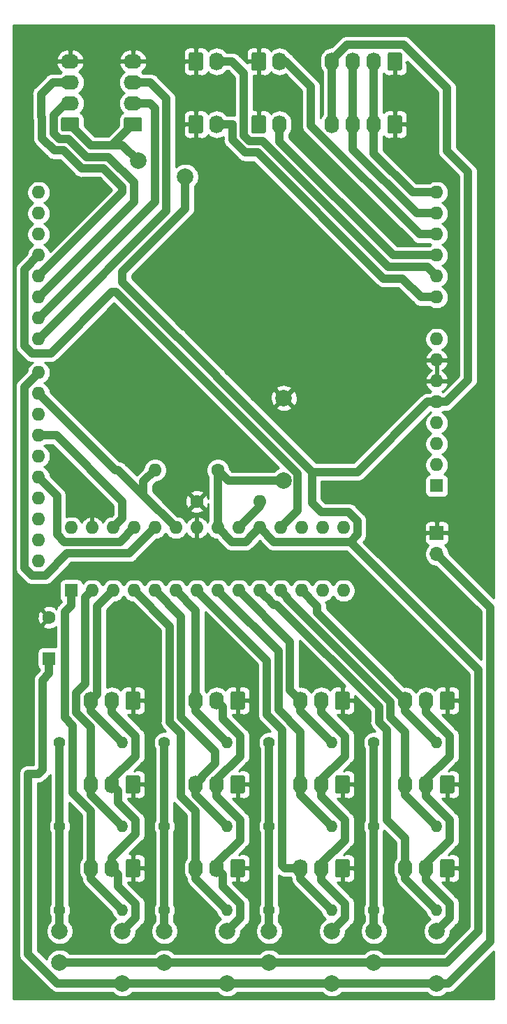
<source format=gbr>
G04 #@! TF.GenerationSoftware,KiCad,Pcbnew,5.1.5+dfsg1-2build2*
G04 #@! TF.CreationDate,2020-11-02T19:27:40+01:00*
G04 #@! TF.ProjectId,servo,73657276-6f2e-46b6-9963-61645f706362,rev?*
G04 #@! TF.SameCoordinates,PX18f3350PY1649140*
G04 #@! TF.FileFunction,Copper,L2,Bot*
G04 #@! TF.FilePolarity,Positive*
%FSLAX46Y46*%
G04 Gerber Fmt 4.6, Leading zero omitted, Abs format (unit mm)*
G04 Created by KiCad (PCBNEW 5.1.5+dfsg1-2build2) date 2020-11-02 19:27:40*
%MOMM*%
%LPD*%
G04 APERTURE LIST*
%ADD10O,1.600000X1.600000*%
%ADD11R,1.600000X1.600000*%
%ADD12C,0.100000*%
%ADD13O,1.740000X2.200000*%
%ADD14C,1.600000*%
%ADD15O,2.200000X1.740000*%
%ADD16R,1.700000X1.700000*%
%ADD17O,1.700000X1.700000*%
%ADD18C,1.400000*%
%ADD19O,1.400000X1.400000*%
%ADD20C,2.000000*%
%ADD21C,1.000000*%
%ADD22C,0.254000*%
G04 APERTURE END LIST*
D10*
X3810000Y-65655000D03*
X3810000Y-63115000D03*
D11*
X52070000Y-56515000D03*
D10*
X3810000Y-26035000D03*
X52070000Y-53975000D03*
X3810000Y-28575000D03*
X52070000Y-51435000D03*
X3810000Y-31115000D03*
X52070000Y-48895000D03*
X3810000Y-33655000D03*
X52070000Y-46355000D03*
X3810000Y-36195000D03*
X52070000Y-43815000D03*
X3810000Y-38735000D03*
X52070000Y-41275000D03*
X3810000Y-42795000D03*
X52070000Y-38735000D03*
X3810000Y-45335000D03*
X52070000Y-33655000D03*
X3810000Y-47875000D03*
X52070000Y-31115000D03*
X3810000Y-50415000D03*
X52070000Y-28575000D03*
X3810000Y-52955000D03*
X52070000Y-26035000D03*
X3810000Y-55495000D03*
X52070000Y-23495000D03*
X3810000Y-58035000D03*
X52070000Y-20955000D03*
X3810000Y-60575000D03*
X3810000Y-20955000D03*
X3810000Y-23495000D03*
G04 #@! TA.AperFunction,ComponentPad*
D12*
G36*
X15884505Y-81451204D02*
G01*
X15908773Y-81454804D01*
X15932572Y-81460765D01*
X15955671Y-81469030D01*
X15977850Y-81479520D01*
X15998893Y-81492132D01*
X16018599Y-81506747D01*
X16036777Y-81523223D01*
X16053253Y-81541401D01*
X16067868Y-81561107D01*
X16080480Y-81582150D01*
X16090970Y-81604329D01*
X16099235Y-81627428D01*
X16105196Y-81651227D01*
X16108796Y-81675495D01*
X16110000Y-81699999D01*
X16110000Y-83400001D01*
X16108796Y-83424505D01*
X16105196Y-83448773D01*
X16099235Y-83472572D01*
X16090970Y-83495671D01*
X16080480Y-83517850D01*
X16067868Y-83538893D01*
X16053253Y-83558599D01*
X16036777Y-83576777D01*
X16018599Y-83593253D01*
X15998893Y-83607868D01*
X15977850Y-83620480D01*
X15955671Y-83630970D01*
X15932572Y-83639235D01*
X15908773Y-83645196D01*
X15884505Y-83648796D01*
X15860001Y-83650000D01*
X14619999Y-83650000D01*
X14595495Y-83648796D01*
X14571227Y-83645196D01*
X14547428Y-83639235D01*
X14524329Y-83630970D01*
X14502150Y-83620480D01*
X14481107Y-83607868D01*
X14461401Y-83593253D01*
X14443223Y-83576777D01*
X14426747Y-83558599D01*
X14412132Y-83538893D01*
X14399520Y-83517850D01*
X14389030Y-83495671D01*
X14380765Y-83472572D01*
X14374804Y-83448773D01*
X14371204Y-83424505D01*
X14370000Y-83400001D01*
X14370000Y-81699999D01*
X14371204Y-81675495D01*
X14374804Y-81651227D01*
X14380765Y-81627428D01*
X14389030Y-81604329D01*
X14399520Y-81582150D01*
X14412132Y-81561107D01*
X14426747Y-81541401D01*
X14443223Y-81523223D01*
X14461401Y-81506747D01*
X14481107Y-81492132D01*
X14502150Y-81479520D01*
X14524329Y-81469030D01*
X14547428Y-81460765D01*
X14571227Y-81454804D01*
X14595495Y-81451204D01*
X14619999Y-81450000D01*
X15860001Y-81450000D01*
X15884505Y-81451204D01*
G37*
G04 #@! TD.AperFunction*
D13*
X12700000Y-82550000D03*
X10160000Y-82550000D03*
G04 #@! TA.AperFunction,ComponentPad*
D12*
G36*
X41284505Y-101771204D02*
G01*
X41308773Y-101774804D01*
X41332572Y-101780765D01*
X41355671Y-101789030D01*
X41377850Y-101799520D01*
X41398893Y-101812132D01*
X41418599Y-101826747D01*
X41436777Y-101843223D01*
X41453253Y-101861401D01*
X41467868Y-101881107D01*
X41480480Y-101902150D01*
X41490970Y-101924329D01*
X41499235Y-101947428D01*
X41505196Y-101971227D01*
X41508796Y-101995495D01*
X41510000Y-102019999D01*
X41510000Y-103720001D01*
X41508796Y-103744505D01*
X41505196Y-103768773D01*
X41499235Y-103792572D01*
X41490970Y-103815671D01*
X41480480Y-103837850D01*
X41467868Y-103858893D01*
X41453253Y-103878599D01*
X41436777Y-103896777D01*
X41418599Y-103913253D01*
X41398893Y-103927868D01*
X41377850Y-103940480D01*
X41355671Y-103950970D01*
X41332572Y-103959235D01*
X41308773Y-103965196D01*
X41284505Y-103968796D01*
X41260001Y-103970000D01*
X40019999Y-103970000D01*
X39995495Y-103968796D01*
X39971227Y-103965196D01*
X39947428Y-103959235D01*
X39924329Y-103950970D01*
X39902150Y-103940480D01*
X39881107Y-103927868D01*
X39861401Y-103913253D01*
X39843223Y-103896777D01*
X39826747Y-103878599D01*
X39812132Y-103858893D01*
X39799520Y-103837850D01*
X39789030Y-103815671D01*
X39780765Y-103792572D01*
X39774804Y-103768773D01*
X39771204Y-103744505D01*
X39770000Y-103720001D01*
X39770000Y-102019999D01*
X39771204Y-101995495D01*
X39774804Y-101971227D01*
X39780765Y-101947428D01*
X39789030Y-101924329D01*
X39799520Y-101902150D01*
X39812132Y-101881107D01*
X39826747Y-101861401D01*
X39843223Y-101843223D01*
X39861401Y-101826747D01*
X39881107Y-101812132D01*
X39902150Y-101799520D01*
X39924329Y-101789030D01*
X39947428Y-101780765D01*
X39971227Y-101774804D01*
X39995495Y-101771204D01*
X40019999Y-101770000D01*
X41260001Y-101770000D01*
X41284505Y-101771204D01*
G37*
G04 #@! TD.AperFunction*
D13*
X38100000Y-102870000D03*
X35560000Y-102870000D03*
X10160000Y-102870000D03*
X12700000Y-102870000D03*
G04 #@! TA.AperFunction,ComponentPad*
D12*
G36*
X15884505Y-101771204D02*
G01*
X15908773Y-101774804D01*
X15932572Y-101780765D01*
X15955671Y-101789030D01*
X15977850Y-101799520D01*
X15998893Y-101812132D01*
X16018599Y-101826747D01*
X16036777Y-101843223D01*
X16053253Y-101861401D01*
X16067868Y-101881107D01*
X16080480Y-101902150D01*
X16090970Y-101924329D01*
X16099235Y-101947428D01*
X16105196Y-101971227D01*
X16108796Y-101995495D01*
X16110000Y-102019999D01*
X16110000Y-103720001D01*
X16108796Y-103744505D01*
X16105196Y-103768773D01*
X16099235Y-103792572D01*
X16090970Y-103815671D01*
X16080480Y-103837850D01*
X16067868Y-103858893D01*
X16053253Y-103878599D01*
X16036777Y-103896777D01*
X16018599Y-103913253D01*
X15998893Y-103927868D01*
X15977850Y-103940480D01*
X15955671Y-103950970D01*
X15932572Y-103959235D01*
X15908773Y-103965196D01*
X15884505Y-103968796D01*
X15860001Y-103970000D01*
X14619999Y-103970000D01*
X14595495Y-103968796D01*
X14571227Y-103965196D01*
X14547428Y-103959235D01*
X14524329Y-103950970D01*
X14502150Y-103940480D01*
X14481107Y-103927868D01*
X14461401Y-103913253D01*
X14443223Y-103896777D01*
X14426747Y-103878599D01*
X14412132Y-103858893D01*
X14399520Y-103837850D01*
X14389030Y-103815671D01*
X14380765Y-103792572D01*
X14374804Y-103768773D01*
X14371204Y-103744505D01*
X14370000Y-103720001D01*
X14370000Y-102019999D01*
X14371204Y-101995495D01*
X14374804Y-101971227D01*
X14380765Y-101947428D01*
X14389030Y-101924329D01*
X14399520Y-101902150D01*
X14412132Y-101881107D01*
X14426747Y-101861401D01*
X14443223Y-101843223D01*
X14461401Y-101826747D01*
X14481107Y-101812132D01*
X14502150Y-101799520D01*
X14524329Y-101789030D01*
X14547428Y-101780765D01*
X14571227Y-101774804D01*
X14595495Y-101771204D01*
X14619999Y-101770000D01*
X15860001Y-101770000D01*
X15884505Y-101771204D01*
G37*
G04 #@! TD.AperFunction*
G04 #@! TA.AperFunction,ComponentPad*
G36*
X15884505Y-91611204D02*
G01*
X15908773Y-91614804D01*
X15932572Y-91620765D01*
X15955671Y-91629030D01*
X15977850Y-91639520D01*
X15998893Y-91652132D01*
X16018599Y-91666747D01*
X16036777Y-91683223D01*
X16053253Y-91701401D01*
X16067868Y-91721107D01*
X16080480Y-91742150D01*
X16090970Y-91764329D01*
X16099235Y-91787428D01*
X16105196Y-91811227D01*
X16108796Y-91835495D01*
X16110000Y-91859999D01*
X16110000Y-93560001D01*
X16108796Y-93584505D01*
X16105196Y-93608773D01*
X16099235Y-93632572D01*
X16090970Y-93655671D01*
X16080480Y-93677850D01*
X16067868Y-93698893D01*
X16053253Y-93718599D01*
X16036777Y-93736777D01*
X16018599Y-93753253D01*
X15998893Y-93767868D01*
X15977850Y-93780480D01*
X15955671Y-93790970D01*
X15932572Y-93799235D01*
X15908773Y-93805196D01*
X15884505Y-93808796D01*
X15860001Y-93810000D01*
X14619999Y-93810000D01*
X14595495Y-93808796D01*
X14571227Y-93805196D01*
X14547428Y-93799235D01*
X14524329Y-93790970D01*
X14502150Y-93780480D01*
X14481107Y-93767868D01*
X14461401Y-93753253D01*
X14443223Y-93736777D01*
X14426747Y-93718599D01*
X14412132Y-93698893D01*
X14399520Y-93677850D01*
X14389030Y-93655671D01*
X14380765Y-93632572D01*
X14374804Y-93608773D01*
X14371204Y-93584505D01*
X14370000Y-93560001D01*
X14370000Y-91859999D01*
X14371204Y-91835495D01*
X14374804Y-91811227D01*
X14380765Y-91787428D01*
X14389030Y-91764329D01*
X14399520Y-91742150D01*
X14412132Y-91721107D01*
X14426747Y-91701401D01*
X14443223Y-91683223D01*
X14461401Y-91666747D01*
X14481107Y-91652132D01*
X14502150Y-91639520D01*
X14524329Y-91629030D01*
X14547428Y-91620765D01*
X14571227Y-91614804D01*
X14595495Y-91611204D01*
X14619999Y-91610000D01*
X15860001Y-91610000D01*
X15884505Y-91611204D01*
G37*
G04 #@! TD.AperFunction*
D13*
X12700000Y-92710000D03*
X10160000Y-92710000D03*
D11*
X7747000Y-69215000D03*
D10*
X40767000Y-61595000D03*
X10287000Y-69215000D03*
X38227000Y-61595000D03*
X12827000Y-69215000D03*
X35687000Y-61595000D03*
X15367000Y-69215000D03*
X33147000Y-61595000D03*
X17907000Y-69215000D03*
X30607000Y-61595000D03*
X20447000Y-69215000D03*
X28067000Y-61595000D03*
X22987000Y-69215000D03*
X25527000Y-61595000D03*
X25527000Y-69215000D03*
X22987000Y-61595000D03*
X28067000Y-69215000D03*
X20447000Y-61595000D03*
X30607000Y-69215000D03*
X17907000Y-61595000D03*
X33147000Y-69215000D03*
X15367000Y-61595000D03*
X35687000Y-69215000D03*
X12827000Y-61595000D03*
X38227000Y-69215000D03*
X10287000Y-61595000D03*
X40767000Y-69215000D03*
X7747000Y-61595000D03*
X17907000Y-54610000D03*
D14*
X25527000Y-54610000D03*
X22987000Y-58420000D03*
D10*
X30607000Y-58420000D03*
D11*
X5080000Y-77470000D03*
D14*
X5080000Y-72470000D03*
G04 #@! TA.AperFunction,ComponentPad*
D12*
G36*
X8494505Y-11831204D02*
G01*
X8518773Y-11834804D01*
X8542572Y-11840765D01*
X8565671Y-11849030D01*
X8587850Y-11859520D01*
X8608893Y-11872132D01*
X8628599Y-11886747D01*
X8646777Y-11903223D01*
X8663253Y-11921401D01*
X8677868Y-11941107D01*
X8690480Y-11962150D01*
X8700970Y-11984329D01*
X8709235Y-12007428D01*
X8715196Y-12031227D01*
X8718796Y-12055495D01*
X8720000Y-12079999D01*
X8720000Y-13320001D01*
X8718796Y-13344505D01*
X8715196Y-13368773D01*
X8709235Y-13392572D01*
X8700970Y-13415671D01*
X8690480Y-13437850D01*
X8677868Y-13458893D01*
X8663253Y-13478599D01*
X8646777Y-13496777D01*
X8628599Y-13513253D01*
X8608893Y-13527868D01*
X8587850Y-13540480D01*
X8565671Y-13550970D01*
X8542572Y-13559235D01*
X8518773Y-13565196D01*
X8494505Y-13568796D01*
X8470001Y-13570000D01*
X6769999Y-13570000D01*
X6745495Y-13568796D01*
X6721227Y-13565196D01*
X6697428Y-13559235D01*
X6674329Y-13550970D01*
X6652150Y-13540480D01*
X6631107Y-13527868D01*
X6611401Y-13513253D01*
X6593223Y-13496777D01*
X6576747Y-13478599D01*
X6562132Y-13458893D01*
X6549520Y-13437850D01*
X6539030Y-13415671D01*
X6530765Y-13392572D01*
X6524804Y-13368773D01*
X6521204Y-13344505D01*
X6520000Y-13320001D01*
X6520000Y-12079999D01*
X6521204Y-12055495D01*
X6524804Y-12031227D01*
X6530765Y-12007428D01*
X6539030Y-11984329D01*
X6549520Y-11962150D01*
X6562132Y-11941107D01*
X6576747Y-11921401D01*
X6593223Y-11903223D01*
X6611401Y-11886747D01*
X6631107Y-11872132D01*
X6652150Y-11859520D01*
X6674329Y-11849030D01*
X6697428Y-11840765D01*
X6721227Y-11834804D01*
X6745495Y-11831204D01*
X6769999Y-11830000D01*
X8470001Y-11830000D01*
X8494505Y-11831204D01*
G37*
G04 #@! TD.AperFunction*
D15*
X7620000Y-10160000D03*
X7620000Y-7620000D03*
X7620000Y-5080000D03*
X15240000Y-5080000D03*
X15240000Y-7620000D03*
X15240000Y-10160000D03*
G04 #@! TA.AperFunction,ComponentPad*
D12*
G36*
X16114505Y-11831204D02*
G01*
X16138773Y-11834804D01*
X16162572Y-11840765D01*
X16185671Y-11849030D01*
X16207850Y-11859520D01*
X16228893Y-11872132D01*
X16248599Y-11886747D01*
X16266777Y-11903223D01*
X16283253Y-11921401D01*
X16297868Y-11941107D01*
X16310480Y-11962150D01*
X16320970Y-11984329D01*
X16329235Y-12007428D01*
X16335196Y-12031227D01*
X16338796Y-12055495D01*
X16340000Y-12079999D01*
X16340000Y-13320001D01*
X16338796Y-13344505D01*
X16335196Y-13368773D01*
X16329235Y-13392572D01*
X16320970Y-13415671D01*
X16310480Y-13437850D01*
X16297868Y-13458893D01*
X16283253Y-13478599D01*
X16266777Y-13496777D01*
X16248599Y-13513253D01*
X16228893Y-13527868D01*
X16207850Y-13540480D01*
X16185671Y-13550970D01*
X16162572Y-13559235D01*
X16138773Y-13565196D01*
X16114505Y-13568796D01*
X16090001Y-13570000D01*
X14389999Y-13570000D01*
X14365495Y-13568796D01*
X14341227Y-13565196D01*
X14317428Y-13559235D01*
X14294329Y-13550970D01*
X14272150Y-13540480D01*
X14251107Y-13527868D01*
X14231401Y-13513253D01*
X14213223Y-13496777D01*
X14196747Y-13478599D01*
X14182132Y-13458893D01*
X14169520Y-13437850D01*
X14159030Y-13415671D01*
X14150765Y-13392572D01*
X14144804Y-13368773D01*
X14141204Y-13344505D01*
X14140000Y-13320001D01*
X14140000Y-12079999D01*
X14141204Y-12055495D01*
X14144804Y-12031227D01*
X14150765Y-12007428D01*
X14159030Y-11984329D01*
X14169520Y-11962150D01*
X14182132Y-11941107D01*
X14196747Y-11921401D01*
X14213223Y-11903223D01*
X14231401Y-11886747D01*
X14251107Y-11872132D01*
X14272150Y-11859520D01*
X14294329Y-11849030D01*
X14317428Y-11840765D01*
X14341227Y-11834804D01*
X14365495Y-11831204D01*
X14389999Y-11830000D01*
X16090001Y-11830000D01*
X16114505Y-11831204D01*
G37*
G04 #@! TD.AperFunction*
D13*
X22860000Y-102870000D03*
X25400000Y-102870000D03*
G04 #@! TA.AperFunction,ComponentPad*
D12*
G36*
X28584505Y-101771204D02*
G01*
X28608773Y-101774804D01*
X28632572Y-101780765D01*
X28655671Y-101789030D01*
X28677850Y-101799520D01*
X28698893Y-101812132D01*
X28718599Y-101826747D01*
X28736777Y-101843223D01*
X28753253Y-101861401D01*
X28767868Y-101881107D01*
X28780480Y-101902150D01*
X28790970Y-101924329D01*
X28799235Y-101947428D01*
X28805196Y-101971227D01*
X28808796Y-101995495D01*
X28810000Y-102019999D01*
X28810000Y-103720001D01*
X28808796Y-103744505D01*
X28805196Y-103768773D01*
X28799235Y-103792572D01*
X28790970Y-103815671D01*
X28780480Y-103837850D01*
X28767868Y-103858893D01*
X28753253Y-103878599D01*
X28736777Y-103896777D01*
X28718599Y-103913253D01*
X28698893Y-103927868D01*
X28677850Y-103940480D01*
X28655671Y-103950970D01*
X28632572Y-103959235D01*
X28608773Y-103965196D01*
X28584505Y-103968796D01*
X28560001Y-103970000D01*
X27319999Y-103970000D01*
X27295495Y-103968796D01*
X27271227Y-103965196D01*
X27247428Y-103959235D01*
X27224329Y-103950970D01*
X27202150Y-103940480D01*
X27181107Y-103927868D01*
X27161401Y-103913253D01*
X27143223Y-103896777D01*
X27126747Y-103878599D01*
X27112132Y-103858893D01*
X27099520Y-103837850D01*
X27089030Y-103815671D01*
X27080765Y-103792572D01*
X27074804Y-103768773D01*
X27071204Y-103744505D01*
X27070000Y-103720001D01*
X27070000Y-102019999D01*
X27071204Y-101995495D01*
X27074804Y-101971227D01*
X27080765Y-101947428D01*
X27089030Y-101924329D01*
X27099520Y-101902150D01*
X27112132Y-101881107D01*
X27126747Y-101861401D01*
X27143223Y-101843223D01*
X27161401Y-101826747D01*
X27181107Y-101812132D01*
X27202150Y-101799520D01*
X27224329Y-101789030D01*
X27247428Y-101780765D01*
X27271227Y-101774804D01*
X27295495Y-101771204D01*
X27319999Y-101770000D01*
X28560001Y-101770000D01*
X28584505Y-101771204D01*
G37*
G04 #@! TD.AperFunction*
G04 #@! TA.AperFunction,ComponentPad*
G36*
X28584505Y-81451204D02*
G01*
X28608773Y-81454804D01*
X28632572Y-81460765D01*
X28655671Y-81469030D01*
X28677850Y-81479520D01*
X28698893Y-81492132D01*
X28718599Y-81506747D01*
X28736777Y-81523223D01*
X28753253Y-81541401D01*
X28767868Y-81561107D01*
X28780480Y-81582150D01*
X28790970Y-81604329D01*
X28799235Y-81627428D01*
X28805196Y-81651227D01*
X28808796Y-81675495D01*
X28810000Y-81699999D01*
X28810000Y-83400001D01*
X28808796Y-83424505D01*
X28805196Y-83448773D01*
X28799235Y-83472572D01*
X28790970Y-83495671D01*
X28780480Y-83517850D01*
X28767868Y-83538893D01*
X28753253Y-83558599D01*
X28736777Y-83576777D01*
X28718599Y-83593253D01*
X28698893Y-83607868D01*
X28677850Y-83620480D01*
X28655671Y-83630970D01*
X28632572Y-83639235D01*
X28608773Y-83645196D01*
X28584505Y-83648796D01*
X28560001Y-83650000D01*
X27319999Y-83650000D01*
X27295495Y-83648796D01*
X27271227Y-83645196D01*
X27247428Y-83639235D01*
X27224329Y-83630970D01*
X27202150Y-83620480D01*
X27181107Y-83607868D01*
X27161401Y-83593253D01*
X27143223Y-83576777D01*
X27126747Y-83558599D01*
X27112132Y-83538893D01*
X27099520Y-83517850D01*
X27089030Y-83495671D01*
X27080765Y-83472572D01*
X27074804Y-83448773D01*
X27071204Y-83424505D01*
X27070000Y-83400001D01*
X27070000Y-81699999D01*
X27071204Y-81675495D01*
X27074804Y-81651227D01*
X27080765Y-81627428D01*
X27089030Y-81604329D01*
X27099520Y-81582150D01*
X27112132Y-81561107D01*
X27126747Y-81541401D01*
X27143223Y-81523223D01*
X27161401Y-81506747D01*
X27181107Y-81492132D01*
X27202150Y-81479520D01*
X27224329Y-81469030D01*
X27247428Y-81460765D01*
X27271227Y-81454804D01*
X27295495Y-81451204D01*
X27319999Y-81450000D01*
X28560001Y-81450000D01*
X28584505Y-81451204D01*
G37*
G04 #@! TD.AperFunction*
D13*
X25400000Y-82550000D03*
X22860000Y-82550000D03*
G04 #@! TA.AperFunction,ComponentPad*
D12*
G36*
X28584505Y-91611204D02*
G01*
X28608773Y-91614804D01*
X28632572Y-91620765D01*
X28655671Y-91629030D01*
X28677850Y-91639520D01*
X28698893Y-91652132D01*
X28718599Y-91666747D01*
X28736777Y-91683223D01*
X28753253Y-91701401D01*
X28767868Y-91721107D01*
X28780480Y-91742150D01*
X28790970Y-91764329D01*
X28799235Y-91787428D01*
X28805196Y-91811227D01*
X28808796Y-91835495D01*
X28810000Y-91859999D01*
X28810000Y-93560001D01*
X28808796Y-93584505D01*
X28805196Y-93608773D01*
X28799235Y-93632572D01*
X28790970Y-93655671D01*
X28780480Y-93677850D01*
X28767868Y-93698893D01*
X28753253Y-93718599D01*
X28736777Y-93736777D01*
X28718599Y-93753253D01*
X28698893Y-93767868D01*
X28677850Y-93780480D01*
X28655671Y-93790970D01*
X28632572Y-93799235D01*
X28608773Y-93805196D01*
X28584505Y-93808796D01*
X28560001Y-93810000D01*
X27319999Y-93810000D01*
X27295495Y-93808796D01*
X27271227Y-93805196D01*
X27247428Y-93799235D01*
X27224329Y-93790970D01*
X27202150Y-93780480D01*
X27181107Y-93767868D01*
X27161401Y-93753253D01*
X27143223Y-93736777D01*
X27126747Y-93718599D01*
X27112132Y-93698893D01*
X27099520Y-93677850D01*
X27089030Y-93655671D01*
X27080765Y-93632572D01*
X27074804Y-93608773D01*
X27071204Y-93584505D01*
X27070000Y-93560001D01*
X27070000Y-91859999D01*
X27071204Y-91835495D01*
X27074804Y-91811227D01*
X27080765Y-91787428D01*
X27089030Y-91764329D01*
X27099520Y-91742150D01*
X27112132Y-91721107D01*
X27126747Y-91701401D01*
X27143223Y-91683223D01*
X27161401Y-91666747D01*
X27181107Y-91652132D01*
X27202150Y-91639520D01*
X27224329Y-91629030D01*
X27247428Y-91620765D01*
X27271227Y-91614804D01*
X27295495Y-91611204D01*
X27319999Y-91610000D01*
X28560001Y-91610000D01*
X28584505Y-91611204D01*
G37*
G04 #@! TD.AperFunction*
D13*
X25400000Y-92710000D03*
X22860000Y-92710000D03*
G04 #@! TA.AperFunction,ComponentPad*
D12*
G36*
X23504505Y-11601204D02*
G01*
X23528773Y-11604804D01*
X23552572Y-11610765D01*
X23575671Y-11619030D01*
X23597850Y-11629520D01*
X23618893Y-11642132D01*
X23638599Y-11656747D01*
X23656777Y-11673223D01*
X23673253Y-11691401D01*
X23687868Y-11711107D01*
X23700480Y-11732150D01*
X23710970Y-11754329D01*
X23719235Y-11777428D01*
X23725196Y-11801227D01*
X23728796Y-11825495D01*
X23730000Y-11849999D01*
X23730000Y-13550001D01*
X23728796Y-13574505D01*
X23725196Y-13598773D01*
X23719235Y-13622572D01*
X23710970Y-13645671D01*
X23700480Y-13667850D01*
X23687868Y-13688893D01*
X23673253Y-13708599D01*
X23656777Y-13726777D01*
X23638599Y-13743253D01*
X23618893Y-13757868D01*
X23597850Y-13770480D01*
X23575671Y-13780970D01*
X23552572Y-13789235D01*
X23528773Y-13795196D01*
X23504505Y-13798796D01*
X23480001Y-13800000D01*
X22239999Y-13800000D01*
X22215495Y-13798796D01*
X22191227Y-13795196D01*
X22167428Y-13789235D01*
X22144329Y-13780970D01*
X22122150Y-13770480D01*
X22101107Y-13757868D01*
X22081401Y-13743253D01*
X22063223Y-13726777D01*
X22046747Y-13708599D01*
X22032132Y-13688893D01*
X22019520Y-13667850D01*
X22009030Y-13645671D01*
X22000765Y-13622572D01*
X21994804Y-13598773D01*
X21991204Y-13574505D01*
X21990000Y-13550001D01*
X21990000Y-11849999D01*
X21991204Y-11825495D01*
X21994804Y-11801227D01*
X22000765Y-11777428D01*
X22009030Y-11754329D01*
X22019520Y-11732150D01*
X22032132Y-11711107D01*
X22046747Y-11691401D01*
X22063223Y-11673223D01*
X22081401Y-11656747D01*
X22101107Y-11642132D01*
X22122150Y-11629520D01*
X22144329Y-11619030D01*
X22167428Y-11610765D01*
X22191227Y-11604804D01*
X22215495Y-11601204D01*
X22239999Y-11600000D01*
X23480001Y-11600000D01*
X23504505Y-11601204D01*
G37*
G04 #@! TD.AperFunction*
D13*
X25400000Y-12700000D03*
X35560000Y-92710000D03*
X38100000Y-92710000D03*
G04 #@! TA.AperFunction,ComponentPad*
D12*
G36*
X41284505Y-91611204D02*
G01*
X41308773Y-91614804D01*
X41332572Y-91620765D01*
X41355671Y-91629030D01*
X41377850Y-91639520D01*
X41398893Y-91652132D01*
X41418599Y-91666747D01*
X41436777Y-91683223D01*
X41453253Y-91701401D01*
X41467868Y-91721107D01*
X41480480Y-91742150D01*
X41490970Y-91764329D01*
X41499235Y-91787428D01*
X41505196Y-91811227D01*
X41508796Y-91835495D01*
X41510000Y-91859999D01*
X41510000Y-93560001D01*
X41508796Y-93584505D01*
X41505196Y-93608773D01*
X41499235Y-93632572D01*
X41490970Y-93655671D01*
X41480480Y-93677850D01*
X41467868Y-93698893D01*
X41453253Y-93718599D01*
X41436777Y-93736777D01*
X41418599Y-93753253D01*
X41398893Y-93767868D01*
X41377850Y-93780480D01*
X41355671Y-93790970D01*
X41332572Y-93799235D01*
X41308773Y-93805196D01*
X41284505Y-93808796D01*
X41260001Y-93810000D01*
X40019999Y-93810000D01*
X39995495Y-93808796D01*
X39971227Y-93805196D01*
X39947428Y-93799235D01*
X39924329Y-93790970D01*
X39902150Y-93780480D01*
X39881107Y-93767868D01*
X39861401Y-93753253D01*
X39843223Y-93736777D01*
X39826747Y-93718599D01*
X39812132Y-93698893D01*
X39799520Y-93677850D01*
X39789030Y-93655671D01*
X39780765Y-93632572D01*
X39774804Y-93608773D01*
X39771204Y-93584505D01*
X39770000Y-93560001D01*
X39770000Y-91859999D01*
X39771204Y-91835495D01*
X39774804Y-91811227D01*
X39780765Y-91787428D01*
X39789030Y-91764329D01*
X39799520Y-91742150D01*
X39812132Y-91721107D01*
X39826747Y-91701401D01*
X39843223Y-91683223D01*
X39861401Y-91666747D01*
X39881107Y-91652132D01*
X39902150Y-91639520D01*
X39924329Y-91629030D01*
X39947428Y-91620765D01*
X39971227Y-91614804D01*
X39995495Y-91611204D01*
X40019999Y-91610000D01*
X41260001Y-91610000D01*
X41284505Y-91611204D01*
G37*
G04 #@! TD.AperFunction*
G04 #@! TA.AperFunction,ComponentPad*
G36*
X41284505Y-81451204D02*
G01*
X41308773Y-81454804D01*
X41332572Y-81460765D01*
X41355671Y-81469030D01*
X41377850Y-81479520D01*
X41398893Y-81492132D01*
X41418599Y-81506747D01*
X41436777Y-81523223D01*
X41453253Y-81541401D01*
X41467868Y-81561107D01*
X41480480Y-81582150D01*
X41490970Y-81604329D01*
X41499235Y-81627428D01*
X41505196Y-81651227D01*
X41508796Y-81675495D01*
X41510000Y-81699999D01*
X41510000Y-83400001D01*
X41508796Y-83424505D01*
X41505196Y-83448773D01*
X41499235Y-83472572D01*
X41490970Y-83495671D01*
X41480480Y-83517850D01*
X41467868Y-83538893D01*
X41453253Y-83558599D01*
X41436777Y-83576777D01*
X41418599Y-83593253D01*
X41398893Y-83607868D01*
X41377850Y-83620480D01*
X41355671Y-83630970D01*
X41332572Y-83639235D01*
X41308773Y-83645196D01*
X41284505Y-83648796D01*
X41260001Y-83650000D01*
X40019999Y-83650000D01*
X39995495Y-83648796D01*
X39971227Y-83645196D01*
X39947428Y-83639235D01*
X39924329Y-83630970D01*
X39902150Y-83620480D01*
X39881107Y-83607868D01*
X39861401Y-83593253D01*
X39843223Y-83576777D01*
X39826747Y-83558599D01*
X39812132Y-83538893D01*
X39799520Y-83517850D01*
X39789030Y-83495671D01*
X39780765Y-83472572D01*
X39774804Y-83448773D01*
X39771204Y-83424505D01*
X39770000Y-83400001D01*
X39770000Y-81699999D01*
X39771204Y-81675495D01*
X39774804Y-81651227D01*
X39780765Y-81627428D01*
X39789030Y-81604329D01*
X39799520Y-81582150D01*
X39812132Y-81561107D01*
X39826747Y-81541401D01*
X39843223Y-81523223D01*
X39861401Y-81506747D01*
X39881107Y-81492132D01*
X39902150Y-81479520D01*
X39924329Y-81469030D01*
X39947428Y-81460765D01*
X39971227Y-81454804D01*
X39995495Y-81451204D01*
X40019999Y-81450000D01*
X41260001Y-81450000D01*
X41284505Y-81451204D01*
G37*
G04 #@! TD.AperFunction*
D13*
X38100000Y-82550000D03*
X35560000Y-82550000D03*
D16*
X52070000Y-62230000D03*
D17*
X52070000Y-64770000D03*
D18*
X6350000Y-107950000D03*
D19*
X13970000Y-107950000D03*
X13970000Y-97790000D03*
D18*
X6350000Y-97790000D03*
X6350000Y-87630000D03*
D19*
X13970000Y-87630000D03*
X26670000Y-107950000D03*
D18*
X19050000Y-107950000D03*
X19050000Y-97790000D03*
D19*
X26670000Y-97790000D03*
X26670000Y-87630000D03*
D18*
X19050000Y-87630000D03*
D19*
X39370000Y-107950000D03*
D18*
X31750000Y-107950000D03*
X31750000Y-97790000D03*
D19*
X39370000Y-97790000D03*
D18*
X31750000Y-87630000D03*
D19*
X39370000Y-87630000D03*
G04 #@! TA.AperFunction,ComponentPad*
D12*
G36*
X31124505Y-11601204D02*
G01*
X31148773Y-11604804D01*
X31172572Y-11610765D01*
X31195671Y-11619030D01*
X31217850Y-11629520D01*
X31238893Y-11642132D01*
X31258599Y-11656747D01*
X31276777Y-11673223D01*
X31293253Y-11691401D01*
X31307868Y-11711107D01*
X31320480Y-11732150D01*
X31330970Y-11754329D01*
X31339235Y-11777428D01*
X31345196Y-11801227D01*
X31348796Y-11825495D01*
X31350000Y-11849999D01*
X31350000Y-13550001D01*
X31348796Y-13574505D01*
X31345196Y-13598773D01*
X31339235Y-13622572D01*
X31330970Y-13645671D01*
X31320480Y-13667850D01*
X31307868Y-13688893D01*
X31293253Y-13708599D01*
X31276777Y-13726777D01*
X31258599Y-13743253D01*
X31238893Y-13757868D01*
X31217850Y-13770480D01*
X31195671Y-13780970D01*
X31172572Y-13789235D01*
X31148773Y-13795196D01*
X31124505Y-13798796D01*
X31100001Y-13800000D01*
X29859999Y-13800000D01*
X29835495Y-13798796D01*
X29811227Y-13795196D01*
X29787428Y-13789235D01*
X29764329Y-13780970D01*
X29742150Y-13770480D01*
X29721107Y-13757868D01*
X29701401Y-13743253D01*
X29683223Y-13726777D01*
X29666747Y-13708599D01*
X29652132Y-13688893D01*
X29639520Y-13667850D01*
X29629030Y-13645671D01*
X29620765Y-13622572D01*
X29614804Y-13598773D01*
X29611204Y-13574505D01*
X29610000Y-13550001D01*
X29610000Y-11849999D01*
X29611204Y-11825495D01*
X29614804Y-11801227D01*
X29620765Y-11777428D01*
X29629030Y-11754329D01*
X29639520Y-11732150D01*
X29652132Y-11711107D01*
X29666747Y-11691401D01*
X29683223Y-11673223D01*
X29701401Y-11656747D01*
X29721107Y-11642132D01*
X29742150Y-11629520D01*
X29764329Y-11619030D01*
X29787428Y-11610765D01*
X29811227Y-11604804D01*
X29835495Y-11601204D01*
X29859999Y-11600000D01*
X31100001Y-11600000D01*
X31124505Y-11601204D01*
G37*
G04 #@! TD.AperFunction*
D13*
X33020000Y-12700000D03*
X25400000Y-5080000D03*
G04 #@! TA.AperFunction,ComponentPad*
D12*
G36*
X23504505Y-3981204D02*
G01*
X23528773Y-3984804D01*
X23552572Y-3990765D01*
X23575671Y-3999030D01*
X23597850Y-4009520D01*
X23618893Y-4022132D01*
X23638599Y-4036747D01*
X23656777Y-4053223D01*
X23673253Y-4071401D01*
X23687868Y-4091107D01*
X23700480Y-4112150D01*
X23710970Y-4134329D01*
X23719235Y-4157428D01*
X23725196Y-4181227D01*
X23728796Y-4205495D01*
X23730000Y-4229999D01*
X23730000Y-5930001D01*
X23728796Y-5954505D01*
X23725196Y-5978773D01*
X23719235Y-6002572D01*
X23710970Y-6025671D01*
X23700480Y-6047850D01*
X23687868Y-6068893D01*
X23673253Y-6088599D01*
X23656777Y-6106777D01*
X23638599Y-6123253D01*
X23618893Y-6137868D01*
X23597850Y-6150480D01*
X23575671Y-6160970D01*
X23552572Y-6169235D01*
X23528773Y-6175196D01*
X23504505Y-6178796D01*
X23480001Y-6180000D01*
X22239999Y-6180000D01*
X22215495Y-6178796D01*
X22191227Y-6175196D01*
X22167428Y-6169235D01*
X22144329Y-6160970D01*
X22122150Y-6150480D01*
X22101107Y-6137868D01*
X22081401Y-6123253D01*
X22063223Y-6106777D01*
X22046747Y-6088599D01*
X22032132Y-6068893D01*
X22019520Y-6047850D01*
X22009030Y-6025671D01*
X22000765Y-6002572D01*
X21994804Y-5978773D01*
X21991204Y-5954505D01*
X21990000Y-5930001D01*
X21990000Y-4229999D01*
X21991204Y-4205495D01*
X21994804Y-4181227D01*
X22000765Y-4157428D01*
X22009030Y-4134329D01*
X22019520Y-4112150D01*
X22032132Y-4091107D01*
X22046747Y-4071401D01*
X22063223Y-4053223D01*
X22081401Y-4036747D01*
X22101107Y-4022132D01*
X22122150Y-4009520D01*
X22144329Y-3999030D01*
X22167428Y-3990765D01*
X22191227Y-3984804D01*
X22215495Y-3981204D01*
X22239999Y-3980000D01*
X23480001Y-3980000D01*
X23504505Y-3981204D01*
G37*
G04 #@! TD.AperFunction*
G04 #@! TA.AperFunction,ComponentPad*
G36*
X31124505Y-3981204D02*
G01*
X31148773Y-3984804D01*
X31172572Y-3990765D01*
X31195671Y-3999030D01*
X31217850Y-4009520D01*
X31238893Y-4022132D01*
X31258599Y-4036747D01*
X31276777Y-4053223D01*
X31293253Y-4071401D01*
X31307868Y-4091107D01*
X31320480Y-4112150D01*
X31330970Y-4134329D01*
X31339235Y-4157428D01*
X31345196Y-4181227D01*
X31348796Y-4205495D01*
X31350000Y-4229999D01*
X31350000Y-5930001D01*
X31348796Y-5954505D01*
X31345196Y-5978773D01*
X31339235Y-6002572D01*
X31330970Y-6025671D01*
X31320480Y-6047850D01*
X31307868Y-6068893D01*
X31293253Y-6088599D01*
X31276777Y-6106777D01*
X31258599Y-6123253D01*
X31238893Y-6137868D01*
X31217850Y-6150480D01*
X31195671Y-6160970D01*
X31172572Y-6169235D01*
X31148773Y-6175196D01*
X31124505Y-6178796D01*
X31100001Y-6180000D01*
X29859999Y-6180000D01*
X29835495Y-6178796D01*
X29811227Y-6175196D01*
X29787428Y-6169235D01*
X29764329Y-6160970D01*
X29742150Y-6150480D01*
X29721107Y-6137868D01*
X29701401Y-6123253D01*
X29683223Y-6106777D01*
X29666747Y-6088599D01*
X29652132Y-6068893D01*
X29639520Y-6047850D01*
X29629030Y-6025671D01*
X29620765Y-6002572D01*
X29614804Y-5978773D01*
X29611204Y-5954505D01*
X29610000Y-5930001D01*
X29610000Y-4229999D01*
X29611204Y-4205495D01*
X29614804Y-4181227D01*
X29620765Y-4157428D01*
X29629030Y-4134329D01*
X29639520Y-4112150D01*
X29652132Y-4091107D01*
X29666747Y-4071401D01*
X29683223Y-4053223D01*
X29701401Y-4036747D01*
X29721107Y-4022132D01*
X29742150Y-4009520D01*
X29764329Y-3999030D01*
X29787428Y-3990765D01*
X29811227Y-3984804D01*
X29835495Y-3981204D01*
X29859999Y-3980000D01*
X31100001Y-3980000D01*
X31124505Y-3981204D01*
G37*
G04 #@! TD.AperFunction*
D13*
X33020000Y-5080000D03*
G04 #@! TA.AperFunction,ComponentPad*
D12*
G36*
X47634505Y-11601204D02*
G01*
X47658773Y-11604804D01*
X47682572Y-11610765D01*
X47705671Y-11619030D01*
X47727850Y-11629520D01*
X47748893Y-11642132D01*
X47768599Y-11656747D01*
X47786777Y-11673223D01*
X47803253Y-11691401D01*
X47817868Y-11711107D01*
X47830480Y-11732150D01*
X47840970Y-11754329D01*
X47849235Y-11777428D01*
X47855196Y-11801227D01*
X47858796Y-11825495D01*
X47860000Y-11849999D01*
X47860000Y-13550001D01*
X47858796Y-13574505D01*
X47855196Y-13598773D01*
X47849235Y-13622572D01*
X47840970Y-13645671D01*
X47830480Y-13667850D01*
X47817868Y-13688893D01*
X47803253Y-13708599D01*
X47786777Y-13726777D01*
X47768599Y-13743253D01*
X47748893Y-13757868D01*
X47727850Y-13770480D01*
X47705671Y-13780970D01*
X47682572Y-13789235D01*
X47658773Y-13795196D01*
X47634505Y-13798796D01*
X47610001Y-13800000D01*
X46369999Y-13800000D01*
X46345495Y-13798796D01*
X46321227Y-13795196D01*
X46297428Y-13789235D01*
X46274329Y-13780970D01*
X46252150Y-13770480D01*
X46231107Y-13757868D01*
X46211401Y-13743253D01*
X46193223Y-13726777D01*
X46176747Y-13708599D01*
X46162132Y-13688893D01*
X46149520Y-13667850D01*
X46139030Y-13645671D01*
X46130765Y-13622572D01*
X46124804Y-13598773D01*
X46121204Y-13574505D01*
X46120000Y-13550001D01*
X46120000Y-11849999D01*
X46121204Y-11825495D01*
X46124804Y-11801227D01*
X46130765Y-11777428D01*
X46139030Y-11754329D01*
X46149520Y-11732150D01*
X46162132Y-11711107D01*
X46176747Y-11691401D01*
X46193223Y-11673223D01*
X46211401Y-11656747D01*
X46231107Y-11642132D01*
X46252150Y-11629520D01*
X46274329Y-11619030D01*
X46297428Y-11610765D01*
X46321227Y-11604804D01*
X46345495Y-11601204D01*
X46369999Y-11600000D01*
X47610001Y-11600000D01*
X47634505Y-11601204D01*
G37*
G04 #@! TD.AperFunction*
D13*
X44450000Y-12700000D03*
X41910000Y-12700000D03*
X39370000Y-12700000D03*
G04 #@! TA.AperFunction,ComponentPad*
D12*
G36*
X53984505Y-101771204D02*
G01*
X54008773Y-101774804D01*
X54032572Y-101780765D01*
X54055671Y-101789030D01*
X54077850Y-101799520D01*
X54098893Y-101812132D01*
X54118599Y-101826747D01*
X54136777Y-101843223D01*
X54153253Y-101861401D01*
X54167868Y-101881107D01*
X54180480Y-101902150D01*
X54190970Y-101924329D01*
X54199235Y-101947428D01*
X54205196Y-101971227D01*
X54208796Y-101995495D01*
X54210000Y-102019999D01*
X54210000Y-103720001D01*
X54208796Y-103744505D01*
X54205196Y-103768773D01*
X54199235Y-103792572D01*
X54190970Y-103815671D01*
X54180480Y-103837850D01*
X54167868Y-103858893D01*
X54153253Y-103878599D01*
X54136777Y-103896777D01*
X54118599Y-103913253D01*
X54098893Y-103927868D01*
X54077850Y-103940480D01*
X54055671Y-103950970D01*
X54032572Y-103959235D01*
X54008773Y-103965196D01*
X53984505Y-103968796D01*
X53960001Y-103970000D01*
X52719999Y-103970000D01*
X52695495Y-103968796D01*
X52671227Y-103965196D01*
X52647428Y-103959235D01*
X52624329Y-103950970D01*
X52602150Y-103940480D01*
X52581107Y-103927868D01*
X52561401Y-103913253D01*
X52543223Y-103896777D01*
X52526747Y-103878599D01*
X52512132Y-103858893D01*
X52499520Y-103837850D01*
X52489030Y-103815671D01*
X52480765Y-103792572D01*
X52474804Y-103768773D01*
X52471204Y-103744505D01*
X52470000Y-103720001D01*
X52470000Y-102019999D01*
X52471204Y-101995495D01*
X52474804Y-101971227D01*
X52480765Y-101947428D01*
X52489030Y-101924329D01*
X52499520Y-101902150D01*
X52512132Y-101881107D01*
X52526747Y-101861401D01*
X52543223Y-101843223D01*
X52561401Y-101826747D01*
X52581107Y-101812132D01*
X52602150Y-101799520D01*
X52624329Y-101789030D01*
X52647428Y-101780765D01*
X52671227Y-101774804D01*
X52695495Y-101771204D01*
X52719999Y-101770000D01*
X53960001Y-101770000D01*
X53984505Y-101771204D01*
G37*
G04 #@! TD.AperFunction*
D13*
X50800000Y-102870000D03*
X48260000Y-102870000D03*
X48260000Y-92710000D03*
X50800000Y-92710000D03*
G04 #@! TA.AperFunction,ComponentPad*
D12*
G36*
X53984505Y-91611204D02*
G01*
X54008773Y-91614804D01*
X54032572Y-91620765D01*
X54055671Y-91629030D01*
X54077850Y-91639520D01*
X54098893Y-91652132D01*
X54118599Y-91666747D01*
X54136777Y-91683223D01*
X54153253Y-91701401D01*
X54167868Y-91721107D01*
X54180480Y-91742150D01*
X54190970Y-91764329D01*
X54199235Y-91787428D01*
X54205196Y-91811227D01*
X54208796Y-91835495D01*
X54210000Y-91859999D01*
X54210000Y-93560001D01*
X54208796Y-93584505D01*
X54205196Y-93608773D01*
X54199235Y-93632572D01*
X54190970Y-93655671D01*
X54180480Y-93677850D01*
X54167868Y-93698893D01*
X54153253Y-93718599D01*
X54136777Y-93736777D01*
X54118599Y-93753253D01*
X54098893Y-93767868D01*
X54077850Y-93780480D01*
X54055671Y-93790970D01*
X54032572Y-93799235D01*
X54008773Y-93805196D01*
X53984505Y-93808796D01*
X53960001Y-93810000D01*
X52719999Y-93810000D01*
X52695495Y-93808796D01*
X52671227Y-93805196D01*
X52647428Y-93799235D01*
X52624329Y-93790970D01*
X52602150Y-93780480D01*
X52581107Y-93767868D01*
X52561401Y-93753253D01*
X52543223Y-93736777D01*
X52526747Y-93718599D01*
X52512132Y-93698893D01*
X52499520Y-93677850D01*
X52489030Y-93655671D01*
X52480765Y-93632572D01*
X52474804Y-93608773D01*
X52471204Y-93584505D01*
X52470000Y-93560001D01*
X52470000Y-91859999D01*
X52471204Y-91835495D01*
X52474804Y-91811227D01*
X52480765Y-91787428D01*
X52489030Y-91764329D01*
X52499520Y-91742150D01*
X52512132Y-91721107D01*
X52526747Y-91701401D01*
X52543223Y-91683223D01*
X52561401Y-91666747D01*
X52581107Y-91652132D01*
X52602150Y-91639520D01*
X52624329Y-91629030D01*
X52647428Y-91620765D01*
X52671227Y-91614804D01*
X52695495Y-91611204D01*
X52719999Y-91610000D01*
X53960001Y-91610000D01*
X53984505Y-91611204D01*
G37*
G04 #@! TD.AperFunction*
G04 #@! TA.AperFunction,ComponentPad*
G36*
X53984505Y-81451204D02*
G01*
X54008773Y-81454804D01*
X54032572Y-81460765D01*
X54055671Y-81469030D01*
X54077850Y-81479520D01*
X54098893Y-81492132D01*
X54118599Y-81506747D01*
X54136777Y-81523223D01*
X54153253Y-81541401D01*
X54167868Y-81561107D01*
X54180480Y-81582150D01*
X54190970Y-81604329D01*
X54199235Y-81627428D01*
X54205196Y-81651227D01*
X54208796Y-81675495D01*
X54210000Y-81699999D01*
X54210000Y-83400001D01*
X54208796Y-83424505D01*
X54205196Y-83448773D01*
X54199235Y-83472572D01*
X54190970Y-83495671D01*
X54180480Y-83517850D01*
X54167868Y-83538893D01*
X54153253Y-83558599D01*
X54136777Y-83576777D01*
X54118599Y-83593253D01*
X54098893Y-83607868D01*
X54077850Y-83620480D01*
X54055671Y-83630970D01*
X54032572Y-83639235D01*
X54008773Y-83645196D01*
X53984505Y-83648796D01*
X53960001Y-83650000D01*
X52719999Y-83650000D01*
X52695495Y-83648796D01*
X52671227Y-83645196D01*
X52647428Y-83639235D01*
X52624329Y-83630970D01*
X52602150Y-83620480D01*
X52581107Y-83607868D01*
X52561401Y-83593253D01*
X52543223Y-83576777D01*
X52526747Y-83558599D01*
X52512132Y-83538893D01*
X52499520Y-83517850D01*
X52489030Y-83495671D01*
X52480765Y-83472572D01*
X52474804Y-83448773D01*
X52471204Y-83424505D01*
X52470000Y-83400001D01*
X52470000Y-81699999D01*
X52471204Y-81675495D01*
X52474804Y-81651227D01*
X52480765Y-81627428D01*
X52489030Y-81604329D01*
X52499520Y-81582150D01*
X52512132Y-81561107D01*
X52526747Y-81541401D01*
X52543223Y-81523223D01*
X52561401Y-81506747D01*
X52581107Y-81492132D01*
X52602150Y-81479520D01*
X52624329Y-81469030D01*
X52647428Y-81460765D01*
X52671227Y-81454804D01*
X52695495Y-81451204D01*
X52719999Y-81450000D01*
X53960001Y-81450000D01*
X53984505Y-81451204D01*
G37*
G04 #@! TD.AperFunction*
D13*
X50800000Y-82550000D03*
X48260000Y-82550000D03*
D18*
X44450000Y-107950000D03*
D19*
X52070000Y-107950000D03*
X52070000Y-97790000D03*
D18*
X44450000Y-97790000D03*
X44450000Y-87630000D03*
D19*
X52070000Y-87630000D03*
D20*
X33528000Y-55880000D03*
X33528000Y-45880000D03*
G04 #@! TA.AperFunction,ComponentPad*
D12*
G36*
X47634505Y-3981204D02*
G01*
X47658773Y-3984804D01*
X47682572Y-3990765D01*
X47705671Y-3999030D01*
X47727850Y-4009520D01*
X47748893Y-4022132D01*
X47768599Y-4036747D01*
X47786777Y-4053223D01*
X47803253Y-4071401D01*
X47817868Y-4091107D01*
X47830480Y-4112150D01*
X47840970Y-4134329D01*
X47849235Y-4157428D01*
X47855196Y-4181227D01*
X47858796Y-4205495D01*
X47860000Y-4229999D01*
X47860000Y-5930001D01*
X47858796Y-5954505D01*
X47855196Y-5978773D01*
X47849235Y-6002572D01*
X47840970Y-6025671D01*
X47830480Y-6047850D01*
X47817868Y-6068893D01*
X47803253Y-6088599D01*
X47786777Y-6106777D01*
X47768599Y-6123253D01*
X47748893Y-6137868D01*
X47727850Y-6150480D01*
X47705671Y-6160970D01*
X47682572Y-6169235D01*
X47658773Y-6175196D01*
X47634505Y-6178796D01*
X47610001Y-6180000D01*
X46369999Y-6180000D01*
X46345495Y-6178796D01*
X46321227Y-6175196D01*
X46297428Y-6169235D01*
X46274329Y-6160970D01*
X46252150Y-6150480D01*
X46231107Y-6137868D01*
X46211401Y-6123253D01*
X46193223Y-6106777D01*
X46176747Y-6088599D01*
X46162132Y-6068893D01*
X46149520Y-6047850D01*
X46139030Y-6025671D01*
X46130765Y-6002572D01*
X46124804Y-5978773D01*
X46121204Y-5954505D01*
X46120000Y-5930001D01*
X46120000Y-4229999D01*
X46121204Y-4205495D01*
X46124804Y-4181227D01*
X46130765Y-4157428D01*
X46139030Y-4134329D01*
X46149520Y-4112150D01*
X46162132Y-4091107D01*
X46176747Y-4071401D01*
X46193223Y-4053223D01*
X46211401Y-4036747D01*
X46231107Y-4022132D01*
X46252150Y-4009520D01*
X46274329Y-3999030D01*
X46297428Y-3990765D01*
X46321227Y-3984804D01*
X46345495Y-3981204D01*
X46369999Y-3980000D01*
X47610001Y-3980000D01*
X47634505Y-3981204D01*
G37*
G04 #@! TD.AperFunction*
D13*
X44450000Y-5080000D03*
X41910000Y-5080000D03*
X39370000Y-5080000D03*
D20*
X8890000Y-57150000D03*
X15240000Y-50800000D03*
X6350000Y-110490000D03*
X44450000Y-110490000D03*
X31750000Y-110490000D03*
X19050000Y-110490000D03*
X6350000Y-114300000D03*
X44450000Y-114300000D03*
X31750000Y-114300000D03*
X19050000Y-114300000D03*
X15875000Y-17145000D03*
X21590000Y-19050000D03*
X13970000Y-110490000D03*
X26670000Y-110490000D03*
X39370000Y-110490000D03*
X52070000Y-110490000D03*
X13970000Y-116840000D03*
X52070000Y-116840000D03*
X39370000Y-116840000D03*
X26670000Y-116840000D03*
D21*
X4109991Y-11729991D02*
X4109991Y-9030009D01*
X4219979Y-14376255D02*
X4219979Y-11839979D01*
X5713745Y-15870021D02*
X4219979Y-14376255D01*
X11690021Y-18040021D02*
X9000194Y-18040021D01*
X5520000Y-7620000D02*
X7620000Y-7620000D01*
X13970000Y-20320000D02*
X11690021Y-18040021D01*
X4109991Y-9030009D02*
X5520000Y-7620000D01*
X9000194Y-18040021D02*
X6830195Y-15870021D01*
X4219979Y-11839979D02*
X4109991Y-11729991D01*
X6830195Y-15870021D02*
X5713745Y-15870021D01*
X3810000Y-31115000D02*
X13970000Y-20955000D01*
X13970000Y-20955000D02*
X13970000Y-20320000D01*
X15370011Y-22094989D02*
X4609999Y-32855001D01*
X15370011Y-19740097D02*
X15370011Y-22094989D01*
X9580097Y-16640010D02*
X12269924Y-16640010D01*
X7063638Y-10160000D02*
X5619990Y-11603648D01*
X12269924Y-16640010D02*
X15370011Y-19740097D01*
X6293648Y-14470010D02*
X7410098Y-14470010D01*
X7620000Y-10160000D02*
X7063638Y-10160000D01*
X5619990Y-11603648D02*
X5619990Y-13796352D01*
X4609999Y-32855001D02*
X3810000Y-33655000D01*
X7410098Y-14470010D02*
X9580097Y-16640010D01*
X5619990Y-13796352D02*
X6293648Y-14470010D01*
X15240000Y-10160000D02*
X17340000Y-10160000D01*
X17340000Y-10160000D02*
X17910010Y-10730010D01*
X17910010Y-10730010D02*
X17910010Y-22094990D01*
X4609999Y-35395001D02*
X3810000Y-36195000D01*
X17910010Y-22094990D02*
X4609999Y-35395001D01*
X19310020Y-23234980D02*
X4609999Y-37935001D01*
X15240000Y-7620000D02*
X17340000Y-7620000D01*
X17340000Y-7620000D02*
X19310020Y-9590020D01*
X4609999Y-37935001D02*
X3810000Y-38735000D01*
X19310020Y-9590020D02*
X19310020Y-23234980D01*
X35228001Y-59513999D02*
X33147000Y-61595000D01*
X35228001Y-55063999D02*
X35228001Y-59513999D01*
X13184002Y-33020000D02*
X35228001Y-55063999D01*
X2993999Y-40435001D02*
X5284999Y-40435001D01*
X2109999Y-39551001D02*
X2993999Y-40435001D01*
X5284999Y-40435001D02*
X12700000Y-33020000D01*
X2109999Y-30275001D02*
X2109999Y-39551001D01*
X12700000Y-33020000D02*
X13184002Y-33020000D01*
X3810000Y-28575000D02*
X2109999Y-30275001D01*
X44450000Y-107950000D02*
X44450000Y-97790000D01*
X44450000Y-97790000D02*
X44450000Y-87630000D01*
X31750000Y-107950000D02*
X31750000Y-97790000D01*
X31750000Y-87630000D02*
X31750000Y-97790000D01*
X19050000Y-107950000D02*
X19050000Y-97790000D01*
X19050000Y-97790000D02*
X19050000Y-87630000D01*
X6350000Y-87630000D02*
X6350000Y-97790000D01*
X6350000Y-97790000D02*
X6350000Y-107950000D01*
X6350000Y-107950000D02*
X6350000Y-110490000D01*
X6350000Y-110490000D02*
X6350000Y-110490000D01*
X19050000Y-107950000D02*
X19050000Y-110490000D01*
X31750000Y-107950000D02*
X31750000Y-110490000D01*
X44450000Y-107950000D02*
X44450000Y-110490000D01*
X44450000Y-110490000D02*
X44450000Y-110490000D01*
X31750000Y-110490000D02*
X31750000Y-110490000D01*
X19050000Y-110490000D02*
X19050000Y-110490000D01*
X6350000Y-114300000D02*
X19050000Y-114300000D01*
X44450000Y-114300000D02*
X44450000Y-114300000D01*
X31750000Y-114300000D02*
X44450000Y-114300000D01*
X19050000Y-114300000D02*
X31750000Y-114300000D01*
X25527000Y-54610000D02*
X25527000Y-61595000D01*
X29807001Y-62394999D02*
X30607000Y-61595000D01*
X28906999Y-63295001D02*
X29807001Y-62394999D01*
X27227001Y-63295001D02*
X28906999Y-63295001D01*
X25527000Y-61595000D02*
X27227001Y-63295001D01*
X26797000Y-55880000D02*
X25527000Y-54610000D01*
X33528000Y-55880000D02*
X26797000Y-55880000D01*
X32307001Y-63295001D02*
X30607000Y-61595000D01*
X41583001Y-63295001D02*
X32307001Y-63295001D01*
X42467001Y-62411001D02*
X41583001Y-63295001D01*
X50938630Y-46355000D02*
X42467001Y-54826629D01*
X52070000Y-46355000D02*
X50938630Y-46355000D01*
X57150000Y-78862000D02*
X41583001Y-63295001D01*
X57150000Y-110490000D02*
X57150000Y-78862000D01*
X53340000Y-114300000D02*
X57150000Y-110490000D01*
X44450000Y-114300000D02*
X53340000Y-114300000D01*
X12700000Y-15240000D02*
X15240000Y-12700000D01*
X10160000Y-15240000D02*
X12700000Y-15240000D01*
X7620000Y-12700000D02*
X10160000Y-15240000D01*
X36970543Y-54826629D02*
X42467001Y-54826629D01*
X42467001Y-60778999D02*
X41378002Y-59690000D01*
X42467001Y-62411001D02*
X42467001Y-60778999D01*
X41378002Y-59690000D02*
X38100000Y-59690000D01*
X36970543Y-58560543D02*
X36970543Y-54826629D01*
X38100000Y-59690000D02*
X36970543Y-58560543D01*
X13970000Y-15240000D02*
X15875000Y-17145000D01*
X12700000Y-15240000D02*
X13970000Y-15240000D01*
X20710030Y-38490030D02*
X25400000Y-43180000D01*
X25400000Y-43180000D02*
X25400000Y-43256086D01*
X25400000Y-43256086D02*
X36970543Y-54826629D01*
X20710030Y-38490030D02*
X20633944Y-38490030D01*
X13970000Y-31826086D02*
X13970000Y-30554912D01*
X20633944Y-38490030D02*
X13970000Y-31826086D01*
X21590000Y-22934912D02*
X21590000Y-19050000D01*
X13970000Y-30554912D02*
X21590000Y-22934912D01*
X39370000Y-12700000D02*
X39370000Y-5080000D01*
X41176838Y-3079990D02*
X39370000Y-4886828D01*
X53340000Y-8333638D02*
X48086352Y-3079990D01*
X53340000Y-15953638D02*
X53340000Y-8333638D01*
X39370000Y-4886828D02*
X39370000Y-5080000D01*
X55880000Y-18493638D02*
X53340000Y-15953638D01*
X55880000Y-43676370D02*
X55880000Y-18493638D01*
X53201370Y-46355000D02*
X55880000Y-43676370D01*
X48086352Y-3079990D02*
X41176838Y-3079990D01*
X52070000Y-46355000D02*
X53201370Y-46355000D01*
X13085000Y-54610000D02*
X3810000Y-45335000D01*
X16510000Y-57658000D02*
X20447000Y-61595000D01*
X16510000Y-56007000D02*
X16510000Y-57658000D01*
X17907000Y-54610000D02*
X16510000Y-56007000D01*
X13462000Y-54610000D02*
X16510000Y-57658000D01*
X13085000Y-54610000D02*
X13462000Y-54610000D01*
X3010001Y-43594999D02*
X3810000Y-42795000D01*
X2109999Y-44495001D02*
X3010001Y-43594999D01*
X2109999Y-66471001D02*
X2109999Y-44495001D01*
X2993999Y-67355001D02*
X2109999Y-66471001D01*
X17907000Y-61595000D02*
X14806989Y-64695011D01*
X4626001Y-67355001D02*
X2993999Y-67355001D01*
X7285991Y-64695011D02*
X4626001Y-67355001D01*
X14806989Y-64695011D02*
X7285991Y-64695011D01*
X5965000Y-50415000D02*
X3810000Y-50415000D01*
X13970000Y-58420000D02*
X5965000Y-50415000D01*
X13970000Y-60452000D02*
X13970000Y-58420000D01*
X12827000Y-61595000D02*
X13970000Y-60452000D01*
X4609999Y-56294999D02*
X3810000Y-55495000D01*
X6046999Y-57731999D02*
X4609999Y-56294999D01*
X6046999Y-62411001D02*
X6046999Y-57731999D01*
X6930999Y-63295001D02*
X6046999Y-62411001D01*
X13666999Y-63295001D02*
X6930999Y-63295001D01*
X15367000Y-61595000D02*
X13666999Y-63295001D01*
X10160000Y-93980000D02*
X10160000Y-92710000D01*
X13970000Y-97790000D02*
X10160000Y-93980000D01*
X9487001Y-70014999D02*
X10287000Y-69215000D01*
X9487001Y-79412999D02*
X9487001Y-70014999D01*
X9426838Y-79473162D02*
X9487001Y-79412999D01*
X9426838Y-80549990D02*
X9426838Y-79473162D01*
X8389990Y-81586838D02*
X9426838Y-80549990D01*
X10160000Y-85799912D02*
X8389990Y-84029902D01*
X8389990Y-84029902D02*
X8389990Y-81586838D01*
X10160000Y-92710000D02*
X10160000Y-85799912D01*
X15240000Y-69342000D02*
X15367000Y-69215000D01*
X22860000Y-104140000D02*
X22860000Y-102870000D01*
X26670000Y-107950000D02*
X22860000Y-104140000D01*
X21089990Y-86569902D02*
X19689980Y-85169893D01*
X21089990Y-94189902D02*
X21089990Y-86569902D01*
X22860000Y-95959912D02*
X21089990Y-94189902D01*
X22860000Y-102870000D02*
X22860000Y-95959912D01*
X19689980Y-73537980D02*
X15367000Y-69215000D01*
X19689980Y-85169893D02*
X19689980Y-73537980D01*
X22860000Y-83820000D02*
X22860000Y-82550000D01*
X26670000Y-87630000D02*
X22860000Y-83820000D01*
X22860000Y-71628000D02*
X20447000Y-69215000D01*
X22860000Y-82550000D02*
X22860000Y-71628000D01*
X7874000Y-69342000D02*
X7747000Y-69215000D01*
X10160000Y-104140000D02*
X10160000Y-102870000D01*
X13970000Y-107950000D02*
X10160000Y-104140000D01*
X6989980Y-71772020D02*
X7747000Y-71015000D01*
X6989980Y-84609805D02*
X6989980Y-71772020D01*
X7950001Y-85569825D02*
X6989980Y-84609805D01*
X7950001Y-93749913D02*
X7950001Y-85569825D01*
X10160000Y-95959912D02*
X7950001Y-93749913D01*
X7747000Y-71015000D02*
X7747000Y-69215000D01*
X10160000Y-102870000D02*
X10160000Y-95959912D01*
X10160000Y-83820000D02*
X10160000Y-82550000D01*
X13970000Y-87630000D02*
X10160000Y-83820000D01*
X10929990Y-71112010D02*
X12027001Y-70014999D01*
X12027001Y-70014999D02*
X12827000Y-69215000D01*
X10929990Y-81780010D02*
X10929990Y-71112010D01*
X10160000Y-82550000D02*
X10929990Y-81780010D01*
X22860000Y-93980000D02*
X22860000Y-92710000D01*
X26670000Y-97790000D02*
X22860000Y-93980000D01*
X21089990Y-84589990D02*
X21089990Y-72397990D01*
X25206828Y-88706828D02*
X21089990Y-84589990D01*
X25206828Y-90170000D02*
X25206828Y-88706828D01*
X23629990Y-91746838D02*
X25206828Y-90170000D01*
X23629990Y-91940010D02*
X23629990Y-91746838D01*
X21089990Y-72397990D02*
X17907000Y-69215000D01*
X22860000Y-92710000D02*
X23629990Y-91940010D01*
X35560000Y-104140000D02*
X39370000Y-107950000D01*
X35560000Y-102870000D02*
X35560000Y-104140000D01*
X23786999Y-70014999D02*
X22987000Y-69215000D01*
X31489978Y-77717978D02*
X23786999Y-70014999D01*
X31489978Y-84269890D02*
X31489978Y-77717978D01*
X33350001Y-86129913D02*
X31489978Y-84269890D01*
X33350001Y-102530001D02*
X33350001Y-86129913D01*
X33690000Y-102870000D02*
X33350001Y-102530001D01*
X35560000Y-102870000D02*
X33690000Y-102870000D01*
X35560000Y-93980000D02*
X39370000Y-97790000D01*
X35560000Y-92710000D02*
X35560000Y-93980000D01*
X35560000Y-92710000D02*
X35560000Y-86359998D01*
X35560000Y-86359998D02*
X32889989Y-83689987D01*
X32889989Y-83689987D02*
X32889989Y-76577989D01*
X32889989Y-76577989D02*
X26326999Y-70014999D01*
X26326999Y-70014999D02*
X25527000Y-69215000D01*
X35560000Y-83820000D02*
X39370000Y-87630000D01*
X35560000Y-82550000D02*
X35560000Y-83820000D01*
X34290000Y-75438000D02*
X28067000Y-69215000D01*
X34290000Y-81280000D02*
X34290000Y-75438000D01*
X35560000Y-82550000D02*
X34290000Y-81280000D01*
X30607000Y-59055000D02*
X28067000Y-61595000D01*
X30607000Y-58420000D02*
X30607000Y-59055000D01*
X12700000Y-92153638D02*
X12700000Y-92710000D01*
X15570001Y-89283637D02*
X12700000Y-92153638D01*
X15570001Y-86861999D02*
X15570001Y-89283637D01*
X12700000Y-83991998D02*
X15570001Y-86861999D01*
X12700000Y-82550000D02*
X12700000Y-83991998D01*
X12700000Y-101600000D02*
X12700000Y-102870000D01*
X15570001Y-97021999D02*
X15570001Y-98729999D01*
X13469990Y-94921988D02*
X15570001Y-97021999D01*
X13469990Y-93479990D02*
X13469990Y-94921988D01*
X15570001Y-98729999D02*
X12700000Y-101600000D01*
X12700000Y-92710000D02*
X13469990Y-93479990D01*
X25400000Y-92153638D02*
X25400000Y-92710000D01*
X28270001Y-86861999D02*
X28270001Y-89283637D01*
X28270001Y-89283637D02*
X25400000Y-92153638D01*
X26169990Y-84761988D02*
X28270001Y-86861999D01*
X26169990Y-83319990D02*
X26169990Y-84761988D01*
X25400000Y-82550000D02*
X26169990Y-83319990D01*
X28270001Y-99443637D02*
X25400000Y-102313638D01*
X25400000Y-102313638D02*
X25400000Y-102870000D01*
X28270001Y-97021999D02*
X28270001Y-99443637D01*
X25400000Y-94151998D02*
X28270001Y-97021999D01*
X25400000Y-92710000D02*
X25400000Y-94151998D01*
X38100000Y-92153638D02*
X38100000Y-92710000D01*
X40970001Y-89283637D02*
X38100000Y-92153638D01*
X40970001Y-86861999D02*
X40970001Y-89283637D01*
X38100000Y-83991998D02*
X40970001Y-86861999D01*
X38100000Y-82550000D02*
X38100000Y-83991998D01*
X40970001Y-97021999D02*
X40970001Y-99443637D01*
X38100000Y-102313638D02*
X38100000Y-102870000D01*
X38100000Y-94151998D02*
X40970001Y-97021999D01*
X40970001Y-99443637D02*
X38100000Y-102313638D01*
X38100000Y-92710000D02*
X38100000Y-94151998D01*
X53670001Y-89283637D02*
X50800000Y-92153638D01*
X50800000Y-92153638D02*
X50800000Y-92710000D01*
X53670001Y-86861999D02*
X53670001Y-89283637D01*
X50800000Y-83991998D02*
X53670001Y-86861999D01*
X50800000Y-82550000D02*
X50800000Y-83991998D01*
X50800000Y-102313638D02*
X50800000Y-102870000D01*
X53670001Y-99443637D02*
X50800000Y-102313638D01*
X53670001Y-97021999D02*
X53670001Y-99443637D01*
X50800000Y-94151998D02*
X53670001Y-97021999D01*
X50800000Y-92710000D02*
X50800000Y-94151998D01*
X15570001Y-107181999D02*
X15570001Y-108889999D01*
X13469990Y-105081988D02*
X15570001Y-107181999D01*
X13469990Y-103639990D02*
X13469990Y-105081988D01*
X12700000Y-102870000D02*
X13469990Y-103639990D01*
X15570001Y-108889999D02*
X13970000Y-110490000D01*
X13970000Y-110490000D02*
X13970000Y-110490000D01*
X28270001Y-107181999D02*
X28270001Y-108889999D01*
X26169990Y-105081988D02*
X28270001Y-107181999D01*
X26169990Y-103639990D02*
X26169990Y-105081988D01*
X25400000Y-102870000D02*
X26169990Y-103639990D01*
X28270001Y-108889999D02*
X26670000Y-110490000D01*
X26670000Y-110490000D02*
X26670000Y-110490000D01*
X40970001Y-107181999D02*
X40970001Y-108889999D01*
X38100000Y-104311998D02*
X40970001Y-107181999D01*
X38100000Y-102870000D02*
X38100000Y-104311998D01*
X40970001Y-108889999D02*
X39370000Y-110490000D01*
X39370000Y-110490000D02*
X39370000Y-110490000D01*
X53670001Y-107181999D02*
X53670001Y-108889999D01*
X50800000Y-104311998D02*
X53670001Y-107181999D01*
X50800000Y-102870000D02*
X50800000Y-104311998D01*
X53670001Y-108889999D02*
X52070000Y-110490000D01*
X52070000Y-110490000D02*
X52070000Y-110490000D01*
X13970000Y-116840000D02*
X26670000Y-116840000D01*
X52070000Y-116840000D02*
X52070000Y-116840000D01*
X39370000Y-116840000D02*
X52070000Y-116840000D01*
X26670000Y-116840000D02*
X39370000Y-116840000D01*
X12555787Y-116840000D02*
X13970000Y-116840000D01*
X6077998Y-116840000D02*
X12555787Y-116840000D01*
X2540000Y-113302002D02*
X6077998Y-116840000D01*
X2540000Y-91440000D02*
X2540000Y-113302002D01*
X3742081Y-91440000D02*
X2540000Y-91440000D01*
X4290001Y-90892080D02*
X3742081Y-91440000D01*
X4290001Y-80059999D02*
X4290001Y-90892080D01*
X5080000Y-79270000D02*
X4290001Y-80059999D01*
X5080000Y-77470000D02*
X5080000Y-79270000D01*
X58550011Y-71250011D02*
X58550011Y-111774202D01*
X52070000Y-64770000D02*
X58550011Y-71250011D01*
X58550011Y-111774202D02*
X53484213Y-116840000D01*
X53484213Y-116840000D02*
X52070000Y-116840000D01*
X50938630Y-20955000D02*
X52070000Y-20955000D01*
X44450000Y-12700000D02*
X44450000Y-16290000D01*
X44450000Y-16290000D02*
X49115000Y-20955000D01*
X49115000Y-20955000D02*
X50938630Y-20955000D01*
X44450000Y-12700000D02*
X44450000Y-5080000D01*
X41910000Y-12700000D02*
X41910000Y-15729914D01*
X41910000Y-15729914D02*
X49675086Y-23495000D01*
X49675086Y-23495000D02*
X50938630Y-23495000D01*
X50938630Y-23495000D02*
X52070000Y-23495000D01*
X41910000Y-12700000D02*
X41910000Y-5080000D01*
X50938630Y-33655000D02*
X52070000Y-33655000D01*
X50165000Y-33655000D02*
X50938630Y-33655000D01*
X47885020Y-31375020D02*
X50165000Y-33655000D01*
X45635194Y-31375020D02*
X47885020Y-31375020D01*
X30360194Y-16100021D02*
X45635194Y-31375020D01*
X28803745Y-16100021D02*
X30360194Y-16100021D01*
X27309980Y-14606256D02*
X28803745Y-16100021D01*
X27309979Y-12700000D02*
X27309980Y-14606256D01*
X25400000Y-12700000D02*
X27309979Y-12700000D01*
X51270001Y-30315001D02*
X52070000Y-31115000D01*
X30940098Y-14700010D02*
X46215097Y-29975009D01*
X28709990Y-14026352D02*
X29383648Y-14700010D01*
X50930009Y-29975009D02*
X51270001Y-30315001D01*
X28709990Y-6519990D02*
X28709990Y-14026352D01*
X27270000Y-5080000D02*
X28709990Y-6519990D01*
X25400000Y-5080000D02*
X27270000Y-5080000D01*
X29383648Y-14700010D02*
X30940098Y-14700010D01*
X46215097Y-29975009D02*
X50930009Y-29975009D01*
X50938630Y-28575000D02*
X52070000Y-28575000D01*
X46795000Y-28575000D02*
X50938630Y-28575000D01*
X33020000Y-14800000D02*
X46795000Y-28575000D01*
X33020000Y-12700000D02*
X33020000Y-14800000D01*
X33773260Y-5080000D02*
X33020000Y-5080000D01*
X36830000Y-8136740D02*
X33773260Y-5080000D01*
X36830000Y-12893172D02*
X36830000Y-8136740D01*
X49971828Y-26035000D02*
X36830000Y-12893172D01*
X52070000Y-26035000D02*
X49971828Y-26035000D01*
X48260000Y-104140000D02*
X52070000Y-107950000D01*
X48260000Y-102870000D02*
X48260000Y-104140000D01*
X31406999Y-70014999D02*
X30607000Y-69215000D01*
X31446999Y-70031001D02*
X31446999Y-70014999D01*
X32330999Y-70915001D02*
X31446999Y-70031001D01*
X32665175Y-70915001D02*
X32330999Y-70915001D01*
X45089980Y-83339806D02*
X32665175Y-70915001D01*
X45089980Y-85169893D02*
X45089980Y-83339806D01*
X46050001Y-86129913D02*
X45089980Y-85169893D01*
X46050001Y-97021999D02*
X46050001Y-86129913D01*
X48260000Y-99231998D02*
X46050001Y-97021999D01*
X31446999Y-70014999D02*
X31406999Y-70014999D01*
X48260000Y-102870000D02*
X48260000Y-99231998D01*
X48260000Y-93980000D02*
X52070000Y-97790000D01*
X48260000Y-92710000D02*
X48260000Y-93980000D01*
X48260000Y-86360000D02*
X46489990Y-84589990D01*
X48260000Y-92710000D02*
X48260000Y-86360000D01*
X46489990Y-84589990D02*
X46489990Y-82759904D01*
X33946999Y-70014999D02*
X33147000Y-69215000D01*
X46489990Y-82759904D02*
X33946999Y-70216913D01*
X33946999Y-70216913D02*
X33946999Y-70014999D01*
X48260000Y-83820000D02*
X52070000Y-87630000D01*
X48260000Y-82550000D02*
X48260000Y-83820000D01*
X37592000Y-71120000D02*
X35687000Y-69215000D01*
X37592000Y-71882000D02*
X37592000Y-71120000D01*
X48260000Y-82550000D02*
X37592000Y-71882000D01*
D22*
G36*
X58980001Y-70074869D02*
G01*
X53555000Y-64649869D01*
X53555000Y-64623740D01*
X53497932Y-64336842D01*
X53385990Y-64066589D01*
X53223475Y-63823368D01*
X53091620Y-63691513D01*
X53164180Y-63669502D01*
X53274494Y-63610537D01*
X53371185Y-63531185D01*
X53450537Y-63434494D01*
X53509502Y-63324180D01*
X53545812Y-63204482D01*
X53558072Y-63080000D01*
X53555000Y-62515750D01*
X53396250Y-62357000D01*
X52197000Y-62357000D01*
X52197000Y-62377000D01*
X51943000Y-62377000D01*
X51943000Y-62357000D01*
X50743750Y-62357000D01*
X50585000Y-62515750D01*
X50581928Y-63080000D01*
X50594188Y-63204482D01*
X50630498Y-63324180D01*
X50689463Y-63434494D01*
X50768815Y-63531185D01*
X50865506Y-63610537D01*
X50975820Y-63669502D01*
X51048380Y-63691513D01*
X50916525Y-63823368D01*
X50754010Y-64066589D01*
X50642068Y-64336842D01*
X50585000Y-64623740D01*
X50585000Y-64916260D01*
X50642068Y-65203158D01*
X50754010Y-65473411D01*
X50916525Y-65716632D01*
X51123368Y-65923475D01*
X51366589Y-66085990D01*
X51636842Y-66197932D01*
X51923740Y-66255000D01*
X51949869Y-66255000D01*
X57415011Y-71720143D01*
X57415011Y-77521879D01*
X43188132Y-63295001D01*
X43230141Y-63252993D01*
X43273450Y-63217450D01*
X43415285Y-63044624D01*
X43520677Y-62847448D01*
X43585578Y-62633500D01*
X43602001Y-62466753D01*
X43602001Y-62466752D01*
X43607492Y-62411001D01*
X43602001Y-62355249D01*
X43602001Y-61380000D01*
X50581928Y-61380000D01*
X50585000Y-61944250D01*
X50743750Y-62103000D01*
X51943000Y-62103000D01*
X51943000Y-60903750D01*
X52197000Y-60903750D01*
X52197000Y-62103000D01*
X53396250Y-62103000D01*
X53555000Y-61944250D01*
X53558072Y-61380000D01*
X53545812Y-61255518D01*
X53509502Y-61135820D01*
X53450537Y-61025506D01*
X53371185Y-60928815D01*
X53274494Y-60849463D01*
X53164180Y-60790498D01*
X53044482Y-60754188D01*
X52920000Y-60741928D01*
X52355750Y-60745000D01*
X52197000Y-60903750D01*
X51943000Y-60903750D01*
X51784250Y-60745000D01*
X51220000Y-60741928D01*
X51095518Y-60754188D01*
X50975820Y-60790498D01*
X50865506Y-60849463D01*
X50768815Y-60928815D01*
X50689463Y-61025506D01*
X50630498Y-61135820D01*
X50594188Y-61255518D01*
X50581928Y-61380000D01*
X43602001Y-61380000D01*
X43602001Y-60834750D01*
X43607492Y-60778998D01*
X43585578Y-60556499D01*
X43554639Y-60454509D01*
X43520677Y-60342552D01*
X43415285Y-60145376D01*
X43273450Y-59972550D01*
X43230141Y-59937007D01*
X42219998Y-58926864D01*
X42184451Y-58883551D01*
X42011625Y-58741716D01*
X41814449Y-58636324D01*
X41600501Y-58571423D01*
X41433754Y-58555000D01*
X41433753Y-58555000D01*
X41378002Y-58549509D01*
X41322251Y-58555000D01*
X38570132Y-58555000D01*
X38105543Y-58090412D01*
X38105543Y-55961629D01*
X42411250Y-55961629D01*
X42467001Y-55967120D01*
X42522752Y-55961629D01*
X42522753Y-55961629D01*
X42689500Y-55945206D01*
X42903448Y-55880305D01*
X43100624Y-55774913D01*
X43273450Y-55633078D01*
X43308997Y-55589764D01*
X51319423Y-47579340D01*
X51387759Y-47625000D01*
X51155241Y-47780363D01*
X50955363Y-47980241D01*
X50798320Y-48215273D01*
X50690147Y-48476426D01*
X50635000Y-48753665D01*
X50635000Y-49036335D01*
X50690147Y-49313574D01*
X50798320Y-49574727D01*
X50955363Y-49809759D01*
X51155241Y-50009637D01*
X51387759Y-50165000D01*
X51155241Y-50320363D01*
X50955363Y-50520241D01*
X50798320Y-50755273D01*
X50690147Y-51016426D01*
X50635000Y-51293665D01*
X50635000Y-51576335D01*
X50690147Y-51853574D01*
X50798320Y-52114727D01*
X50955363Y-52349759D01*
X51155241Y-52549637D01*
X51387759Y-52705000D01*
X51155241Y-52860363D01*
X50955363Y-53060241D01*
X50798320Y-53295273D01*
X50690147Y-53556426D01*
X50635000Y-53833665D01*
X50635000Y-54116335D01*
X50690147Y-54393574D01*
X50798320Y-54654727D01*
X50955363Y-54889759D01*
X51153961Y-55088357D01*
X51145518Y-55089188D01*
X51025820Y-55125498D01*
X50915506Y-55184463D01*
X50818815Y-55263815D01*
X50739463Y-55360506D01*
X50680498Y-55470820D01*
X50644188Y-55590518D01*
X50631928Y-55715000D01*
X50631928Y-57315000D01*
X50644188Y-57439482D01*
X50680498Y-57559180D01*
X50739463Y-57669494D01*
X50818815Y-57766185D01*
X50915506Y-57845537D01*
X51025820Y-57904502D01*
X51145518Y-57940812D01*
X51270000Y-57953072D01*
X52870000Y-57953072D01*
X52994482Y-57940812D01*
X53114180Y-57904502D01*
X53224494Y-57845537D01*
X53321185Y-57766185D01*
X53400537Y-57669494D01*
X53459502Y-57559180D01*
X53495812Y-57439482D01*
X53508072Y-57315000D01*
X53508072Y-55715000D01*
X53495812Y-55590518D01*
X53459502Y-55470820D01*
X53400537Y-55360506D01*
X53321185Y-55263815D01*
X53224494Y-55184463D01*
X53114180Y-55125498D01*
X52994482Y-55089188D01*
X52986039Y-55088357D01*
X53184637Y-54889759D01*
X53341680Y-54654727D01*
X53449853Y-54393574D01*
X53505000Y-54116335D01*
X53505000Y-53833665D01*
X53449853Y-53556426D01*
X53341680Y-53295273D01*
X53184637Y-53060241D01*
X52984759Y-52860363D01*
X52752241Y-52705000D01*
X52984759Y-52549637D01*
X53184637Y-52349759D01*
X53341680Y-52114727D01*
X53449853Y-51853574D01*
X53505000Y-51576335D01*
X53505000Y-51293665D01*
X53449853Y-51016426D01*
X53341680Y-50755273D01*
X53184637Y-50520241D01*
X52984759Y-50320363D01*
X52752241Y-50165000D01*
X52984759Y-50009637D01*
X53184637Y-49809759D01*
X53341680Y-49574727D01*
X53449853Y-49313574D01*
X53505000Y-49036335D01*
X53505000Y-48753665D01*
X53449853Y-48476426D01*
X53341680Y-48215273D01*
X53184637Y-47980241D01*
X52984759Y-47780363D01*
X52752241Y-47625000D01*
X52954284Y-47490000D01*
X53145619Y-47490000D01*
X53201370Y-47495491D01*
X53257121Y-47490000D01*
X53257122Y-47490000D01*
X53423869Y-47473577D01*
X53637817Y-47408676D01*
X53834993Y-47303284D01*
X54007819Y-47161449D01*
X54043366Y-47118135D01*
X56643141Y-44518361D01*
X56686449Y-44482819D01*
X56828284Y-44309993D01*
X56933676Y-44112817D01*
X56998577Y-43898869D01*
X57015000Y-43732122D01*
X57015000Y-43732121D01*
X57020491Y-43676370D01*
X57015000Y-43620618D01*
X57015000Y-18549379D01*
X57020490Y-18493637D01*
X57015000Y-18437895D01*
X57015000Y-18437886D01*
X56998577Y-18271139D01*
X56933676Y-18057191D01*
X56828284Y-17860015D01*
X56686449Y-17687189D01*
X56643141Y-17651647D01*
X54475000Y-15483507D01*
X54475000Y-8389379D01*
X54480490Y-8333637D01*
X54475000Y-8277895D01*
X54475000Y-8277886D01*
X54458577Y-8111139D01*
X54393676Y-7897191D01*
X54288284Y-7700015D01*
X54146449Y-7527189D01*
X54103141Y-7491647D01*
X48928348Y-2316855D01*
X48892801Y-2273541D01*
X48719975Y-2131706D01*
X48522799Y-2026314D01*
X48308851Y-1961413D01*
X48142104Y-1944990D01*
X48142103Y-1944990D01*
X48086352Y-1939499D01*
X48030601Y-1944990D01*
X41232590Y-1944990D01*
X41176838Y-1939499D01*
X41121086Y-1944990D01*
X40954339Y-1961413D01*
X40740391Y-2026314D01*
X40543215Y-2131706D01*
X40370389Y-2273541D01*
X40334847Y-2316850D01*
X39307858Y-3343838D01*
X39074969Y-3366776D01*
X38791276Y-3452834D01*
X38529822Y-3592583D01*
X38300655Y-3780655D01*
X38112583Y-4009821D01*
X37972834Y-4271275D01*
X37886776Y-4554968D01*
X37865000Y-4776064D01*
X37865000Y-5383935D01*
X37886776Y-5605031D01*
X37972834Y-5888724D01*
X38112583Y-6150178D01*
X38235001Y-6299345D01*
X38235000Y-11480656D01*
X38112583Y-11629821D01*
X37972834Y-11891275D01*
X37965000Y-11917100D01*
X37965000Y-8192483D01*
X37970490Y-8136739D01*
X37965000Y-8080995D01*
X37965000Y-8080988D01*
X37948577Y-7914241D01*
X37883676Y-7700293D01*
X37778284Y-7503117D01*
X37636449Y-7330291D01*
X37593141Y-7294749D01*
X34615256Y-4316865D01*
X34579709Y-4273551D01*
X34406883Y-4131716D01*
X34316848Y-4083592D01*
X34277417Y-4009821D01*
X34089345Y-3780655D01*
X33860178Y-3592583D01*
X33598724Y-3452834D01*
X33315031Y-3366776D01*
X33020000Y-3337718D01*
X32724968Y-3366776D01*
X32441275Y-3452834D01*
X32179821Y-3592583D01*
X31952615Y-3779047D01*
X31939502Y-3735820D01*
X31880537Y-3625506D01*
X31801185Y-3528815D01*
X31704494Y-3449463D01*
X31594180Y-3390498D01*
X31474482Y-3354188D01*
X31350000Y-3341928D01*
X30765750Y-3345000D01*
X30607000Y-3503750D01*
X30607000Y-4953000D01*
X30627000Y-4953000D01*
X30627000Y-5207000D01*
X30607000Y-5207000D01*
X30607000Y-6656250D01*
X30765750Y-6815000D01*
X31350000Y-6818072D01*
X31474482Y-6805812D01*
X31594180Y-6769502D01*
X31704494Y-6710537D01*
X31801185Y-6631185D01*
X31880537Y-6534494D01*
X31939502Y-6424180D01*
X31952615Y-6380953D01*
X32179822Y-6567417D01*
X32441276Y-6707166D01*
X32724969Y-6793224D01*
X33020000Y-6822282D01*
X33315032Y-6793224D01*
X33598725Y-6707166D01*
X33726825Y-6638696D01*
X35695001Y-8606873D01*
X35695000Y-12837420D01*
X35689509Y-12893172D01*
X35695000Y-12948923D01*
X35711423Y-13115670D01*
X35776324Y-13329618D01*
X35881716Y-13526795D01*
X36023551Y-13699621D01*
X36066865Y-13735168D01*
X49129837Y-26798141D01*
X49165379Y-26841449D01*
X49338205Y-26983284D01*
X49535381Y-27088676D01*
X49749329Y-27153577D01*
X49916076Y-27170000D01*
X49916085Y-27170000D01*
X49971827Y-27175490D01*
X50027569Y-27170000D01*
X51185716Y-27170000D01*
X51387759Y-27305000D01*
X51185716Y-27440000D01*
X47265132Y-27440000D01*
X34155000Y-14329869D01*
X34155000Y-13919344D01*
X34277417Y-13770179D01*
X34417166Y-13508724D01*
X34503224Y-13225031D01*
X34525000Y-13003935D01*
X34525000Y-12396064D01*
X34503224Y-12174968D01*
X34417166Y-11891275D01*
X34277417Y-11629821D01*
X34089345Y-11400655D01*
X33860178Y-11212583D01*
X33598724Y-11072834D01*
X33315031Y-10986776D01*
X33020000Y-10957718D01*
X32724968Y-10986776D01*
X32441275Y-11072834D01*
X32179821Y-11212583D01*
X31952615Y-11399047D01*
X31939502Y-11355820D01*
X31880537Y-11245506D01*
X31801185Y-11148815D01*
X31704494Y-11069463D01*
X31594180Y-11010498D01*
X31474482Y-10974188D01*
X31350000Y-10961928D01*
X30765750Y-10965000D01*
X30607000Y-11123750D01*
X30607000Y-12573000D01*
X30627000Y-12573000D01*
X30627000Y-12827000D01*
X30607000Y-12827000D01*
X30607000Y-12847000D01*
X30353000Y-12847000D01*
X30353000Y-12827000D01*
X30333000Y-12827000D01*
X30333000Y-12573000D01*
X30353000Y-12573000D01*
X30353000Y-11123750D01*
X30194250Y-10965000D01*
X29844990Y-10963164D01*
X29844990Y-6816836D01*
X30194250Y-6815000D01*
X30353000Y-6656250D01*
X30353000Y-5207000D01*
X29133750Y-5207000D01*
X29067941Y-5272809D01*
X28111996Y-4316865D01*
X28076449Y-4273551D01*
X27903623Y-4131716D01*
X27706447Y-4026324D01*
X27553739Y-3980000D01*
X28971928Y-3980000D01*
X28975000Y-4794250D01*
X29133750Y-4953000D01*
X30353000Y-4953000D01*
X30353000Y-3503750D01*
X30194250Y-3345000D01*
X29610000Y-3341928D01*
X29485518Y-3354188D01*
X29365820Y-3390498D01*
X29255506Y-3449463D01*
X29158815Y-3528815D01*
X29079463Y-3625506D01*
X29020498Y-3735820D01*
X28984188Y-3855518D01*
X28971928Y-3980000D01*
X27553739Y-3980000D01*
X27492499Y-3961423D01*
X27325752Y-3945000D01*
X27325751Y-3945000D01*
X27270000Y-3939509D01*
X27214249Y-3945000D01*
X26604220Y-3945000D01*
X26469345Y-3780655D01*
X26240178Y-3592583D01*
X25978724Y-3452834D01*
X25695031Y-3366776D01*
X25400000Y-3337718D01*
X25104968Y-3366776D01*
X24821275Y-3452834D01*
X24559821Y-3592583D01*
X24332615Y-3779047D01*
X24319502Y-3735820D01*
X24260537Y-3625506D01*
X24181185Y-3528815D01*
X24084494Y-3449463D01*
X23974180Y-3390498D01*
X23854482Y-3354188D01*
X23730000Y-3341928D01*
X23145750Y-3345000D01*
X22987000Y-3503750D01*
X22987000Y-4953000D01*
X23007000Y-4953000D01*
X23007000Y-5207000D01*
X22987000Y-5207000D01*
X22987000Y-6656250D01*
X23145750Y-6815000D01*
X23730000Y-6818072D01*
X23854482Y-6805812D01*
X23974180Y-6769502D01*
X24084494Y-6710537D01*
X24181185Y-6631185D01*
X24260537Y-6534494D01*
X24319502Y-6424180D01*
X24332615Y-6380953D01*
X24559822Y-6567417D01*
X24821276Y-6707166D01*
X25104969Y-6793224D01*
X25400000Y-6822282D01*
X25695032Y-6793224D01*
X25978725Y-6707166D01*
X26240179Y-6567417D01*
X26469345Y-6379345D01*
X26604220Y-6215000D01*
X26799869Y-6215000D01*
X27574990Y-6990122D01*
X27574991Y-11594319D01*
X27532478Y-11581423D01*
X27365731Y-11565000D01*
X27365723Y-11565000D01*
X27309979Y-11559510D01*
X27254237Y-11565000D01*
X26604220Y-11565000D01*
X26469345Y-11400655D01*
X26240178Y-11212583D01*
X25978724Y-11072834D01*
X25695031Y-10986776D01*
X25400000Y-10957718D01*
X25104968Y-10986776D01*
X24821275Y-11072834D01*
X24559821Y-11212583D01*
X24332615Y-11399047D01*
X24319502Y-11355820D01*
X24260537Y-11245506D01*
X24181185Y-11148815D01*
X24084494Y-11069463D01*
X23974180Y-11010498D01*
X23854482Y-10974188D01*
X23730000Y-10961928D01*
X23145750Y-10965000D01*
X22987000Y-11123750D01*
X22987000Y-12573000D01*
X23007000Y-12573000D01*
X23007000Y-12827000D01*
X22987000Y-12827000D01*
X22987000Y-14276250D01*
X23145750Y-14435000D01*
X23730000Y-14438072D01*
X23854482Y-14425812D01*
X23974180Y-14389502D01*
X24084494Y-14330537D01*
X24181185Y-14251185D01*
X24260537Y-14154494D01*
X24319502Y-14044180D01*
X24332615Y-14000953D01*
X24559822Y-14187417D01*
X24821276Y-14327166D01*
X25104969Y-14413224D01*
X25400000Y-14442282D01*
X25695032Y-14413224D01*
X25978725Y-14327166D01*
X26174981Y-14222266D01*
X26174981Y-14550496D01*
X26169489Y-14606256D01*
X26191403Y-14828754D01*
X26256304Y-15042702D01*
X26290606Y-15106877D01*
X26361697Y-15239879D01*
X26503532Y-15412705D01*
X26546840Y-15448247D01*
X27961758Y-16863167D01*
X27997296Y-16906470D01*
X28040599Y-16942008D01*
X28040601Y-16942010D01*
X28170122Y-17048305D01*
X28367298Y-17153697D01*
X28581246Y-17218598D01*
X28803745Y-17240512D01*
X28859497Y-17235021D01*
X29890063Y-17235021D01*
X44793203Y-32138161D01*
X44828745Y-32181469D01*
X45001571Y-32323304D01*
X45198747Y-32428696D01*
X45412695Y-32493597D01*
X45579442Y-32510020D01*
X45579451Y-32510020D01*
X45635193Y-32515510D01*
X45690935Y-32510020D01*
X47414889Y-32510020D01*
X49323013Y-34418146D01*
X49358551Y-34461449D01*
X49401854Y-34496987D01*
X49401856Y-34496989D01*
X49531377Y-34603284D01*
X49728553Y-34708676D01*
X49942501Y-34773577D01*
X50165000Y-34795491D01*
X50220752Y-34790000D01*
X51185716Y-34790000D01*
X51390273Y-34926680D01*
X51651426Y-35034853D01*
X51928665Y-35090000D01*
X52211335Y-35090000D01*
X52488574Y-35034853D01*
X52749727Y-34926680D01*
X52984759Y-34769637D01*
X53184637Y-34569759D01*
X53341680Y-34334727D01*
X53449853Y-34073574D01*
X53505000Y-33796335D01*
X53505000Y-33513665D01*
X53449853Y-33236426D01*
X53341680Y-32975273D01*
X53184637Y-32740241D01*
X52984759Y-32540363D01*
X52752241Y-32385000D01*
X52984759Y-32229637D01*
X53184637Y-32029759D01*
X53341680Y-31794727D01*
X53449853Y-31533574D01*
X53505000Y-31256335D01*
X53505000Y-30973665D01*
X53449853Y-30696426D01*
X53341680Y-30435273D01*
X53184637Y-30200241D01*
X52984759Y-30000363D01*
X52752241Y-29845000D01*
X52984759Y-29689637D01*
X53184637Y-29489759D01*
X53341680Y-29254727D01*
X53449853Y-28993574D01*
X53505000Y-28716335D01*
X53505000Y-28433665D01*
X53449853Y-28156426D01*
X53341680Y-27895273D01*
X53184637Y-27660241D01*
X52984759Y-27460363D01*
X52752241Y-27305000D01*
X52984759Y-27149637D01*
X53184637Y-26949759D01*
X53341680Y-26714727D01*
X53449853Y-26453574D01*
X53505000Y-26176335D01*
X53505000Y-25893665D01*
X53449853Y-25616426D01*
X53341680Y-25355273D01*
X53184637Y-25120241D01*
X52984759Y-24920363D01*
X52752241Y-24765000D01*
X52984759Y-24609637D01*
X53184637Y-24409759D01*
X53341680Y-24174727D01*
X53449853Y-23913574D01*
X53505000Y-23636335D01*
X53505000Y-23353665D01*
X53449853Y-23076426D01*
X53341680Y-22815273D01*
X53184637Y-22580241D01*
X52984759Y-22380363D01*
X52752241Y-22225000D01*
X52984759Y-22069637D01*
X53184637Y-21869759D01*
X53341680Y-21634727D01*
X53449853Y-21373574D01*
X53505000Y-21096335D01*
X53505000Y-20813665D01*
X53449853Y-20536426D01*
X53341680Y-20275273D01*
X53184637Y-20040241D01*
X52984759Y-19840363D01*
X52749727Y-19683320D01*
X52488574Y-19575147D01*
X52211335Y-19520000D01*
X51928665Y-19520000D01*
X51651426Y-19575147D01*
X51390273Y-19683320D01*
X51185716Y-19820000D01*
X49585132Y-19820000D01*
X45585000Y-15819869D01*
X45585000Y-14146144D01*
X45589463Y-14154494D01*
X45668815Y-14251185D01*
X45765506Y-14330537D01*
X45875820Y-14389502D01*
X45995518Y-14425812D01*
X46120000Y-14438072D01*
X46704250Y-14435000D01*
X46863000Y-14276250D01*
X46863000Y-12827000D01*
X47117000Y-12827000D01*
X47117000Y-14276250D01*
X47275750Y-14435000D01*
X47860000Y-14438072D01*
X47984482Y-14425812D01*
X48104180Y-14389502D01*
X48214494Y-14330537D01*
X48311185Y-14251185D01*
X48390537Y-14154494D01*
X48449502Y-14044180D01*
X48485812Y-13924482D01*
X48498072Y-13800000D01*
X48495000Y-12985750D01*
X48336250Y-12827000D01*
X47117000Y-12827000D01*
X46863000Y-12827000D01*
X46843000Y-12827000D01*
X46843000Y-12573000D01*
X46863000Y-12573000D01*
X46863000Y-11123750D01*
X47117000Y-11123750D01*
X47117000Y-12573000D01*
X48336250Y-12573000D01*
X48495000Y-12414250D01*
X48498072Y-11600000D01*
X48485812Y-11475518D01*
X48449502Y-11355820D01*
X48390537Y-11245506D01*
X48311185Y-11148815D01*
X48214494Y-11069463D01*
X48104180Y-11010498D01*
X47984482Y-10974188D01*
X47860000Y-10961928D01*
X47275750Y-10965000D01*
X47117000Y-11123750D01*
X46863000Y-11123750D01*
X46704250Y-10965000D01*
X46120000Y-10961928D01*
X45995518Y-10974188D01*
X45875820Y-11010498D01*
X45765506Y-11069463D01*
X45668815Y-11148815D01*
X45589463Y-11245506D01*
X45585000Y-11253856D01*
X45585000Y-6526144D01*
X45589463Y-6534494D01*
X45668815Y-6631185D01*
X45765506Y-6710537D01*
X45875820Y-6769502D01*
X45995518Y-6805812D01*
X46120000Y-6818072D01*
X46704250Y-6815000D01*
X46863000Y-6656250D01*
X46863000Y-5207000D01*
X46843000Y-5207000D01*
X46843000Y-4953000D01*
X46863000Y-4953000D01*
X46863000Y-4933000D01*
X47117000Y-4933000D01*
X47117000Y-4953000D01*
X47137000Y-4953000D01*
X47137000Y-5207000D01*
X47117000Y-5207000D01*
X47117000Y-6656250D01*
X47275750Y-6815000D01*
X47860000Y-6818072D01*
X47984482Y-6805812D01*
X48104180Y-6769502D01*
X48214494Y-6710537D01*
X48311185Y-6631185D01*
X48390537Y-6534494D01*
X48449502Y-6424180D01*
X48485812Y-6304482D01*
X48498072Y-6180000D01*
X48495000Y-5365750D01*
X48336252Y-5207002D01*
X48495000Y-5207002D01*
X48495000Y-5093770D01*
X52205001Y-8803771D01*
X52205000Y-15897886D01*
X52199509Y-15953638D01*
X52213188Y-16092520D01*
X52221423Y-16176136D01*
X52286324Y-16390084D01*
X52391716Y-16587261D01*
X52533551Y-16760087D01*
X52576865Y-16795634D01*
X54745001Y-18963771D01*
X54745000Y-43206238D01*
X52820578Y-45130661D01*
X52749727Y-45083320D01*
X52739135Y-45078933D01*
X52925131Y-44967385D01*
X53133519Y-44778414D01*
X53301037Y-44552420D01*
X53421246Y-44298087D01*
X53461904Y-44164039D01*
X53339915Y-43942000D01*
X52197000Y-43942000D01*
X52197000Y-43962000D01*
X51943000Y-43962000D01*
X51943000Y-43942000D01*
X50800085Y-43942000D01*
X50678096Y-44164039D01*
X50718754Y-44298087D01*
X50838963Y-44552420D01*
X51006481Y-44778414D01*
X51214869Y-44967385D01*
X51400865Y-45078933D01*
X51390273Y-45083320D01*
X51185716Y-45220000D01*
X50994382Y-45220000D01*
X50938630Y-45214509D01*
X50716131Y-45236423D01*
X50502183Y-45301324D01*
X50305007Y-45406716D01*
X50175486Y-45513011D01*
X50175484Y-45513013D01*
X50132181Y-45548551D01*
X50096643Y-45591854D01*
X41996870Y-53691629D01*
X37440675Y-53691629D01*
X30764459Y-47015413D01*
X32572192Y-47015413D01*
X32667956Y-47279814D01*
X32957571Y-47420704D01*
X33269108Y-47502384D01*
X33590595Y-47521718D01*
X33909675Y-47477961D01*
X34214088Y-47372795D01*
X34388044Y-47279814D01*
X34483808Y-47015413D01*
X33528000Y-46059605D01*
X32572192Y-47015413D01*
X30764459Y-47015413D01*
X29691641Y-45942595D01*
X31886282Y-45942595D01*
X31930039Y-46261675D01*
X32035205Y-46566088D01*
X32128186Y-46740044D01*
X32392587Y-46835808D01*
X33348395Y-45880000D01*
X33707605Y-45880000D01*
X34663413Y-46835808D01*
X34927814Y-46740044D01*
X35068704Y-46450429D01*
X35150384Y-46138892D01*
X35169718Y-45817405D01*
X35125961Y-45498325D01*
X35020795Y-45193912D01*
X34927814Y-45019956D01*
X34663413Y-44924192D01*
X33707605Y-45880000D01*
X33348395Y-45880000D01*
X32392587Y-44924192D01*
X32128186Y-45019956D01*
X31987296Y-45309571D01*
X31905616Y-45621108D01*
X31886282Y-45942595D01*
X29691641Y-45942595D01*
X28493633Y-44744587D01*
X32572192Y-44744587D01*
X33528000Y-45700395D01*
X34483808Y-44744587D01*
X34388044Y-44480186D01*
X34098429Y-44339296D01*
X33786892Y-44257616D01*
X33465405Y-44238282D01*
X33146325Y-44282039D01*
X32841912Y-44387205D01*
X32667956Y-44480186D01*
X32572192Y-44744587D01*
X28493633Y-44744587D01*
X26408983Y-42659938D01*
X26348284Y-42546377D01*
X26206449Y-42373551D01*
X26163141Y-42338009D01*
X25449171Y-41624039D01*
X50678096Y-41624039D01*
X50718754Y-41758087D01*
X50838963Y-42012420D01*
X51006481Y-42238414D01*
X51214869Y-42427385D01*
X51410982Y-42545000D01*
X51214869Y-42662615D01*
X51006481Y-42851586D01*
X50838963Y-43077580D01*
X50718754Y-43331913D01*
X50678096Y-43465961D01*
X50800085Y-43688000D01*
X51943000Y-43688000D01*
X51943000Y-41402000D01*
X52197000Y-41402000D01*
X52197000Y-43688000D01*
X53339915Y-43688000D01*
X53461904Y-43465961D01*
X53421246Y-43331913D01*
X53301037Y-43077580D01*
X53133519Y-42851586D01*
X52925131Y-42662615D01*
X52729018Y-42545000D01*
X52925131Y-42427385D01*
X53133519Y-42238414D01*
X53301037Y-42012420D01*
X53421246Y-41758087D01*
X53461904Y-41624039D01*
X53339915Y-41402000D01*
X52197000Y-41402000D01*
X51943000Y-41402000D01*
X50800085Y-41402000D01*
X50678096Y-41624039D01*
X25449171Y-41624039D01*
X22418797Y-38593665D01*
X50635000Y-38593665D01*
X50635000Y-38876335D01*
X50690147Y-39153574D01*
X50798320Y-39414727D01*
X50955363Y-39649759D01*
X51155241Y-39849637D01*
X51390273Y-40006680D01*
X51400865Y-40011067D01*
X51214869Y-40122615D01*
X51006481Y-40311586D01*
X50838963Y-40537580D01*
X50718754Y-40791913D01*
X50678096Y-40925961D01*
X50800085Y-41148000D01*
X51943000Y-41148000D01*
X51943000Y-41128000D01*
X52197000Y-41128000D01*
X52197000Y-41148000D01*
X53339915Y-41148000D01*
X53461904Y-40925961D01*
X53421246Y-40791913D01*
X53301037Y-40537580D01*
X53133519Y-40311586D01*
X52925131Y-40122615D01*
X52739135Y-40011067D01*
X52749727Y-40006680D01*
X52984759Y-39849637D01*
X53184637Y-39649759D01*
X53341680Y-39414727D01*
X53449853Y-39153574D01*
X53505000Y-38876335D01*
X53505000Y-38593665D01*
X53449853Y-38316426D01*
X53341680Y-38055273D01*
X53184637Y-37820241D01*
X52984759Y-37620363D01*
X52749727Y-37463320D01*
X52488574Y-37355147D01*
X52211335Y-37300000D01*
X51928665Y-37300000D01*
X51651426Y-37355147D01*
X51390273Y-37463320D01*
X51155241Y-37620363D01*
X50955363Y-37820241D01*
X50798320Y-38055273D01*
X50690147Y-38316426D01*
X50635000Y-38593665D01*
X22418797Y-38593665D01*
X21552026Y-37726895D01*
X21516479Y-37683581D01*
X21343653Y-37541746D01*
X21230094Y-37481048D01*
X15105000Y-31355955D01*
X15105000Y-31025043D01*
X22353141Y-23776903D01*
X22396449Y-23741361D01*
X22538284Y-23568535D01*
X22643676Y-23371359D01*
X22708577Y-23157411D01*
X22725000Y-22990664D01*
X22725000Y-22990655D01*
X22730490Y-22934913D01*
X22725000Y-22879171D01*
X22725000Y-20227239D01*
X22859987Y-20092252D01*
X23038918Y-19824463D01*
X23162168Y-19526912D01*
X23225000Y-19211033D01*
X23225000Y-18888967D01*
X23162168Y-18573088D01*
X23038918Y-18275537D01*
X22859987Y-18007748D01*
X22632252Y-17780013D01*
X22364463Y-17601082D01*
X22066912Y-17477832D01*
X21751033Y-17415000D01*
X21428967Y-17415000D01*
X21113088Y-17477832D01*
X20815537Y-17601082D01*
X20547748Y-17780013D01*
X20445020Y-17882741D01*
X20445020Y-13800000D01*
X21351928Y-13800000D01*
X21364188Y-13924482D01*
X21400498Y-14044180D01*
X21459463Y-14154494D01*
X21538815Y-14251185D01*
X21635506Y-14330537D01*
X21745820Y-14389502D01*
X21865518Y-14425812D01*
X21990000Y-14438072D01*
X22574250Y-14435000D01*
X22733000Y-14276250D01*
X22733000Y-12827000D01*
X21513750Y-12827000D01*
X21355000Y-12985750D01*
X21351928Y-13800000D01*
X20445020Y-13800000D01*
X20445020Y-11600000D01*
X21351928Y-11600000D01*
X21355000Y-12414250D01*
X21513750Y-12573000D01*
X22733000Y-12573000D01*
X22733000Y-11123750D01*
X22574250Y-10965000D01*
X21990000Y-10961928D01*
X21865518Y-10974188D01*
X21745820Y-11010498D01*
X21635506Y-11069463D01*
X21538815Y-11148815D01*
X21459463Y-11245506D01*
X21400498Y-11355820D01*
X21364188Y-11475518D01*
X21351928Y-11600000D01*
X20445020Y-11600000D01*
X20445020Y-9645771D01*
X20450511Y-9590019D01*
X20428597Y-9367521D01*
X20363696Y-9153573D01*
X20356487Y-9140086D01*
X20258304Y-8956397D01*
X20116469Y-8783571D01*
X20073161Y-8748029D01*
X18181996Y-6856865D01*
X18146449Y-6813551D01*
X17973623Y-6671716D01*
X17776447Y-6566324D01*
X17562499Y-6501423D01*
X17395752Y-6485000D01*
X17395751Y-6485000D01*
X17340000Y-6479509D01*
X17284249Y-6485000D01*
X16459344Y-6485000D01*
X16310179Y-6362583D01*
X16282331Y-6347698D01*
X16418903Y-6258256D01*
X16498617Y-6180000D01*
X21351928Y-6180000D01*
X21364188Y-6304482D01*
X21400498Y-6424180D01*
X21459463Y-6534494D01*
X21538815Y-6631185D01*
X21635506Y-6710537D01*
X21745820Y-6769502D01*
X21865518Y-6805812D01*
X21990000Y-6818072D01*
X22574250Y-6815000D01*
X22733000Y-6656250D01*
X22733000Y-5207000D01*
X21513750Y-5207000D01*
X21355000Y-5365750D01*
X21351928Y-6180000D01*
X16498617Y-6180000D01*
X16630536Y-6050494D01*
X16797571Y-5805437D01*
X16913588Y-5532502D01*
X16931302Y-5440031D01*
X16810246Y-5207000D01*
X15367000Y-5207000D01*
X15367000Y-5227000D01*
X15113000Y-5227000D01*
X15113000Y-5207000D01*
X13669754Y-5207000D01*
X13548698Y-5440031D01*
X13566412Y-5532502D01*
X13682429Y-5805437D01*
X13849464Y-6050494D01*
X14061097Y-6258256D01*
X14197669Y-6347698D01*
X14169821Y-6362583D01*
X13940655Y-6550655D01*
X13752583Y-6779821D01*
X13612834Y-7041275D01*
X13526776Y-7324968D01*
X13497718Y-7620000D01*
X13526776Y-7915032D01*
X13612834Y-8198725D01*
X13752583Y-8460179D01*
X13940655Y-8689345D01*
X14169821Y-8877417D01*
X14193362Y-8890000D01*
X14169821Y-8902583D01*
X13940655Y-9090655D01*
X13752583Y-9319821D01*
X13612834Y-9581275D01*
X13526776Y-9864968D01*
X13497718Y-10160000D01*
X13526776Y-10455032D01*
X13612834Y-10738725D01*
X13752583Y-11000179D01*
X13940655Y-11229345D01*
X14006114Y-11283066D01*
X13896613Y-11341595D01*
X13762038Y-11452038D01*
X13651595Y-11586613D01*
X13569528Y-11740149D01*
X13518992Y-11906745D01*
X13501928Y-12079999D01*
X13501928Y-12832940D01*
X12229869Y-14105000D01*
X10630132Y-14105000D01*
X9358072Y-12832941D01*
X9358072Y-12079999D01*
X9341008Y-11906745D01*
X9290472Y-11740149D01*
X9208405Y-11586613D01*
X9097962Y-11452038D01*
X8963387Y-11341595D01*
X8853886Y-11283066D01*
X8919345Y-11229345D01*
X9107417Y-11000179D01*
X9247166Y-10738725D01*
X9333224Y-10455032D01*
X9362282Y-10160000D01*
X9333224Y-9864968D01*
X9247166Y-9581275D01*
X9107417Y-9319821D01*
X8919345Y-9090655D01*
X8690179Y-8902583D01*
X8666638Y-8890000D01*
X8690179Y-8877417D01*
X8919345Y-8689345D01*
X9107417Y-8460179D01*
X9247166Y-8198725D01*
X9333224Y-7915032D01*
X9362282Y-7620000D01*
X9333224Y-7324968D01*
X9247166Y-7041275D01*
X9107417Y-6779821D01*
X8919345Y-6550655D01*
X8690179Y-6362583D01*
X8662331Y-6347698D01*
X8798903Y-6258256D01*
X9010536Y-6050494D01*
X9177571Y-5805437D01*
X9293588Y-5532502D01*
X9311302Y-5440031D01*
X9190246Y-5207000D01*
X7747000Y-5207000D01*
X7747000Y-5227000D01*
X7493000Y-5227000D01*
X7493000Y-5207000D01*
X6049754Y-5207000D01*
X5928698Y-5440031D01*
X5946412Y-5532502D01*
X6062429Y-5805437D01*
X6229464Y-6050494D01*
X6441097Y-6258256D01*
X6577669Y-6347698D01*
X6549821Y-6362583D01*
X6400656Y-6485000D01*
X5575752Y-6485000D01*
X5520000Y-6479509D01*
X5464248Y-6485000D01*
X5297501Y-6501423D01*
X5083553Y-6566324D01*
X4886377Y-6671716D01*
X4713551Y-6813551D01*
X4678008Y-6856860D01*
X3346851Y-8188018D01*
X3303543Y-8223560D01*
X3161708Y-8396386D01*
X3105375Y-8501779D01*
X3056315Y-8593563D01*
X2991414Y-8807511D01*
X2969500Y-9030009D01*
X2974992Y-9085770D01*
X2974991Y-11674239D01*
X2969500Y-11729991D01*
X2974991Y-11785742D01*
X2991414Y-11952489D01*
X3056315Y-12166437D01*
X3084980Y-12220066D01*
X3084979Y-14320503D01*
X3079488Y-14376255D01*
X3084979Y-14432006D01*
X3101402Y-14598753D01*
X3166303Y-14812701D01*
X3271695Y-15009878D01*
X3413530Y-15182704D01*
X3456844Y-15218251D01*
X4871753Y-16633161D01*
X4907296Y-16676470D01*
X5080122Y-16818305D01*
X5277298Y-16923697D01*
X5441450Y-16973492D01*
X5491245Y-16988598D01*
X5713744Y-17010512D01*
X5769496Y-17005021D01*
X6360064Y-17005021D01*
X8158202Y-18803161D01*
X8193745Y-18846470D01*
X8366571Y-18988305D01*
X8563747Y-19093697D01*
X8777695Y-19158598D01*
X9000193Y-19180512D01*
X9055945Y-19175021D01*
X11219890Y-19175021D01*
X12682368Y-20637500D01*
X5182118Y-28137751D01*
X5081680Y-27895273D01*
X4924637Y-27660241D01*
X4724759Y-27460363D01*
X4492241Y-27305000D01*
X4724759Y-27149637D01*
X4924637Y-26949759D01*
X5081680Y-26714727D01*
X5189853Y-26453574D01*
X5245000Y-26176335D01*
X5245000Y-25893665D01*
X5189853Y-25616426D01*
X5081680Y-25355273D01*
X4924637Y-25120241D01*
X4724759Y-24920363D01*
X4492241Y-24765000D01*
X4724759Y-24609637D01*
X4924637Y-24409759D01*
X5081680Y-24174727D01*
X5189853Y-23913574D01*
X5245000Y-23636335D01*
X5245000Y-23353665D01*
X5189853Y-23076426D01*
X5081680Y-22815273D01*
X4924637Y-22580241D01*
X4724759Y-22380363D01*
X4492241Y-22225000D01*
X4724759Y-22069637D01*
X4924637Y-21869759D01*
X5081680Y-21634727D01*
X5189853Y-21373574D01*
X5245000Y-21096335D01*
X5245000Y-20813665D01*
X5189853Y-20536426D01*
X5081680Y-20275273D01*
X4924637Y-20040241D01*
X4724759Y-19840363D01*
X4489727Y-19683320D01*
X4228574Y-19575147D01*
X3951335Y-19520000D01*
X3668665Y-19520000D01*
X3391426Y-19575147D01*
X3130273Y-19683320D01*
X2895241Y-19840363D01*
X2695363Y-20040241D01*
X2538320Y-20275273D01*
X2430147Y-20536426D01*
X2375000Y-20813665D01*
X2375000Y-21096335D01*
X2430147Y-21373574D01*
X2538320Y-21634727D01*
X2695363Y-21869759D01*
X2895241Y-22069637D01*
X3127759Y-22225000D01*
X2895241Y-22380363D01*
X2695363Y-22580241D01*
X2538320Y-22815273D01*
X2430147Y-23076426D01*
X2375000Y-23353665D01*
X2375000Y-23636335D01*
X2430147Y-23913574D01*
X2538320Y-24174727D01*
X2695363Y-24409759D01*
X2895241Y-24609637D01*
X3127759Y-24765000D01*
X2895241Y-24920363D01*
X2695363Y-25120241D01*
X2538320Y-25355273D01*
X2430147Y-25616426D01*
X2375000Y-25893665D01*
X2375000Y-26176335D01*
X2430147Y-26453574D01*
X2538320Y-26714727D01*
X2695363Y-26949759D01*
X2895241Y-27149637D01*
X3127759Y-27305000D01*
X2895241Y-27460363D01*
X2695363Y-27660241D01*
X2538320Y-27895273D01*
X2430147Y-28156426D01*
X2382150Y-28397718D01*
X1346864Y-29433005D01*
X1303550Y-29468552D01*
X1161715Y-29641378D01*
X1056324Y-29838554D01*
X1056323Y-29838555D01*
X991422Y-30052503D01*
X969508Y-30275001D01*
X974999Y-30330753D01*
X975000Y-39495240D01*
X969508Y-39551001D01*
X991422Y-39773499D01*
X1056323Y-39987447D01*
X1105383Y-40079231D01*
X1161716Y-40184624D01*
X1303551Y-40357450D01*
X1346859Y-40392992D01*
X2152007Y-41198141D01*
X2187550Y-41241450D01*
X2332003Y-41360000D01*
X2360376Y-41383285D01*
X2557552Y-41488677D01*
X2771500Y-41553578D01*
X2993999Y-41575492D01*
X3049751Y-41570001D01*
X3060410Y-41570001D01*
X2895241Y-41680363D01*
X2695363Y-41880241D01*
X2538320Y-42115273D01*
X2430147Y-42376426D01*
X2382150Y-42617718D01*
X2246862Y-42753007D01*
X2246857Y-42753011D01*
X1346859Y-43653010D01*
X1303551Y-43688552D01*
X1161716Y-43861378D01*
X1118623Y-43942000D01*
X1056323Y-44058555D01*
X991422Y-44272503D01*
X969508Y-44495001D01*
X975000Y-44550763D01*
X974999Y-66415250D01*
X969508Y-66471001D01*
X974999Y-66526752D01*
X991422Y-66693499D01*
X1056323Y-66907447D01*
X1161715Y-67104624D01*
X1303550Y-67277450D01*
X1346863Y-67312996D01*
X2152007Y-68118141D01*
X2187550Y-68161450D01*
X2315817Y-68266716D01*
X2360376Y-68303285D01*
X2557552Y-68408677D01*
X2771500Y-68473578D01*
X2993999Y-68495492D01*
X3049751Y-68490001D01*
X4570250Y-68490001D01*
X4626001Y-68495492D01*
X4681752Y-68490001D01*
X4681753Y-68490001D01*
X4848500Y-68473578D01*
X5062448Y-68408677D01*
X5259624Y-68303285D01*
X5432450Y-68161450D01*
X5467997Y-68118136D01*
X7756123Y-65830011D01*
X14751238Y-65830011D01*
X14806989Y-65835502D01*
X14862740Y-65830011D01*
X14862741Y-65830011D01*
X15029488Y-65813588D01*
X15243436Y-65748687D01*
X15440612Y-65643295D01*
X15613438Y-65501460D01*
X15648985Y-65458146D01*
X18084283Y-63022849D01*
X18325574Y-62974853D01*
X18586727Y-62866680D01*
X18821759Y-62709637D01*
X19021637Y-62509759D01*
X19177000Y-62277241D01*
X19332363Y-62509759D01*
X19532241Y-62709637D01*
X19767273Y-62866680D01*
X20028426Y-62974853D01*
X20305665Y-63030000D01*
X20588335Y-63030000D01*
X20865574Y-62974853D01*
X21126727Y-62866680D01*
X21361759Y-62709637D01*
X21561637Y-62509759D01*
X21718680Y-62274727D01*
X21723067Y-62264135D01*
X21834615Y-62450131D01*
X22023586Y-62658519D01*
X22249580Y-62826037D01*
X22503913Y-62946246D01*
X22637961Y-62986904D01*
X22860000Y-62864915D01*
X22860000Y-61722000D01*
X22840000Y-61722000D01*
X22840000Y-61468000D01*
X22860000Y-61468000D01*
X22860000Y-60325085D01*
X22637961Y-60203096D01*
X22503913Y-60243754D01*
X22249580Y-60363963D01*
X22023586Y-60531481D01*
X21834615Y-60739869D01*
X21723067Y-60925865D01*
X21718680Y-60915273D01*
X21561637Y-60680241D01*
X21361759Y-60480363D01*
X21126727Y-60323320D01*
X20865574Y-60215147D01*
X20624282Y-60167150D01*
X19869834Y-59412702D01*
X22173903Y-59412702D01*
X22245486Y-59656671D01*
X22500996Y-59777571D01*
X22775184Y-59846300D01*
X23057512Y-59860217D01*
X23337130Y-59818787D01*
X23603292Y-59723603D01*
X23728514Y-59656671D01*
X23800097Y-59412702D01*
X22987000Y-58599605D01*
X22173903Y-59412702D01*
X19869834Y-59412702D01*
X18947644Y-58490512D01*
X21546783Y-58490512D01*
X21588213Y-58770130D01*
X21683397Y-59036292D01*
X21750329Y-59161514D01*
X21994298Y-59233097D01*
X22807395Y-58420000D01*
X21994298Y-57606903D01*
X21750329Y-57678486D01*
X21629429Y-57933996D01*
X21560700Y-58208184D01*
X21546783Y-58490512D01*
X18947644Y-58490512D01*
X17884430Y-57427298D01*
X22173903Y-57427298D01*
X22987000Y-58240395D01*
X23800097Y-57427298D01*
X23728514Y-57183329D01*
X23473004Y-57062429D01*
X23198816Y-56993700D01*
X22916488Y-56979783D01*
X22636870Y-57021213D01*
X22370708Y-57116397D01*
X22245486Y-57183329D01*
X22173903Y-57427298D01*
X17884430Y-57427298D01*
X17645000Y-57187869D01*
X17645000Y-56477131D01*
X18084282Y-56037850D01*
X18325574Y-55989853D01*
X18586727Y-55881680D01*
X18821759Y-55724637D01*
X19021637Y-55524759D01*
X19178680Y-55289727D01*
X19286853Y-55028574D01*
X19342000Y-54751335D01*
X19342000Y-54468665D01*
X19286853Y-54191426D01*
X19178680Y-53930273D01*
X19021637Y-53695241D01*
X18821759Y-53495363D01*
X18586727Y-53338320D01*
X18325574Y-53230147D01*
X18048335Y-53175000D01*
X17765665Y-53175000D01*
X17488426Y-53230147D01*
X17227273Y-53338320D01*
X16992241Y-53495363D01*
X16792363Y-53695241D01*
X16635320Y-53930273D01*
X16527147Y-54191426D01*
X16479150Y-54432718D01*
X15746865Y-55165004D01*
X15703551Y-55200551D01*
X15682876Y-55225744D01*
X14303996Y-53846865D01*
X14268449Y-53803551D01*
X14095623Y-53661716D01*
X13898447Y-53556324D01*
X13684499Y-53491423D01*
X13559216Y-53479084D01*
X5237850Y-45157719D01*
X5189853Y-44916426D01*
X5081680Y-44655273D01*
X4924637Y-44420241D01*
X4724759Y-44220363D01*
X4492241Y-44065000D01*
X4724759Y-43909637D01*
X4924637Y-43709759D01*
X5081680Y-43474727D01*
X5189853Y-43213574D01*
X5245000Y-42936335D01*
X5245000Y-42653665D01*
X5189853Y-42376426D01*
X5081680Y-42115273D01*
X4924637Y-41880241D01*
X4724759Y-41680363D01*
X4559590Y-41570001D01*
X5229248Y-41570001D01*
X5284999Y-41575492D01*
X5340750Y-41570001D01*
X5340751Y-41570001D01*
X5507498Y-41553578D01*
X5721446Y-41488677D01*
X5918622Y-41383285D01*
X6091448Y-41241450D01*
X6126995Y-41198136D01*
X12942001Y-34383130D01*
X32920708Y-54361837D01*
X32753537Y-54431082D01*
X32485748Y-54610013D01*
X32350761Y-54745000D01*
X27267132Y-54745000D01*
X26954850Y-54432718D01*
X26906853Y-54191426D01*
X26798680Y-53930273D01*
X26641637Y-53695241D01*
X26441759Y-53495363D01*
X26206727Y-53338320D01*
X25945574Y-53230147D01*
X25668335Y-53175000D01*
X25385665Y-53175000D01*
X25108426Y-53230147D01*
X24847273Y-53338320D01*
X24612241Y-53495363D01*
X24412363Y-53695241D01*
X24255320Y-53930273D01*
X24147147Y-54191426D01*
X24092000Y-54468665D01*
X24092000Y-54751335D01*
X24147147Y-55028574D01*
X24255320Y-55289727D01*
X24392000Y-55494284D01*
X24392001Y-58111806D01*
X24385787Y-58069870D01*
X24290603Y-57803708D01*
X24223671Y-57678486D01*
X23979702Y-57606903D01*
X23166605Y-58420000D01*
X23979702Y-59233097D01*
X24223671Y-59161514D01*
X24344571Y-58906004D01*
X24392001Y-58716788D01*
X24392001Y-60710715D01*
X24255320Y-60915273D01*
X24250933Y-60925865D01*
X24139385Y-60739869D01*
X23950414Y-60531481D01*
X23724420Y-60363963D01*
X23470087Y-60243754D01*
X23336039Y-60203096D01*
X23114000Y-60325085D01*
X23114000Y-61468000D01*
X23134000Y-61468000D01*
X23134000Y-61722000D01*
X23114000Y-61722000D01*
X23114000Y-62864915D01*
X23336039Y-62986904D01*
X23470087Y-62946246D01*
X23724420Y-62826037D01*
X23950414Y-62658519D01*
X24139385Y-62450131D01*
X24250933Y-62264135D01*
X24255320Y-62274727D01*
X24412363Y-62509759D01*
X24612241Y-62709637D01*
X24847273Y-62866680D01*
X25108426Y-62974853D01*
X25349718Y-63022850D01*
X26385010Y-64058141D01*
X26420552Y-64101450D01*
X26593378Y-64243285D01*
X26790554Y-64348677D01*
X27004502Y-64413578D01*
X27171249Y-64430001D01*
X27171258Y-64430001D01*
X27227000Y-64435491D01*
X27282742Y-64430001D01*
X28851248Y-64430001D01*
X28906999Y-64435492D01*
X28962750Y-64430001D01*
X28962751Y-64430001D01*
X29129498Y-64413578D01*
X29343446Y-64348677D01*
X29540622Y-64243285D01*
X29713448Y-64101450D01*
X29748994Y-64058137D01*
X30607000Y-63200132D01*
X31465010Y-64058141D01*
X31500552Y-64101450D01*
X31673378Y-64243285D01*
X31870554Y-64348677D01*
X32084502Y-64413578D01*
X32251249Y-64430001D01*
X32251258Y-64430001D01*
X32307000Y-64435491D01*
X32362742Y-64430001D01*
X41112870Y-64430001D01*
X56015001Y-79332133D01*
X56015000Y-110019867D01*
X52869869Y-113165000D01*
X45627239Y-113165000D01*
X45492252Y-113030013D01*
X45224463Y-112851082D01*
X44926912Y-112727832D01*
X44611033Y-112665000D01*
X44288967Y-112665000D01*
X43973088Y-112727832D01*
X43675537Y-112851082D01*
X43407748Y-113030013D01*
X43272761Y-113165000D01*
X32927239Y-113165000D01*
X32792252Y-113030013D01*
X32524463Y-112851082D01*
X32226912Y-112727832D01*
X31911033Y-112665000D01*
X31588967Y-112665000D01*
X31273088Y-112727832D01*
X30975537Y-112851082D01*
X30707748Y-113030013D01*
X30572761Y-113165000D01*
X20227239Y-113165000D01*
X20092252Y-113030013D01*
X19824463Y-112851082D01*
X19526912Y-112727832D01*
X19211033Y-112665000D01*
X18888967Y-112665000D01*
X18573088Y-112727832D01*
X18275537Y-112851082D01*
X18007748Y-113030013D01*
X17872761Y-113165000D01*
X7527239Y-113165000D01*
X7392252Y-113030013D01*
X7124463Y-112851082D01*
X6826912Y-112727832D01*
X6511033Y-112665000D01*
X6188967Y-112665000D01*
X5873088Y-112727832D01*
X5575537Y-112851082D01*
X5307748Y-113030013D01*
X5080013Y-113257748D01*
X4901082Y-113525537D01*
X4777832Y-113823088D01*
X4759314Y-113916185D01*
X3675000Y-112831871D01*
X3675000Y-92575000D01*
X3686330Y-92575000D01*
X3742081Y-92580491D01*
X3797832Y-92575000D01*
X3797833Y-92575000D01*
X3964580Y-92558577D01*
X4178528Y-92493676D01*
X4375704Y-92388284D01*
X4548530Y-92246449D01*
X4584077Y-92203135D01*
X5053136Y-91734076D01*
X5096450Y-91698529D01*
X5215000Y-91554075D01*
X5215001Y-97085711D01*
X5166939Y-97157641D01*
X5066304Y-97400595D01*
X5015000Y-97658514D01*
X5015000Y-97921486D01*
X5066304Y-98179405D01*
X5166939Y-98422359D01*
X5215000Y-98494288D01*
X5215001Y-107245711D01*
X5166939Y-107317641D01*
X5066304Y-107560595D01*
X5015000Y-107818514D01*
X5015000Y-108081486D01*
X5066304Y-108339405D01*
X5166939Y-108582359D01*
X5215000Y-108654288D01*
X5215001Y-109312760D01*
X5080013Y-109447748D01*
X4901082Y-109715537D01*
X4777832Y-110013088D01*
X4715000Y-110328967D01*
X4715000Y-110651033D01*
X4777832Y-110966912D01*
X4901082Y-111264463D01*
X5080013Y-111532252D01*
X5307748Y-111759987D01*
X5575537Y-111938918D01*
X5873088Y-112062168D01*
X6188967Y-112125000D01*
X6511033Y-112125000D01*
X6826912Y-112062168D01*
X7124463Y-111938918D01*
X7392252Y-111759987D01*
X7619987Y-111532252D01*
X7798918Y-111264463D01*
X7922168Y-110966912D01*
X7985000Y-110651033D01*
X7985000Y-110328967D01*
X7922168Y-110013088D01*
X7798918Y-109715537D01*
X7619987Y-109447748D01*
X7485000Y-109312761D01*
X7485000Y-108654288D01*
X7533061Y-108582359D01*
X7633696Y-108339405D01*
X7685000Y-108081486D01*
X7685000Y-107818514D01*
X7633696Y-107560595D01*
X7533061Y-107317641D01*
X7485000Y-107245712D01*
X7485000Y-98494288D01*
X7533061Y-98422359D01*
X7633696Y-98179405D01*
X7685000Y-97921486D01*
X7685000Y-97658514D01*
X7633696Y-97400595D01*
X7533061Y-97157641D01*
X7485000Y-97085712D01*
X7485000Y-94890043D01*
X9025001Y-96430046D01*
X9025000Y-101650655D01*
X8902583Y-101799821D01*
X8762834Y-102061275D01*
X8676776Y-102344968D01*
X8655000Y-102566064D01*
X8655000Y-103173935D01*
X8676776Y-103395031D01*
X8762834Y-103678724D01*
X8902583Y-103940178D01*
X9024552Y-104088798D01*
X9019509Y-104140000D01*
X9025000Y-104195751D01*
X9041423Y-104362498D01*
X9106324Y-104576446D01*
X9211716Y-104773623D01*
X9353551Y-104946449D01*
X9396865Y-104981996D01*
X12669427Y-108254560D01*
X12686304Y-108339405D01*
X12786939Y-108582359D01*
X12933038Y-108801013D01*
X13118987Y-108986962D01*
X13198282Y-109039945D01*
X13195537Y-109041082D01*
X12927748Y-109220013D01*
X12700013Y-109447748D01*
X12521082Y-109715537D01*
X12397832Y-110013088D01*
X12335000Y-110328967D01*
X12335000Y-110651033D01*
X12397832Y-110966912D01*
X12521082Y-111264463D01*
X12700013Y-111532252D01*
X12927748Y-111759987D01*
X13195537Y-111938918D01*
X13493088Y-112062168D01*
X13808967Y-112125000D01*
X14131033Y-112125000D01*
X14446912Y-112062168D01*
X14744463Y-111938918D01*
X15012252Y-111759987D01*
X15239987Y-111532252D01*
X15418918Y-111264463D01*
X15542168Y-110966912D01*
X15605000Y-110651033D01*
X15605000Y-110460132D01*
X16333141Y-109731990D01*
X16376450Y-109696448D01*
X16518285Y-109523622D01*
X16623677Y-109326446D01*
X16688578Y-109112498D01*
X16690746Y-109090491D01*
X16710492Y-108890000D01*
X16705001Y-108834248D01*
X16705001Y-107237750D01*
X16710492Y-107181998D01*
X16688578Y-106959500D01*
X16623677Y-106745552D01*
X16581318Y-106666304D01*
X16518285Y-106548376D01*
X16376450Y-106375550D01*
X16333142Y-106340008D01*
X14604990Y-104611857D01*
X14604990Y-104606836D01*
X14954250Y-104605000D01*
X15113000Y-104446250D01*
X15113000Y-102997000D01*
X15367000Y-102997000D01*
X15367000Y-104446250D01*
X15525750Y-104605000D01*
X16110000Y-104608072D01*
X16234482Y-104595812D01*
X16354180Y-104559502D01*
X16464494Y-104500537D01*
X16561185Y-104421185D01*
X16640537Y-104324494D01*
X16699502Y-104214180D01*
X16735812Y-104094482D01*
X16748072Y-103970000D01*
X16745000Y-103155750D01*
X16586250Y-102997000D01*
X15367000Y-102997000D01*
X15113000Y-102997000D01*
X15093000Y-102997000D01*
X15093000Y-102743000D01*
X15113000Y-102743000D01*
X15113000Y-101293750D01*
X15367000Y-101293750D01*
X15367000Y-102743000D01*
X16586250Y-102743000D01*
X16745000Y-102584250D01*
X16748072Y-101770000D01*
X16735812Y-101645518D01*
X16699502Y-101525820D01*
X16640537Y-101415506D01*
X16561185Y-101318815D01*
X16464494Y-101239463D01*
X16354180Y-101180498D01*
X16234482Y-101144188D01*
X16110000Y-101131928D01*
X15525750Y-101135000D01*
X15367000Y-101293750D01*
X15113000Y-101293750D01*
X14954250Y-101135000D01*
X14771094Y-101134037D01*
X16333142Y-99571990D01*
X16376450Y-99536448D01*
X16518285Y-99363622D01*
X16623677Y-99166446D01*
X16688578Y-98952498D01*
X16705001Y-98785751D01*
X16705001Y-98785742D01*
X16710491Y-98730000D01*
X16705001Y-98674258D01*
X16705001Y-97077750D01*
X16710492Y-97021998D01*
X16688578Y-96799500D01*
X16623677Y-96585552D01*
X16581318Y-96506304D01*
X16518285Y-96388376D01*
X16376450Y-96215550D01*
X16333142Y-96180008D01*
X14604990Y-94451857D01*
X14604990Y-94446836D01*
X14954250Y-94445000D01*
X15113000Y-94286250D01*
X15113000Y-92837000D01*
X15367000Y-92837000D01*
X15367000Y-94286250D01*
X15525750Y-94445000D01*
X16110000Y-94448072D01*
X16234482Y-94435812D01*
X16354180Y-94399502D01*
X16464494Y-94340537D01*
X16561185Y-94261185D01*
X16640537Y-94164494D01*
X16699502Y-94054180D01*
X16735812Y-93934482D01*
X16748072Y-93810000D01*
X16745000Y-92995750D01*
X16586250Y-92837000D01*
X15367000Y-92837000D01*
X15113000Y-92837000D01*
X15093000Y-92837000D01*
X15093000Y-92583000D01*
X15113000Y-92583000D01*
X15113000Y-92563000D01*
X15367000Y-92563000D01*
X15367000Y-92583000D01*
X16586250Y-92583000D01*
X16745000Y-92424250D01*
X16748072Y-91610000D01*
X16735812Y-91485518D01*
X16699502Y-91365820D01*
X16640537Y-91255506D01*
X16561185Y-91158815D01*
X16464494Y-91079463D01*
X16354180Y-91020498D01*
X16234482Y-90984188D01*
X16110000Y-90971928D01*
X15525750Y-90975000D01*
X15367002Y-91133748D01*
X15367002Y-91091768D01*
X16333142Y-90125628D01*
X16376450Y-90090086D01*
X16518285Y-89917260D01*
X16623677Y-89720084D01*
X16688578Y-89506136D01*
X16705001Y-89339389D01*
X16705001Y-89339380D01*
X16710491Y-89283638D01*
X16705001Y-89227896D01*
X16705001Y-86917740D01*
X16710491Y-86861998D01*
X16705001Y-86806256D01*
X16705001Y-86806247D01*
X16688578Y-86639500D01*
X16623677Y-86425552D01*
X16518285Y-86228376D01*
X16376450Y-86055550D01*
X16333142Y-86020008D01*
X14599996Y-84286863D01*
X14954250Y-84285000D01*
X15113000Y-84126250D01*
X15113000Y-82677000D01*
X15367000Y-82677000D01*
X15367000Y-84126250D01*
X15525750Y-84285000D01*
X16110000Y-84288072D01*
X16234482Y-84275812D01*
X16354180Y-84239502D01*
X16464494Y-84180537D01*
X16561185Y-84101185D01*
X16640537Y-84004494D01*
X16699502Y-83894180D01*
X16735812Y-83774482D01*
X16748072Y-83650000D01*
X16745000Y-82835750D01*
X16586250Y-82677000D01*
X15367000Y-82677000D01*
X15113000Y-82677000D01*
X15093000Y-82677000D01*
X15093000Y-82423000D01*
X15113000Y-82423000D01*
X15113000Y-80973750D01*
X15367000Y-80973750D01*
X15367000Y-82423000D01*
X16586250Y-82423000D01*
X16745000Y-82264250D01*
X16748072Y-81450000D01*
X16735812Y-81325518D01*
X16699502Y-81205820D01*
X16640537Y-81095506D01*
X16561185Y-80998815D01*
X16464494Y-80919463D01*
X16354180Y-80860498D01*
X16234482Y-80824188D01*
X16110000Y-80811928D01*
X15525750Y-80815000D01*
X15367000Y-80973750D01*
X15113000Y-80973750D01*
X14954250Y-80815000D01*
X14370000Y-80811928D01*
X14245518Y-80824188D01*
X14125820Y-80860498D01*
X14015506Y-80919463D01*
X13918815Y-80998815D01*
X13839463Y-81095506D01*
X13780498Y-81205820D01*
X13767385Y-81249047D01*
X13540179Y-81062583D01*
X13278725Y-80922834D01*
X12995032Y-80836776D01*
X12700000Y-80807718D01*
X12404969Y-80836776D01*
X12121276Y-80922834D01*
X12064990Y-80952919D01*
X12064990Y-71582141D01*
X12868989Y-70778143D01*
X12868993Y-70778138D01*
X13004282Y-70642850D01*
X13245574Y-70594853D01*
X13506727Y-70486680D01*
X13741759Y-70329637D01*
X13941637Y-70129759D01*
X14097000Y-69897241D01*
X14252363Y-70129759D01*
X14452241Y-70329637D01*
X14687273Y-70486680D01*
X14948426Y-70594853D01*
X15189719Y-70642850D01*
X18554981Y-74008113D01*
X18554980Y-85114141D01*
X18549489Y-85169893D01*
X18571403Y-85392392D01*
X18577265Y-85411716D01*
X18636304Y-85606339D01*
X18741696Y-85803516D01*
X18883531Y-85976342D01*
X18926845Y-86011889D01*
X19217025Y-86302069D01*
X19181486Y-86295000D01*
X18918514Y-86295000D01*
X18660595Y-86346304D01*
X18417641Y-86446939D01*
X18198987Y-86593038D01*
X18013038Y-86778987D01*
X17866939Y-86997641D01*
X17766304Y-87240595D01*
X17715000Y-87498514D01*
X17715000Y-87761486D01*
X17766304Y-88019405D01*
X17866939Y-88262359D01*
X17915001Y-88334289D01*
X17915000Y-97085712D01*
X17866939Y-97157641D01*
X17766304Y-97400595D01*
X17715000Y-97658514D01*
X17715000Y-97921486D01*
X17766304Y-98179405D01*
X17866939Y-98422359D01*
X17915001Y-98494289D01*
X17915000Y-107245712D01*
X17866939Y-107317641D01*
X17766304Y-107560595D01*
X17715000Y-107818514D01*
X17715000Y-108081486D01*
X17766304Y-108339405D01*
X17866939Y-108582359D01*
X17915000Y-108654288D01*
X17915001Y-109312760D01*
X17780013Y-109447748D01*
X17601082Y-109715537D01*
X17477832Y-110013088D01*
X17415000Y-110328967D01*
X17415000Y-110651033D01*
X17477832Y-110966912D01*
X17601082Y-111264463D01*
X17780013Y-111532252D01*
X18007748Y-111759987D01*
X18275537Y-111938918D01*
X18573088Y-112062168D01*
X18888967Y-112125000D01*
X19211033Y-112125000D01*
X19526912Y-112062168D01*
X19824463Y-111938918D01*
X20092252Y-111759987D01*
X20319987Y-111532252D01*
X20498918Y-111264463D01*
X20622168Y-110966912D01*
X20685000Y-110651033D01*
X20685000Y-110328967D01*
X20622168Y-110013088D01*
X20498918Y-109715537D01*
X20319987Y-109447748D01*
X20185000Y-109312761D01*
X20185000Y-108654288D01*
X20233061Y-108582359D01*
X20333696Y-108339405D01*
X20385000Y-108081486D01*
X20385000Y-107818514D01*
X20333696Y-107560595D01*
X20233061Y-107317641D01*
X20185000Y-107245712D01*
X20185000Y-98494288D01*
X20233061Y-98422359D01*
X20333696Y-98179405D01*
X20385000Y-97921486D01*
X20385000Y-97658514D01*
X20333696Y-97400595D01*
X20233061Y-97157641D01*
X20185000Y-97085712D01*
X20185000Y-94876279D01*
X20283541Y-94996351D01*
X20326855Y-95031898D01*
X21725001Y-96430045D01*
X21725000Y-101650655D01*
X21602583Y-101799821D01*
X21462834Y-102061275D01*
X21376776Y-102344968D01*
X21355000Y-102566064D01*
X21355000Y-103173935D01*
X21376776Y-103395031D01*
X21462834Y-103678724D01*
X21602583Y-103940178D01*
X21724552Y-104088798D01*
X21719509Y-104140000D01*
X21725000Y-104195751D01*
X21741423Y-104362498D01*
X21806324Y-104576446D01*
X21911716Y-104773623D01*
X22053551Y-104946449D01*
X22096865Y-104981996D01*
X25369427Y-108254560D01*
X25386304Y-108339405D01*
X25486939Y-108582359D01*
X25633038Y-108801013D01*
X25818987Y-108986962D01*
X25898282Y-109039945D01*
X25895537Y-109041082D01*
X25627748Y-109220013D01*
X25400013Y-109447748D01*
X25221082Y-109715537D01*
X25097832Y-110013088D01*
X25035000Y-110328967D01*
X25035000Y-110651033D01*
X25097832Y-110966912D01*
X25221082Y-111264463D01*
X25400013Y-111532252D01*
X25627748Y-111759987D01*
X25895537Y-111938918D01*
X26193088Y-112062168D01*
X26508967Y-112125000D01*
X26831033Y-112125000D01*
X27146912Y-112062168D01*
X27444463Y-111938918D01*
X27712252Y-111759987D01*
X27939987Y-111532252D01*
X28118918Y-111264463D01*
X28242168Y-110966912D01*
X28305000Y-110651033D01*
X28305000Y-110460132D01*
X29033141Y-109731990D01*
X29076450Y-109696448D01*
X29218285Y-109523622D01*
X29323677Y-109326446D01*
X29388578Y-109112498D01*
X29390746Y-109090491D01*
X29410492Y-108890000D01*
X29405001Y-108834248D01*
X29405001Y-107237750D01*
X29410492Y-107181998D01*
X29388578Y-106959500D01*
X29323677Y-106745552D01*
X29281318Y-106666304D01*
X29218285Y-106548376D01*
X29076450Y-106375550D01*
X29033142Y-106340008D01*
X27304990Y-104611857D01*
X27304990Y-104606836D01*
X27654250Y-104605000D01*
X27813000Y-104446250D01*
X27813000Y-102997000D01*
X28067000Y-102997000D01*
X28067000Y-104446250D01*
X28225750Y-104605000D01*
X28810000Y-104608072D01*
X28934482Y-104595812D01*
X29054180Y-104559502D01*
X29164494Y-104500537D01*
X29261185Y-104421185D01*
X29340537Y-104324494D01*
X29399502Y-104214180D01*
X29435812Y-104094482D01*
X29448072Y-103970000D01*
X29445000Y-103155750D01*
X29286250Y-102997000D01*
X28067000Y-102997000D01*
X27813000Y-102997000D01*
X27793000Y-102997000D01*
X27793000Y-102743000D01*
X27813000Y-102743000D01*
X27813000Y-102723000D01*
X28067000Y-102723000D01*
X28067000Y-102743000D01*
X29286250Y-102743000D01*
X29445000Y-102584250D01*
X29448072Y-101770000D01*
X29435812Y-101645518D01*
X29399502Y-101525820D01*
X29340537Y-101415506D01*
X29261185Y-101318815D01*
X29164494Y-101239463D01*
X29054180Y-101180498D01*
X28934482Y-101144188D01*
X28810000Y-101131928D01*
X28225750Y-101135000D01*
X28067002Y-101293748D01*
X28067002Y-101251768D01*
X29033142Y-100285628D01*
X29076450Y-100250086D01*
X29218285Y-100077260D01*
X29323677Y-99880084D01*
X29388578Y-99666136D01*
X29405001Y-99499389D01*
X29405001Y-99499380D01*
X29410491Y-99443638D01*
X29405001Y-99387896D01*
X29405001Y-97077740D01*
X29410491Y-97021998D01*
X29405001Y-96966256D01*
X29405001Y-96966247D01*
X29388578Y-96799500D01*
X29323677Y-96585552D01*
X29218285Y-96388376D01*
X29076450Y-96215550D01*
X29033142Y-96180008D01*
X27299996Y-94446863D01*
X27654250Y-94445000D01*
X27813000Y-94286250D01*
X27813000Y-92837000D01*
X28067000Y-92837000D01*
X28067000Y-94286250D01*
X28225750Y-94445000D01*
X28810000Y-94448072D01*
X28934482Y-94435812D01*
X29054180Y-94399502D01*
X29164494Y-94340537D01*
X29261185Y-94261185D01*
X29340537Y-94164494D01*
X29399502Y-94054180D01*
X29435812Y-93934482D01*
X29448072Y-93810000D01*
X29445000Y-92995750D01*
X29286250Y-92837000D01*
X28067000Y-92837000D01*
X27813000Y-92837000D01*
X27793000Y-92837000D01*
X27793000Y-92583000D01*
X27813000Y-92583000D01*
X27813000Y-92563000D01*
X28067000Y-92563000D01*
X28067000Y-92583000D01*
X29286250Y-92583000D01*
X29445000Y-92424250D01*
X29448072Y-91610000D01*
X29435812Y-91485518D01*
X29399502Y-91365820D01*
X29340537Y-91255506D01*
X29261185Y-91158815D01*
X29164494Y-91079463D01*
X29054180Y-91020498D01*
X28934482Y-90984188D01*
X28810000Y-90971928D01*
X28225750Y-90975000D01*
X28067002Y-91133748D01*
X28067002Y-91091768D01*
X29033142Y-90125628D01*
X29076450Y-90090086D01*
X29218285Y-89917260D01*
X29323677Y-89720084D01*
X29388578Y-89506136D01*
X29405001Y-89339389D01*
X29405001Y-89339380D01*
X29410491Y-89283638D01*
X29405001Y-89227896D01*
X29405001Y-86917750D01*
X29410492Y-86861998D01*
X29388578Y-86639500D01*
X29323677Y-86425552D01*
X29284583Y-86352412D01*
X29218285Y-86228376D01*
X29076450Y-86055550D01*
X29033142Y-86020008D01*
X27304990Y-84291857D01*
X27304990Y-84286836D01*
X27654250Y-84285000D01*
X27813000Y-84126250D01*
X27813000Y-82677000D01*
X28067000Y-82677000D01*
X28067000Y-84126250D01*
X28225750Y-84285000D01*
X28810000Y-84288072D01*
X28934482Y-84275812D01*
X29054180Y-84239502D01*
X29164494Y-84180537D01*
X29261185Y-84101185D01*
X29340537Y-84004494D01*
X29399502Y-83894180D01*
X29435812Y-83774482D01*
X29448072Y-83650000D01*
X29445000Y-82835750D01*
X29286250Y-82677000D01*
X28067000Y-82677000D01*
X27813000Y-82677000D01*
X27793000Y-82677000D01*
X27793000Y-82423000D01*
X27813000Y-82423000D01*
X27813000Y-80973750D01*
X28067000Y-80973750D01*
X28067000Y-82423000D01*
X29286250Y-82423000D01*
X29445000Y-82264250D01*
X29448072Y-81450000D01*
X29435812Y-81325518D01*
X29399502Y-81205820D01*
X29340537Y-81095506D01*
X29261185Y-80998815D01*
X29164494Y-80919463D01*
X29054180Y-80860498D01*
X28934482Y-80824188D01*
X28810000Y-80811928D01*
X28225750Y-80815000D01*
X28067000Y-80973750D01*
X27813000Y-80973750D01*
X27654250Y-80815000D01*
X27070000Y-80811928D01*
X26945518Y-80824188D01*
X26825820Y-80860498D01*
X26715506Y-80919463D01*
X26618815Y-80998815D01*
X26539463Y-81095506D01*
X26480498Y-81205820D01*
X26467385Y-81249047D01*
X26240179Y-81062583D01*
X25978725Y-80922834D01*
X25695032Y-80836776D01*
X25400000Y-80807718D01*
X25104969Y-80836776D01*
X24821276Y-80922834D01*
X24559822Y-81062583D01*
X24330655Y-81250655D01*
X24142583Y-81479821D01*
X24130000Y-81503362D01*
X24117417Y-81479821D01*
X23995000Y-81330656D01*
X23995000Y-71828131D01*
X30354979Y-78188111D01*
X30354978Y-84214138D01*
X30349487Y-84269890D01*
X30361660Y-84393482D01*
X30371401Y-84492388D01*
X30436302Y-84706336D01*
X30541694Y-84903513D01*
X30683529Y-85076339D01*
X30726843Y-85111886D01*
X31917026Y-86302069D01*
X31881486Y-86295000D01*
X31618514Y-86295000D01*
X31360595Y-86346304D01*
X31117641Y-86446939D01*
X30898987Y-86593038D01*
X30713038Y-86778987D01*
X30566939Y-86997641D01*
X30466304Y-87240595D01*
X30415000Y-87498514D01*
X30415000Y-87761486D01*
X30466304Y-88019405D01*
X30566939Y-88262359D01*
X30615000Y-88334288D01*
X30615001Y-97085711D01*
X30566939Y-97157641D01*
X30466304Y-97400595D01*
X30415000Y-97658514D01*
X30415000Y-97921486D01*
X30466304Y-98179405D01*
X30566939Y-98422359D01*
X30615001Y-98494289D01*
X30615000Y-107245712D01*
X30566939Y-107317641D01*
X30466304Y-107560595D01*
X30415000Y-107818514D01*
X30415000Y-108081486D01*
X30466304Y-108339405D01*
X30566939Y-108582359D01*
X30615000Y-108654288D01*
X30615001Y-109312760D01*
X30480013Y-109447748D01*
X30301082Y-109715537D01*
X30177832Y-110013088D01*
X30115000Y-110328967D01*
X30115000Y-110651033D01*
X30177832Y-110966912D01*
X30301082Y-111264463D01*
X30480013Y-111532252D01*
X30707748Y-111759987D01*
X30975537Y-111938918D01*
X31273088Y-112062168D01*
X31588967Y-112125000D01*
X31911033Y-112125000D01*
X32226912Y-112062168D01*
X32524463Y-111938918D01*
X32792252Y-111759987D01*
X33019987Y-111532252D01*
X33198918Y-111264463D01*
X33322168Y-110966912D01*
X33385000Y-110651033D01*
X33385000Y-110328967D01*
X33322168Y-110013088D01*
X33198918Y-109715537D01*
X33019987Y-109447748D01*
X32885000Y-109312761D01*
X32885000Y-108654288D01*
X32933061Y-108582359D01*
X33033696Y-108339405D01*
X33085000Y-108081486D01*
X33085000Y-107818514D01*
X33033696Y-107560595D01*
X32933061Y-107317641D01*
X32885000Y-107245712D01*
X32885000Y-103677638D01*
X33056377Y-103818284D01*
X33253553Y-103923676D01*
X33427106Y-103976323D01*
X33467500Y-103988577D01*
X33488493Y-103990644D01*
X33634248Y-104005000D01*
X33634255Y-104005000D01*
X33689999Y-104010490D01*
X33745743Y-104005000D01*
X34355781Y-104005000D01*
X34424552Y-104088798D01*
X34419509Y-104140000D01*
X34425000Y-104195751D01*
X34425000Y-104195752D01*
X34441423Y-104362499D01*
X34506324Y-104576447D01*
X34611717Y-104773623D01*
X34753552Y-104946449D01*
X34796860Y-104981991D01*
X38069427Y-108254560D01*
X38086304Y-108339405D01*
X38186939Y-108582359D01*
X38333038Y-108801013D01*
X38518987Y-108986962D01*
X38598282Y-109039945D01*
X38595537Y-109041082D01*
X38327748Y-109220013D01*
X38100013Y-109447748D01*
X37921082Y-109715537D01*
X37797832Y-110013088D01*
X37735000Y-110328967D01*
X37735000Y-110651033D01*
X37797832Y-110966912D01*
X37921082Y-111264463D01*
X38100013Y-111532252D01*
X38327748Y-111759987D01*
X38595537Y-111938918D01*
X38893088Y-112062168D01*
X39208967Y-112125000D01*
X39531033Y-112125000D01*
X39846912Y-112062168D01*
X40144463Y-111938918D01*
X40412252Y-111759987D01*
X40639987Y-111532252D01*
X40818918Y-111264463D01*
X40942168Y-110966912D01*
X41005000Y-110651033D01*
X41005000Y-110460132D01*
X41733141Y-109731990D01*
X41776450Y-109696448D01*
X41918285Y-109523622D01*
X42023677Y-109326446D01*
X42088578Y-109112498D01*
X42090746Y-109090491D01*
X42110492Y-108890000D01*
X42105001Y-108834248D01*
X42105001Y-107237740D01*
X42110491Y-107181998D01*
X42105001Y-107126256D01*
X42105001Y-107126247D01*
X42088578Y-106959500D01*
X42023677Y-106745552D01*
X41918285Y-106548376D01*
X41776450Y-106375550D01*
X41733142Y-106340008D01*
X39999996Y-104606863D01*
X40354250Y-104605000D01*
X40513000Y-104446250D01*
X40513000Y-102997000D01*
X40767000Y-102997000D01*
X40767000Y-104446250D01*
X40925750Y-104605000D01*
X41510000Y-104608072D01*
X41634482Y-104595812D01*
X41754180Y-104559502D01*
X41864494Y-104500537D01*
X41961185Y-104421185D01*
X42040537Y-104324494D01*
X42099502Y-104214180D01*
X42135812Y-104094482D01*
X42148072Y-103970000D01*
X42145000Y-103155750D01*
X41986250Y-102997000D01*
X40767000Y-102997000D01*
X40513000Y-102997000D01*
X40493000Y-102997000D01*
X40493000Y-102743000D01*
X40513000Y-102743000D01*
X40513000Y-102723000D01*
X40767000Y-102723000D01*
X40767000Y-102743000D01*
X41986250Y-102743000D01*
X42145000Y-102584250D01*
X42148072Y-101770000D01*
X42135812Y-101645518D01*
X42099502Y-101525820D01*
X42040537Y-101415506D01*
X41961185Y-101318815D01*
X41864494Y-101239463D01*
X41754180Y-101180498D01*
X41634482Y-101144188D01*
X41510000Y-101131928D01*
X40925750Y-101135000D01*
X40767002Y-101293748D01*
X40767002Y-101251768D01*
X41733142Y-100285628D01*
X41776450Y-100250086D01*
X41918285Y-100077260D01*
X42023677Y-99880084D01*
X42088578Y-99666136D01*
X42105001Y-99499389D01*
X42105001Y-99499380D01*
X42110491Y-99443638D01*
X42105001Y-99387896D01*
X42105001Y-97077740D01*
X42110491Y-97021998D01*
X42105001Y-96966256D01*
X42105001Y-96966247D01*
X42088578Y-96799500D01*
X42023677Y-96585552D01*
X41918285Y-96388376D01*
X41776450Y-96215550D01*
X41733142Y-96180008D01*
X39999996Y-94446863D01*
X40354250Y-94445000D01*
X40513000Y-94286250D01*
X40513000Y-92837000D01*
X40767000Y-92837000D01*
X40767000Y-94286250D01*
X40925750Y-94445000D01*
X41510000Y-94448072D01*
X41634482Y-94435812D01*
X41754180Y-94399502D01*
X41864494Y-94340537D01*
X41961185Y-94261185D01*
X42040537Y-94164494D01*
X42099502Y-94054180D01*
X42135812Y-93934482D01*
X42148072Y-93810000D01*
X42145000Y-92995750D01*
X41986250Y-92837000D01*
X40767000Y-92837000D01*
X40513000Y-92837000D01*
X40493000Y-92837000D01*
X40493000Y-92583000D01*
X40513000Y-92583000D01*
X40513000Y-92563000D01*
X40767000Y-92563000D01*
X40767000Y-92583000D01*
X41986250Y-92583000D01*
X42145000Y-92424250D01*
X42148072Y-91610000D01*
X42135812Y-91485518D01*
X42099502Y-91365820D01*
X42040537Y-91255506D01*
X41961185Y-91158815D01*
X41864494Y-91079463D01*
X41754180Y-91020498D01*
X41634482Y-90984188D01*
X41510000Y-90971928D01*
X40925750Y-90975000D01*
X40767002Y-91133748D01*
X40767002Y-91091768D01*
X41733142Y-90125628D01*
X41776450Y-90090086D01*
X41918285Y-89917260D01*
X42023677Y-89720084D01*
X42088578Y-89506136D01*
X42105001Y-89339389D01*
X42105001Y-89339380D01*
X42110491Y-89283638D01*
X42105001Y-89227896D01*
X42105001Y-86917740D01*
X42110491Y-86861998D01*
X42105001Y-86806256D01*
X42105001Y-86806247D01*
X42088578Y-86639500D01*
X42023677Y-86425552D01*
X41918285Y-86228376D01*
X41776450Y-86055550D01*
X41733142Y-86020008D01*
X39999996Y-84286863D01*
X40354250Y-84285000D01*
X40513000Y-84126250D01*
X40513000Y-82677000D01*
X40767000Y-82677000D01*
X40767000Y-84126250D01*
X40925750Y-84285000D01*
X41510000Y-84288072D01*
X41634482Y-84275812D01*
X41754180Y-84239502D01*
X41864494Y-84180537D01*
X41961185Y-84101185D01*
X42040537Y-84004494D01*
X42099502Y-83894180D01*
X42135812Y-83774482D01*
X42148072Y-83650000D01*
X42145000Y-82835750D01*
X41986250Y-82677000D01*
X40767000Y-82677000D01*
X40513000Y-82677000D01*
X40493000Y-82677000D01*
X40493000Y-82423000D01*
X40513000Y-82423000D01*
X40513000Y-80973750D01*
X40354250Y-80815000D01*
X39770000Y-80811928D01*
X39645518Y-80824188D01*
X39525820Y-80860498D01*
X39415506Y-80919463D01*
X39318815Y-80998815D01*
X39239463Y-81095506D01*
X39180498Y-81205820D01*
X39167385Y-81249047D01*
X38940179Y-81062583D01*
X38678725Y-80922834D01*
X38395032Y-80836776D01*
X38100000Y-80807718D01*
X37804969Y-80836776D01*
X37521276Y-80922834D01*
X37259822Y-81062583D01*
X37030655Y-81250655D01*
X36842583Y-81479821D01*
X36830000Y-81503362D01*
X36817417Y-81479821D01*
X36629345Y-81250655D01*
X36400179Y-81062583D01*
X36138725Y-80922834D01*
X35855032Y-80836776D01*
X35560000Y-80807718D01*
X35435146Y-80820015D01*
X35425000Y-80809869D01*
X35425000Y-75493751D01*
X35430491Y-75438000D01*
X35413825Y-75268782D01*
X40959863Y-80814821D01*
X40925750Y-80815000D01*
X40767000Y-80973750D01*
X40767000Y-82423000D01*
X41986250Y-82423000D01*
X42145000Y-82264250D01*
X42145993Y-82000951D01*
X43954980Y-83809938D01*
X43954980Y-85114142D01*
X43949489Y-85169893D01*
X43971403Y-85392392D01*
X43977265Y-85411716D01*
X44036304Y-85606339D01*
X44141696Y-85803516D01*
X44283531Y-85976342D01*
X44326839Y-86011884D01*
X44617024Y-86302069D01*
X44581486Y-86295000D01*
X44318514Y-86295000D01*
X44060595Y-86346304D01*
X43817641Y-86446939D01*
X43598987Y-86593038D01*
X43413038Y-86778987D01*
X43266939Y-86997641D01*
X43166304Y-87240595D01*
X43115000Y-87498514D01*
X43115000Y-87761486D01*
X43166304Y-88019405D01*
X43266939Y-88262359D01*
X43315001Y-88334289D01*
X43315000Y-97085712D01*
X43266939Y-97157641D01*
X43166304Y-97400595D01*
X43115000Y-97658514D01*
X43115000Y-97921486D01*
X43166304Y-98179405D01*
X43266939Y-98422359D01*
X43315001Y-98494289D01*
X43315000Y-107245712D01*
X43266939Y-107317641D01*
X43166304Y-107560595D01*
X43115000Y-107818514D01*
X43115000Y-108081486D01*
X43166304Y-108339405D01*
X43266939Y-108582359D01*
X43315000Y-108654288D01*
X43315001Y-109312760D01*
X43180013Y-109447748D01*
X43001082Y-109715537D01*
X42877832Y-110013088D01*
X42815000Y-110328967D01*
X42815000Y-110651033D01*
X42877832Y-110966912D01*
X43001082Y-111264463D01*
X43180013Y-111532252D01*
X43407748Y-111759987D01*
X43675537Y-111938918D01*
X43973088Y-112062168D01*
X44288967Y-112125000D01*
X44611033Y-112125000D01*
X44926912Y-112062168D01*
X45224463Y-111938918D01*
X45492252Y-111759987D01*
X45719987Y-111532252D01*
X45898918Y-111264463D01*
X46022168Y-110966912D01*
X46085000Y-110651033D01*
X46085000Y-110328967D01*
X46022168Y-110013088D01*
X45898918Y-109715537D01*
X45719987Y-109447748D01*
X45585000Y-109312761D01*
X45585000Y-108654288D01*
X45633061Y-108582359D01*
X45733696Y-108339405D01*
X45785000Y-108081486D01*
X45785000Y-107818514D01*
X45733696Y-107560595D01*
X45633061Y-107317641D01*
X45585000Y-107245712D01*
X45585000Y-98494288D01*
X45633061Y-98422359D01*
X45695204Y-98272333D01*
X47125001Y-99702132D01*
X47125000Y-101650655D01*
X47002583Y-101799821D01*
X46862834Y-102061275D01*
X46776776Y-102344968D01*
X46755000Y-102566064D01*
X46755000Y-103173935D01*
X46776776Y-103395031D01*
X46862834Y-103678724D01*
X47002583Y-103940178D01*
X47124552Y-104088798D01*
X47119509Y-104140000D01*
X47125000Y-104195751D01*
X47125000Y-104195752D01*
X47141423Y-104362499D01*
X47206324Y-104576447D01*
X47311717Y-104773623D01*
X47453552Y-104946449D01*
X47496860Y-104981991D01*
X50769427Y-108254560D01*
X50786304Y-108339405D01*
X50886939Y-108582359D01*
X51033038Y-108801013D01*
X51218987Y-108986962D01*
X51298282Y-109039945D01*
X51295537Y-109041082D01*
X51027748Y-109220013D01*
X50800013Y-109447748D01*
X50621082Y-109715537D01*
X50497832Y-110013088D01*
X50435000Y-110328967D01*
X50435000Y-110651033D01*
X50497832Y-110966912D01*
X50621082Y-111264463D01*
X50800013Y-111532252D01*
X51027748Y-111759987D01*
X51295537Y-111938918D01*
X51593088Y-112062168D01*
X51908967Y-112125000D01*
X52231033Y-112125000D01*
X52546912Y-112062168D01*
X52844463Y-111938918D01*
X53112252Y-111759987D01*
X53339987Y-111532252D01*
X53518918Y-111264463D01*
X53642168Y-110966912D01*
X53705000Y-110651033D01*
X53705000Y-110460132D01*
X54433141Y-109731990D01*
X54476450Y-109696448D01*
X54618285Y-109523622D01*
X54723677Y-109326446D01*
X54788578Y-109112498D01*
X54790746Y-109090491D01*
X54810492Y-108890000D01*
X54805001Y-108834248D01*
X54805001Y-107237740D01*
X54810491Y-107181998D01*
X54805001Y-107126256D01*
X54805001Y-107126247D01*
X54788578Y-106959500D01*
X54723677Y-106745552D01*
X54618285Y-106548376D01*
X54476450Y-106375550D01*
X54433142Y-106340008D01*
X52699996Y-104606863D01*
X53054250Y-104605000D01*
X53213000Y-104446250D01*
X53213000Y-102997000D01*
X53467000Y-102997000D01*
X53467000Y-104446250D01*
X53625750Y-104605000D01*
X54210000Y-104608072D01*
X54334482Y-104595812D01*
X54454180Y-104559502D01*
X54564494Y-104500537D01*
X54661185Y-104421185D01*
X54740537Y-104324494D01*
X54799502Y-104214180D01*
X54835812Y-104094482D01*
X54848072Y-103970000D01*
X54845000Y-103155750D01*
X54686250Y-102997000D01*
X53467000Y-102997000D01*
X53213000Y-102997000D01*
X53193000Y-102997000D01*
X53193000Y-102743000D01*
X53213000Y-102743000D01*
X53213000Y-102723000D01*
X53467000Y-102723000D01*
X53467000Y-102743000D01*
X54686250Y-102743000D01*
X54845000Y-102584250D01*
X54848072Y-101770000D01*
X54835812Y-101645518D01*
X54799502Y-101525820D01*
X54740537Y-101415506D01*
X54661185Y-101318815D01*
X54564494Y-101239463D01*
X54454180Y-101180498D01*
X54334482Y-101144188D01*
X54210000Y-101131928D01*
X53625750Y-101135000D01*
X53467002Y-101293748D01*
X53467002Y-101251768D01*
X54433142Y-100285628D01*
X54476450Y-100250086D01*
X54618285Y-100077260D01*
X54723677Y-99880084D01*
X54788578Y-99666136D01*
X54805001Y-99499389D01*
X54805001Y-99499380D01*
X54810491Y-99443638D01*
X54805001Y-99387896D01*
X54805001Y-97077740D01*
X54810491Y-97021998D01*
X54805001Y-96966256D01*
X54805001Y-96966247D01*
X54788578Y-96799500D01*
X54723677Y-96585552D01*
X54618285Y-96388376D01*
X54476450Y-96215550D01*
X54433142Y-96180008D01*
X52699996Y-94446863D01*
X53054250Y-94445000D01*
X53213000Y-94286250D01*
X53213000Y-92837000D01*
X53467000Y-92837000D01*
X53467000Y-94286250D01*
X53625750Y-94445000D01*
X54210000Y-94448072D01*
X54334482Y-94435812D01*
X54454180Y-94399502D01*
X54564494Y-94340537D01*
X54661185Y-94261185D01*
X54740537Y-94164494D01*
X54799502Y-94054180D01*
X54835812Y-93934482D01*
X54848072Y-93810000D01*
X54845000Y-92995750D01*
X54686250Y-92837000D01*
X53467000Y-92837000D01*
X53213000Y-92837000D01*
X53193000Y-92837000D01*
X53193000Y-92583000D01*
X53213000Y-92583000D01*
X53213000Y-92563000D01*
X53467000Y-92563000D01*
X53467000Y-92583000D01*
X54686250Y-92583000D01*
X54845000Y-92424250D01*
X54848072Y-91610000D01*
X54835812Y-91485518D01*
X54799502Y-91365820D01*
X54740537Y-91255506D01*
X54661185Y-91158815D01*
X54564494Y-91079463D01*
X54454180Y-91020498D01*
X54334482Y-90984188D01*
X54210000Y-90971928D01*
X53625750Y-90975000D01*
X53467002Y-91133748D01*
X53467002Y-91091768D01*
X54433142Y-90125628D01*
X54476450Y-90090086D01*
X54618285Y-89917260D01*
X54723677Y-89720084D01*
X54788578Y-89506136D01*
X54805001Y-89339389D01*
X54805001Y-89339380D01*
X54810491Y-89283638D01*
X54805001Y-89227896D01*
X54805001Y-86917740D01*
X54810491Y-86861998D01*
X54805001Y-86806256D01*
X54805001Y-86806247D01*
X54788578Y-86639500D01*
X54723677Y-86425552D01*
X54618285Y-86228376D01*
X54476450Y-86055550D01*
X54433142Y-86020008D01*
X52699996Y-84286863D01*
X53054250Y-84285000D01*
X53213000Y-84126250D01*
X53213000Y-82677000D01*
X53467000Y-82677000D01*
X53467000Y-84126250D01*
X53625750Y-84285000D01*
X54210000Y-84288072D01*
X54334482Y-84275812D01*
X54454180Y-84239502D01*
X54564494Y-84180537D01*
X54661185Y-84101185D01*
X54740537Y-84004494D01*
X54799502Y-83894180D01*
X54835812Y-83774482D01*
X54848072Y-83650000D01*
X54845000Y-82835750D01*
X54686250Y-82677000D01*
X53467000Y-82677000D01*
X53213000Y-82677000D01*
X53193000Y-82677000D01*
X53193000Y-82423000D01*
X53213000Y-82423000D01*
X53213000Y-80973750D01*
X53467000Y-80973750D01*
X53467000Y-82423000D01*
X54686250Y-82423000D01*
X54845000Y-82264250D01*
X54848072Y-81450000D01*
X54835812Y-81325518D01*
X54799502Y-81205820D01*
X54740537Y-81095506D01*
X54661185Y-80998815D01*
X54564494Y-80919463D01*
X54454180Y-80860498D01*
X54334482Y-80824188D01*
X54210000Y-80811928D01*
X53625750Y-80815000D01*
X53467000Y-80973750D01*
X53213000Y-80973750D01*
X53054250Y-80815000D01*
X52470000Y-80811928D01*
X52345518Y-80824188D01*
X52225820Y-80860498D01*
X52115506Y-80919463D01*
X52018815Y-80998815D01*
X51939463Y-81095506D01*
X51880498Y-81205820D01*
X51867385Y-81249047D01*
X51640179Y-81062583D01*
X51378725Y-80922834D01*
X51095032Y-80836776D01*
X50800000Y-80807718D01*
X50504969Y-80836776D01*
X50221276Y-80922834D01*
X49959822Y-81062583D01*
X49730655Y-81250655D01*
X49542583Y-81479821D01*
X49530000Y-81503362D01*
X49517417Y-81479821D01*
X49329345Y-81250655D01*
X49100179Y-81062583D01*
X48838725Y-80922834D01*
X48555032Y-80836776D01*
X48260000Y-80807718D01*
X48135147Y-80820015D01*
X38727000Y-71411869D01*
X38727000Y-71175752D01*
X38732491Y-71120000D01*
X38710577Y-70897501D01*
X38645676Y-70683553D01*
X38602812Y-70603359D01*
X38645574Y-70594853D01*
X38906727Y-70486680D01*
X39141759Y-70329637D01*
X39341637Y-70129759D01*
X39497000Y-69897241D01*
X39652363Y-70129759D01*
X39852241Y-70329637D01*
X40087273Y-70486680D01*
X40348426Y-70594853D01*
X40625665Y-70650000D01*
X40908335Y-70650000D01*
X41185574Y-70594853D01*
X41446727Y-70486680D01*
X41681759Y-70329637D01*
X41881637Y-70129759D01*
X42038680Y-69894727D01*
X42146853Y-69633574D01*
X42202000Y-69356335D01*
X42202000Y-69073665D01*
X42146853Y-68796426D01*
X42038680Y-68535273D01*
X41881637Y-68300241D01*
X41681759Y-68100363D01*
X41446727Y-67943320D01*
X41185574Y-67835147D01*
X40908335Y-67780000D01*
X40625665Y-67780000D01*
X40348426Y-67835147D01*
X40087273Y-67943320D01*
X39852241Y-68100363D01*
X39652363Y-68300241D01*
X39497000Y-68532759D01*
X39341637Y-68300241D01*
X39141759Y-68100363D01*
X38906727Y-67943320D01*
X38645574Y-67835147D01*
X38368335Y-67780000D01*
X38085665Y-67780000D01*
X37808426Y-67835147D01*
X37547273Y-67943320D01*
X37312241Y-68100363D01*
X37112363Y-68300241D01*
X36957000Y-68532759D01*
X36801637Y-68300241D01*
X36601759Y-68100363D01*
X36366727Y-67943320D01*
X36105574Y-67835147D01*
X35828335Y-67780000D01*
X35545665Y-67780000D01*
X35268426Y-67835147D01*
X35007273Y-67943320D01*
X34772241Y-68100363D01*
X34572363Y-68300241D01*
X34417000Y-68532759D01*
X34261637Y-68300241D01*
X34061759Y-68100363D01*
X33826727Y-67943320D01*
X33565574Y-67835147D01*
X33288335Y-67780000D01*
X33005665Y-67780000D01*
X32728426Y-67835147D01*
X32467273Y-67943320D01*
X32232241Y-68100363D01*
X32032363Y-68300241D01*
X31877000Y-68532759D01*
X31721637Y-68300241D01*
X31521759Y-68100363D01*
X31286727Y-67943320D01*
X31025574Y-67835147D01*
X30748335Y-67780000D01*
X30465665Y-67780000D01*
X30188426Y-67835147D01*
X29927273Y-67943320D01*
X29692241Y-68100363D01*
X29492363Y-68300241D01*
X29337000Y-68532759D01*
X29181637Y-68300241D01*
X28981759Y-68100363D01*
X28746727Y-67943320D01*
X28485574Y-67835147D01*
X28208335Y-67780000D01*
X27925665Y-67780000D01*
X27648426Y-67835147D01*
X27387273Y-67943320D01*
X27152241Y-68100363D01*
X26952363Y-68300241D01*
X26797000Y-68532759D01*
X26641637Y-68300241D01*
X26441759Y-68100363D01*
X26206727Y-67943320D01*
X25945574Y-67835147D01*
X25668335Y-67780000D01*
X25385665Y-67780000D01*
X25108426Y-67835147D01*
X24847273Y-67943320D01*
X24612241Y-68100363D01*
X24412363Y-68300241D01*
X24257000Y-68532759D01*
X24101637Y-68300241D01*
X23901759Y-68100363D01*
X23666727Y-67943320D01*
X23405574Y-67835147D01*
X23128335Y-67780000D01*
X22845665Y-67780000D01*
X22568426Y-67835147D01*
X22307273Y-67943320D01*
X22072241Y-68100363D01*
X21872363Y-68300241D01*
X21717000Y-68532759D01*
X21561637Y-68300241D01*
X21361759Y-68100363D01*
X21126727Y-67943320D01*
X20865574Y-67835147D01*
X20588335Y-67780000D01*
X20305665Y-67780000D01*
X20028426Y-67835147D01*
X19767273Y-67943320D01*
X19532241Y-68100363D01*
X19332363Y-68300241D01*
X19177000Y-68532759D01*
X19021637Y-68300241D01*
X18821759Y-68100363D01*
X18586727Y-67943320D01*
X18325574Y-67835147D01*
X18048335Y-67780000D01*
X17765665Y-67780000D01*
X17488426Y-67835147D01*
X17227273Y-67943320D01*
X16992241Y-68100363D01*
X16792363Y-68300241D01*
X16637000Y-68532759D01*
X16481637Y-68300241D01*
X16281759Y-68100363D01*
X16046727Y-67943320D01*
X15785574Y-67835147D01*
X15508335Y-67780000D01*
X15225665Y-67780000D01*
X14948426Y-67835147D01*
X14687273Y-67943320D01*
X14452241Y-68100363D01*
X14252363Y-68300241D01*
X14097000Y-68532759D01*
X13941637Y-68300241D01*
X13741759Y-68100363D01*
X13506727Y-67943320D01*
X13245574Y-67835147D01*
X12968335Y-67780000D01*
X12685665Y-67780000D01*
X12408426Y-67835147D01*
X12147273Y-67943320D01*
X11912241Y-68100363D01*
X11712363Y-68300241D01*
X11557000Y-68532759D01*
X11401637Y-68300241D01*
X11201759Y-68100363D01*
X10966727Y-67943320D01*
X10705574Y-67835147D01*
X10428335Y-67780000D01*
X10145665Y-67780000D01*
X9868426Y-67835147D01*
X9607273Y-67943320D01*
X9372241Y-68100363D01*
X9173643Y-68298961D01*
X9172812Y-68290518D01*
X9136502Y-68170820D01*
X9077537Y-68060506D01*
X8998185Y-67963815D01*
X8901494Y-67884463D01*
X8791180Y-67825498D01*
X8671482Y-67789188D01*
X8547000Y-67776928D01*
X6947000Y-67776928D01*
X6822518Y-67789188D01*
X6702820Y-67825498D01*
X6592506Y-67884463D01*
X6495815Y-67963815D01*
X6416463Y-68060506D01*
X6357498Y-68170820D01*
X6321188Y-68290518D01*
X6308928Y-68415000D01*
X6308928Y-70015000D01*
X6321188Y-70139482D01*
X6357498Y-70259180D01*
X6416463Y-70369494D01*
X6495815Y-70466185D01*
X6592506Y-70545537D01*
X6604774Y-70552095D01*
X6226840Y-70930029D01*
X6183532Y-70965571D01*
X6041697Y-71138397D01*
X6011838Y-71194260D01*
X5936304Y-71335574D01*
X5893407Y-71476986D01*
X5893097Y-71477296D01*
X5821514Y-71233329D01*
X5566004Y-71112429D01*
X5291816Y-71043700D01*
X5009488Y-71029783D01*
X4729870Y-71071213D01*
X4463708Y-71166397D01*
X4338486Y-71233329D01*
X4266903Y-71477298D01*
X5080000Y-72290395D01*
X5094143Y-72276253D01*
X5273748Y-72455858D01*
X5259605Y-72470000D01*
X5273748Y-72484143D01*
X5094143Y-72663748D01*
X5080000Y-72649605D01*
X4266903Y-73462702D01*
X4338486Y-73706671D01*
X4593996Y-73827571D01*
X4868184Y-73896300D01*
X5150512Y-73910217D01*
X5430130Y-73868787D01*
X5696292Y-73773603D01*
X5821514Y-73706671D01*
X5854981Y-73592609D01*
X5854981Y-76031928D01*
X4280000Y-76031928D01*
X4155518Y-76044188D01*
X4035820Y-76080498D01*
X3925506Y-76139463D01*
X3828815Y-76218815D01*
X3749463Y-76315506D01*
X3690498Y-76425820D01*
X3654188Y-76545518D01*
X3641928Y-76670000D01*
X3641928Y-78270000D01*
X3654188Y-78394482D01*
X3690498Y-78514180D01*
X3749463Y-78624494D01*
X3828815Y-78721185D01*
X3925506Y-78800537D01*
X3937774Y-78807094D01*
X3526865Y-79218004D01*
X3483552Y-79253550D01*
X3341717Y-79426376D01*
X3248002Y-79601706D01*
X3236325Y-79623553D01*
X3171424Y-79837501D01*
X3149510Y-80059999D01*
X3155001Y-80115751D01*
X3155002Y-90305000D01*
X2595751Y-90305000D01*
X2540000Y-90299509D01*
X2484248Y-90305000D01*
X2317501Y-90321423D01*
X2103553Y-90386324D01*
X1906377Y-90491716D01*
X1733551Y-90633551D01*
X1591716Y-90806377D01*
X1486324Y-91003553D01*
X1421423Y-91217501D01*
X1399509Y-91440000D01*
X1405000Y-91495752D01*
X1405001Y-113246240D01*
X1399509Y-113302002D01*
X1421423Y-113524500D01*
X1486324Y-113738448D01*
X1486325Y-113738449D01*
X1591717Y-113935625D01*
X1733552Y-114108451D01*
X1776860Y-114143993D01*
X5236007Y-117603141D01*
X5271549Y-117646449D01*
X5444374Y-117788283D01*
X5444375Y-117788284D01*
X5641551Y-117893676D01*
X5855499Y-117958577D01*
X6077998Y-117980491D01*
X6133750Y-117975000D01*
X12792761Y-117975000D01*
X12927748Y-118109987D01*
X13195537Y-118288918D01*
X13493088Y-118412168D01*
X13808967Y-118475000D01*
X14131033Y-118475000D01*
X14446912Y-118412168D01*
X14744463Y-118288918D01*
X15012252Y-118109987D01*
X15147239Y-117975000D01*
X25492761Y-117975000D01*
X25627748Y-118109987D01*
X25895537Y-118288918D01*
X26193088Y-118412168D01*
X26508967Y-118475000D01*
X26831033Y-118475000D01*
X27146912Y-118412168D01*
X27444463Y-118288918D01*
X27712252Y-118109987D01*
X27847239Y-117975000D01*
X38192761Y-117975000D01*
X38327748Y-118109987D01*
X38595537Y-118288918D01*
X38893088Y-118412168D01*
X39208967Y-118475000D01*
X39531033Y-118475000D01*
X39846912Y-118412168D01*
X40144463Y-118288918D01*
X40412252Y-118109987D01*
X40547239Y-117975000D01*
X50892761Y-117975000D01*
X51027748Y-118109987D01*
X51295537Y-118288918D01*
X51593088Y-118412168D01*
X51908967Y-118475000D01*
X52231033Y-118475000D01*
X52546912Y-118412168D01*
X52844463Y-118288918D01*
X53112252Y-118109987D01*
X53247239Y-117975000D01*
X53428462Y-117975000D01*
X53484213Y-117980491D01*
X53539964Y-117975000D01*
X53539965Y-117975000D01*
X53706712Y-117958577D01*
X53920660Y-117893676D01*
X54117836Y-117788284D01*
X54290662Y-117646449D01*
X54326209Y-117603135D01*
X58980001Y-112949344D01*
X58980001Y-118670000D01*
X710000Y-118670000D01*
X710000Y-72540512D01*
X3639783Y-72540512D01*
X3681213Y-72820130D01*
X3776397Y-73086292D01*
X3843329Y-73211514D01*
X4087298Y-73283097D01*
X4900395Y-72470000D01*
X4087298Y-71656903D01*
X3843329Y-71728486D01*
X3722429Y-71983996D01*
X3653700Y-72258184D01*
X3639783Y-72540512D01*
X710000Y-72540512D01*
X710000Y-4719969D01*
X5928698Y-4719969D01*
X6049754Y-4953000D01*
X7493000Y-4953000D01*
X7493000Y-3729414D01*
X7747000Y-3729414D01*
X7747000Y-4953000D01*
X9190246Y-4953000D01*
X9311302Y-4719969D01*
X13548698Y-4719969D01*
X13669754Y-4953000D01*
X15113000Y-4953000D01*
X15113000Y-3729414D01*
X15367000Y-3729414D01*
X15367000Y-4953000D01*
X16810246Y-4953000D01*
X16931302Y-4719969D01*
X16913588Y-4627498D01*
X16797571Y-4354563D01*
X16630536Y-4109506D01*
X16498618Y-3980000D01*
X21351928Y-3980000D01*
X21355000Y-4794250D01*
X21513750Y-4953000D01*
X22733000Y-4953000D01*
X22733000Y-3503750D01*
X22574250Y-3345000D01*
X21990000Y-3341928D01*
X21865518Y-3354188D01*
X21745820Y-3390498D01*
X21635506Y-3449463D01*
X21538815Y-3528815D01*
X21459463Y-3625506D01*
X21400498Y-3735820D01*
X21364188Y-3855518D01*
X21351928Y-3980000D01*
X16498618Y-3980000D01*
X16418903Y-3901744D01*
X16170804Y-3739262D01*
X15895773Y-3628304D01*
X15604380Y-3573134D01*
X15367000Y-3729414D01*
X15113000Y-3729414D01*
X14875620Y-3573134D01*
X14584227Y-3628304D01*
X14309196Y-3739262D01*
X14061097Y-3901744D01*
X13849464Y-4109506D01*
X13682429Y-4354563D01*
X13566412Y-4627498D01*
X13548698Y-4719969D01*
X9311302Y-4719969D01*
X9293588Y-4627498D01*
X9177571Y-4354563D01*
X9010536Y-4109506D01*
X8798903Y-3901744D01*
X8550804Y-3739262D01*
X8275773Y-3628304D01*
X7984380Y-3573134D01*
X7747000Y-3729414D01*
X7493000Y-3729414D01*
X7255620Y-3573134D01*
X6964227Y-3628304D01*
X6689196Y-3739262D01*
X6441097Y-3901744D01*
X6229464Y-4109506D01*
X6062429Y-4354563D01*
X5946412Y-4627498D01*
X5928698Y-4719969D01*
X710000Y-4719969D01*
X710000Y-710000D01*
X58980000Y-710000D01*
X58980001Y-70074869D01*
G37*
X58980001Y-70074869D02*
X53555000Y-64649869D01*
X53555000Y-64623740D01*
X53497932Y-64336842D01*
X53385990Y-64066589D01*
X53223475Y-63823368D01*
X53091620Y-63691513D01*
X53164180Y-63669502D01*
X53274494Y-63610537D01*
X53371185Y-63531185D01*
X53450537Y-63434494D01*
X53509502Y-63324180D01*
X53545812Y-63204482D01*
X53558072Y-63080000D01*
X53555000Y-62515750D01*
X53396250Y-62357000D01*
X52197000Y-62357000D01*
X52197000Y-62377000D01*
X51943000Y-62377000D01*
X51943000Y-62357000D01*
X50743750Y-62357000D01*
X50585000Y-62515750D01*
X50581928Y-63080000D01*
X50594188Y-63204482D01*
X50630498Y-63324180D01*
X50689463Y-63434494D01*
X50768815Y-63531185D01*
X50865506Y-63610537D01*
X50975820Y-63669502D01*
X51048380Y-63691513D01*
X50916525Y-63823368D01*
X50754010Y-64066589D01*
X50642068Y-64336842D01*
X50585000Y-64623740D01*
X50585000Y-64916260D01*
X50642068Y-65203158D01*
X50754010Y-65473411D01*
X50916525Y-65716632D01*
X51123368Y-65923475D01*
X51366589Y-66085990D01*
X51636842Y-66197932D01*
X51923740Y-66255000D01*
X51949869Y-66255000D01*
X57415011Y-71720143D01*
X57415011Y-77521879D01*
X43188132Y-63295001D01*
X43230141Y-63252993D01*
X43273450Y-63217450D01*
X43415285Y-63044624D01*
X43520677Y-62847448D01*
X43585578Y-62633500D01*
X43602001Y-62466753D01*
X43602001Y-62466752D01*
X43607492Y-62411001D01*
X43602001Y-62355249D01*
X43602001Y-61380000D01*
X50581928Y-61380000D01*
X50585000Y-61944250D01*
X50743750Y-62103000D01*
X51943000Y-62103000D01*
X51943000Y-60903750D01*
X52197000Y-60903750D01*
X52197000Y-62103000D01*
X53396250Y-62103000D01*
X53555000Y-61944250D01*
X53558072Y-61380000D01*
X53545812Y-61255518D01*
X53509502Y-61135820D01*
X53450537Y-61025506D01*
X53371185Y-60928815D01*
X53274494Y-60849463D01*
X53164180Y-60790498D01*
X53044482Y-60754188D01*
X52920000Y-60741928D01*
X52355750Y-60745000D01*
X52197000Y-60903750D01*
X51943000Y-60903750D01*
X51784250Y-60745000D01*
X51220000Y-60741928D01*
X51095518Y-60754188D01*
X50975820Y-60790498D01*
X50865506Y-60849463D01*
X50768815Y-60928815D01*
X50689463Y-61025506D01*
X50630498Y-61135820D01*
X50594188Y-61255518D01*
X50581928Y-61380000D01*
X43602001Y-61380000D01*
X43602001Y-60834750D01*
X43607492Y-60778998D01*
X43585578Y-60556499D01*
X43554639Y-60454509D01*
X43520677Y-60342552D01*
X43415285Y-60145376D01*
X43273450Y-59972550D01*
X43230141Y-59937007D01*
X42219998Y-58926864D01*
X42184451Y-58883551D01*
X42011625Y-58741716D01*
X41814449Y-58636324D01*
X41600501Y-58571423D01*
X41433754Y-58555000D01*
X41433753Y-58555000D01*
X41378002Y-58549509D01*
X41322251Y-58555000D01*
X38570132Y-58555000D01*
X38105543Y-58090412D01*
X38105543Y-55961629D01*
X42411250Y-55961629D01*
X42467001Y-55967120D01*
X42522752Y-55961629D01*
X42522753Y-55961629D01*
X42689500Y-55945206D01*
X42903448Y-55880305D01*
X43100624Y-55774913D01*
X43273450Y-55633078D01*
X43308997Y-55589764D01*
X51319423Y-47579340D01*
X51387759Y-47625000D01*
X51155241Y-47780363D01*
X50955363Y-47980241D01*
X50798320Y-48215273D01*
X50690147Y-48476426D01*
X50635000Y-48753665D01*
X50635000Y-49036335D01*
X50690147Y-49313574D01*
X50798320Y-49574727D01*
X50955363Y-49809759D01*
X51155241Y-50009637D01*
X51387759Y-50165000D01*
X51155241Y-50320363D01*
X50955363Y-50520241D01*
X50798320Y-50755273D01*
X50690147Y-51016426D01*
X50635000Y-51293665D01*
X50635000Y-51576335D01*
X50690147Y-51853574D01*
X50798320Y-52114727D01*
X50955363Y-52349759D01*
X51155241Y-52549637D01*
X51387759Y-52705000D01*
X51155241Y-52860363D01*
X50955363Y-53060241D01*
X50798320Y-53295273D01*
X50690147Y-53556426D01*
X50635000Y-53833665D01*
X50635000Y-54116335D01*
X50690147Y-54393574D01*
X50798320Y-54654727D01*
X50955363Y-54889759D01*
X51153961Y-55088357D01*
X51145518Y-55089188D01*
X51025820Y-55125498D01*
X50915506Y-55184463D01*
X50818815Y-55263815D01*
X50739463Y-55360506D01*
X50680498Y-55470820D01*
X50644188Y-55590518D01*
X50631928Y-55715000D01*
X50631928Y-57315000D01*
X50644188Y-57439482D01*
X50680498Y-57559180D01*
X50739463Y-57669494D01*
X50818815Y-57766185D01*
X50915506Y-57845537D01*
X51025820Y-57904502D01*
X51145518Y-57940812D01*
X51270000Y-57953072D01*
X52870000Y-57953072D01*
X52994482Y-57940812D01*
X53114180Y-57904502D01*
X53224494Y-57845537D01*
X53321185Y-57766185D01*
X53400537Y-57669494D01*
X53459502Y-57559180D01*
X53495812Y-57439482D01*
X53508072Y-57315000D01*
X53508072Y-55715000D01*
X53495812Y-55590518D01*
X53459502Y-55470820D01*
X53400537Y-55360506D01*
X53321185Y-55263815D01*
X53224494Y-55184463D01*
X53114180Y-55125498D01*
X52994482Y-55089188D01*
X52986039Y-55088357D01*
X53184637Y-54889759D01*
X53341680Y-54654727D01*
X53449853Y-54393574D01*
X53505000Y-54116335D01*
X53505000Y-53833665D01*
X53449853Y-53556426D01*
X53341680Y-53295273D01*
X53184637Y-53060241D01*
X52984759Y-52860363D01*
X52752241Y-52705000D01*
X52984759Y-52549637D01*
X53184637Y-52349759D01*
X53341680Y-52114727D01*
X53449853Y-51853574D01*
X53505000Y-51576335D01*
X53505000Y-51293665D01*
X53449853Y-51016426D01*
X53341680Y-50755273D01*
X53184637Y-50520241D01*
X52984759Y-50320363D01*
X52752241Y-50165000D01*
X52984759Y-50009637D01*
X53184637Y-49809759D01*
X53341680Y-49574727D01*
X53449853Y-49313574D01*
X53505000Y-49036335D01*
X53505000Y-48753665D01*
X53449853Y-48476426D01*
X53341680Y-48215273D01*
X53184637Y-47980241D01*
X52984759Y-47780363D01*
X52752241Y-47625000D01*
X52954284Y-47490000D01*
X53145619Y-47490000D01*
X53201370Y-47495491D01*
X53257121Y-47490000D01*
X53257122Y-47490000D01*
X53423869Y-47473577D01*
X53637817Y-47408676D01*
X53834993Y-47303284D01*
X54007819Y-47161449D01*
X54043366Y-47118135D01*
X56643141Y-44518361D01*
X56686449Y-44482819D01*
X56828284Y-44309993D01*
X56933676Y-44112817D01*
X56998577Y-43898869D01*
X57015000Y-43732122D01*
X57015000Y-43732121D01*
X57020491Y-43676370D01*
X57015000Y-43620618D01*
X57015000Y-18549379D01*
X57020490Y-18493637D01*
X57015000Y-18437895D01*
X57015000Y-18437886D01*
X56998577Y-18271139D01*
X56933676Y-18057191D01*
X56828284Y-17860015D01*
X56686449Y-17687189D01*
X56643141Y-17651647D01*
X54475000Y-15483507D01*
X54475000Y-8389379D01*
X54480490Y-8333637D01*
X54475000Y-8277895D01*
X54475000Y-8277886D01*
X54458577Y-8111139D01*
X54393676Y-7897191D01*
X54288284Y-7700015D01*
X54146449Y-7527189D01*
X54103141Y-7491647D01*
X48928348Y-2316855D01*
X48892801Y-2273541D01*
X48719975Y-2131706D01*
X48522799Y-2026314D01*
X48308851Y-1961413D01*
X48142104Y-1944990D01*
X48142103Y-1944990D01*
X48086352Y-1939499D01*
X48030601Y-1944990D01*
X41232590Y-1944990D01*
X41176838Y-1939499D01*
X41121086Y-1944990D01*
X40954339Y-1961413D01*
X40740391Y-2026314D01*
X40543215Y-2131706D01*
X40370389Y-2273541D01*
X40334847Y-2316850D01*
X39307858Y-3343838D01*
X39074969Y-3366776D01*
X38791276Y-3452834D01*
X38529822Y-3592583D01*
X38300655Y-3780655D01*
X38112583Y-4009821D01*
X37972834Y-4271275D01*
X37886776Y-4554968D01*
X37865000Y-4776064D01*
X37865000Y-5383935D01*
X37886776Y-5605031D01*
X37972834Y-5888724D01*
X38112583Y-6150178D01*
X38235001Y-6299345D01*
X38235000Y-11480656D01*
X38112583Y-11629821D01*
X37972834Y-11891275D01*
X37965000Y-11917100D01*
X37965000Y-8192483D01*
X37970490Y-8136739D01*
X37965000Y-8080995D01*
X37965000Y-8080988D01*
X37948577Y-7914241D01*
X37883676Y-7700293D01*
X37778284Y-7503117D01*
X37636449Y-7330291D01*
X37593141Y-7294749D01*
X34615256Y-4316865D01*
X34579709Y-4273551D01*
X34406883Y-4131716D01*
X34316848Y-4083592D01*
X34277417Y-4009821D01*
X34089345Y-3780655D01*
X33860178Y-3592583D01*
X33598724Y-3452834D01*
X33315031Y-3366776D01*
X33020000Y-3337718D01*
X32724968Y-3366776D01*
X32441275Y-3452834D01*
X32179821Y-3592583D01*
X31952615Y-3779047D01*
X31939502Y-3735820D01*
X31880537Y-3625506D01*
X31801185Y-3528815D01*
X31704494Y-3449463D01*
X31594180Y-3390498D01*
X31474482Y-3354188D01*
X31350000Y-3341928D01*
X30765750Y-3345000D01*
X30607000Y-3503750D01*
X30607000Y-4953000D01*
X30627000Y-4953000D01*
X30627000Y-5207000D01*
X30607000Y-5207000D01*
X30607000Y-6656250D01*
X30765750Y-6815000D01*
X31350000Y-6818072D01*
X31474482Y-6805812D01*
X31594180Y-6769502D01*
X31704494Y-6710537D01*
X31801185Y-6631185D01*
X31880537Y-6534494D01*
X31939502Y-6424180D01*
X31952615Y-6380953D01*
X32179822Y-6567417D01*
X32441276Y-6707166D01*
X32724969Y-6793224D01*
X33020000Y-6822282D01*
X33315032Y-6793224D01*
X33598725Y-6707166D01*
X33726825Y-6638696D01*
X35695001Y-8606873D01*
X35695000Y-12837420D01*
X35689509Y-12893172D01*
X35695000Y-12948923D01*
X35711423Y-13115670D01*
X35776324Y-13329618D01*
X35881716Y-13526795D01*
X36023551Y-13699621D01*
X36066865Y-13735168D01*
X49129837Y-26798141D01*
X49165379Y-26841449D01*
X49338205Y-26983284D01*
X49535381Y-27088676D01*
X49749329Y-27153577D01*
X49916076Y-27170000D01*
X49916085Y-27170000D01*
X49971827Y-27175490D01*
X50027569Y-27170000D01*
X51185716Y-27170000D01*
X51387759Y-27305000D01*
X51185716Y-27440000D01*
X47265132Y-27440000D01*
X34155000Y-14329869D01*
X34155000Y-13919344D01*
X34277417Y-13770179D01*
X34417166Y-13508724D01*
X34503224Y-13225031D01*
X34525000Y-13003935D01*
X34525000Y-12396064D01*
X34503224Y-12174968D01*
X34417166Y-11891275D01*
X34277417Y-11629821D01*
X34089345Y-11400655D01*
X33860178Y-11212583D01*
X33598724Y-11072834D01*
X33315031Y-10986776D01*
X33020000Y-10957718D01*
X32724968Y-10986776D01*
X32441275Y-11072834D01*
X32179821Y-11212583D01*
X31952615Y-11399047D01*
X31939502Y-11355820D01*
X31880537Y-11245506D01*
X31801185Y-11148815D01*
X31704494Y-11069463D01*
X31594180Y-11010498D01*
X31474482Y-10974188D01*
X31350000Y-10961928D01*
X30765750Y-10965000D01*
X30607000Y-11123750D01*
X30607000Y-12573000D01*
X30627000Y-12573000D01*
X30627000Y-12827000D01*
X30607000Y-12827000D01*
X30607000Y-12847000D01*
X30353000Y-12847000D01*
X30353000Y-12827000D01*
X30333000Y-12827000D01*
X30333000Y-12573000D01*
X30353000Y-12573000D01*
X30353000Y-11123750D01*
X30194250Y-10965000D01*
X29844990Y-10963164D01*
X29844990Y-6816836D01*
X30194250Y-6815000D01*
X30353000Y-6656250D01*
X30353000Y-5207000D01*
X29133750Y-5207000D01*
X29067941Y-5272809D01*
X28111996Y-4316865D01*
X28076449Y-4273551D01*
X27903623Y-4131716D01*
X27706447Y-4026324D01*
X27553739Y-3980000D01*
X28971928Y-3980000D01*
X28975000Y-4794250D01*
X29133750Y-4953000D01*
X30353000Y-4953000D01*
X30353000Y-3503750D01*
X30194250Y-3345000D01*
X29610000Y-3341928D01*
X29485518Y-3354188D01*
X29365820Y-3390498D01*
X29255506Y-3449463D01*
X29158815Y-3528815D01*
X29079463Y-3625506D01*
X29020498Y-3735820D01*
X28984188Y-3855518D01*
X28971928Y-3980000D01*
X27553739Y-3980000D01*
X27492499Y-3961423D01*
X27325752Y-3945000D01*
X27325751Y-3945000D01*
X27270000Y-3939509D01*
X27214249Y-3945000D01*
X26604220Y-3945000D01*
X26469345Y-3780655D01*
X26240178Y-3592583D01*
X25978724Y-3452834D01*
X25695031Y-3366776D01*
X25400000Y-3337718D01*
X25104968Y-3366776D01*
X24821275Y-3452834D01*
X24559821Y-3592583D01*
X24332615Y-3779047D01*
X24319502Y-3735820D01*
X24260537Y-3625506D01*
X24181185Y-3528815D01*
X24084494Y-3449463D01*
X23974180Y-3390498D01*
X23854482Y-3354188D01*
X23730000Y-3341928D01*
X23145750Y-3345000D01*
X22987000Y-3503750D01*
X22987000Y-4953000D01*
X23007000Y-4953000D01*
X23007000Y-5207000D01*
X22987000Y-5207000D01*
X22987000Y-6656250D01*
X23145750Y-6815000D01*
X23730000Y-6818072D01*
X23854482Y-6805812D01*
X23974180Y-6769502D01*
X24084494Y-6710537D01*
X24181185Y-6631185D01*
X24260537Y-6534494D01*
X24319502Y-6424180D01*
X24332615Y-6380953D01*
X24559822Y-6567417D01*
X24821276Y-6707166D01*
X25104969Y-6793224D01*
X25400000Y-6822282D01*
X25695032Y-6793224D01*
X25978725Y-6707166D01*
X26240179Y-6567417D01*
X26469345Y-6379345D01*
X26604220Y-6215000D01*
X26799869Y-6215000D01*
X27574990Y-6990122D01*
X27574991Y-11594319D01*
X27532478Y-11581423D01*
X27365731Y-11565000D01*
X27365723Y-11565000D01*
X27309979Y-11559510D01*
X27254237Y-11565000D01*
X26604220Y-11565000D01*
X26469345Y-11400655D01*
X26240178Y-11212583D01*
X25978724Y-11072834D01*
X25695031Y-10986776D01*
X25400000Y-10957718D01*
X25104968Y-10986776D01*
X24821275Y-11072834D01*
X24559821Y-11212583D01*
X24332615Y-11399047D01*
X24319502Y-11355820D01*
X24260537Y-11245506D01*
X24181185Y-11148815D01*
X24084494Y-11069463D01*
X23974180Y-11010498D01*
X23854482Y-10974188D01*
X23730000Y-10961928D01*
X23145750Y-10965000D01*
X22987000Y-11123750D01*
X22987000Y-12573000D01*
X23007000Y-12573000D01*
X23007000Y-12827000D01*
X22987000Y-12827000D01*
X22987000Y-14276250D01*
X23145750Y-14435000D01*
X23730000Y-14438072D01*
X23854482Y-14425812D01*
X23974180Y-14389502D01*
X24084494Y-14330537D01*
X24181185Y-14251185D01*
X24260537Y-14154494D01*
X24319502Y-14044180D01*
X24332615Y-14000953D01*
X24559822Y-14187417D01*
X24821276Y-14327166D01*
X25104969Y-14413224D01*
X25400000Y-14442282D01*
X25695032Y-14413224D01*
X25978725Y-14327166D01*
X26174981Y-14222266D01*
X26174981Y-14550496D01*
X26169489Y-14606256D01*
X26191403Y-14828754D01*
X26256304Y-15042702D01*
X26290606Y-15106877D01*
X26361697Y-15239879D01*
X26503532Y-15412705D01*
X26546840Y-15448247D01*
X27961758Y-16863167D01*
X27997296Y-16906470D01*
X28040599Y-16942008D01*
X28040601Y-16942010D01*
X28170122Y-17048305D01*
X28367298Y-17153697D01*
X28581246Y-17218598D01*
X28803745Y-17240512D01*
X28859497Y-17235021D01*
X29890063Y-17235021D01*
X44793203Y-32138161D01*
X44828745Y-32181469D01*
X45001571Y-32323304D01*
X45198747Y-32428696D01*
X45412695Y-32493597D01*
X45579442Y-32510020D01*
X45579451Y-32510020D01*
X45635193Y-32515510D01*
X45690935Y-32510020D01*
X47414889Y-32510020D01*
X49323013Y-34418146D01*
X49358551Y-34461449D01*
X49401854Y-34496987D01*
X49401856Y-34496989D01*
X49531377Y-34603284D01*
X49728553Y-34708676D01*
X49942501Y-34773577D01*
X50165000Y-34795491D01*
X50220752Y-34790000D01*
X51185716Y-34790000D01*
X51390273Y-34926680D01*
X51651426Y-35034853D01*
X51928665Y-35090000D01*
X52211335Y-35090000D01*
X52488574Y-35034853D01*
X52749727Y-34926680D01*
X52984759Y-34769637D01*
X53184637Y-34569759D01*
X53341680Y-34334727D01*
X53449853Y-34073574D01*
X53505000Y-33796335D01*
X53505000Y-33513665D01*
X53449853Y-33236426D01*
X53341680Y-32975273D01*
X53184637Y-32740241D01*
X52984759Y-32540363D01*
X52752241Y-32385000D01*
X52984759Y-32229637D01*
X53184637Y-32029759D01*
X53341680Y-31794727D01*
X53449853Y-31533574D01*
X53505000Y-31256335D01*
X53505000Y-30973665D01*
X53449853Y-30696426D01*
X53341680Y-30435273D01*
X53184637Y-30200241D01*
X52984759Y-30000363D01*
X52752241Y-29845000D01*
X52984759Y-29689637D01*
X53184637Y-29489759D01*
X53341680Y-29254727D01*
X53449853Y-28993574D01*
X53505000Y-28716335D01*
X53505000Y-28433665D01*
X53449853Y-28156426D01*
X53341680Y-27895273D01*
X53184637Y-27660241D01*
X52984759Y-27460363D01*
X52752241Y-27305000D01*
X52984759Y-27149637D01*
X53184637Y-26949759D01*
X53341680Y-26714727D01*
X53449853Y-26453574D01*
X53505000Y-26176335D01*
X53505000Y-25893665D01*
X53449853Y-25616426D01*
X53341680Y-25355273D01*
X53184637Y-25120241D01*
X52984759Y-24920363D01*
X52752241Y-24765000D01*
X52984759Y-24609637D01*
X53184637Y-24409759D01*
X53341680Y-24174727D01*
X53449853Y-23913574D01*
X53505000Y-23636335D01*
X53505000Y-23353665D01*
X53449853Y-23076426D01*
X53341680Y-22815273D01*
X53184637Y-22580241D01*
X52984759Y-22380363D01*
X52752241Y-22225000D01*
X52984759Y-22069637D01*
X53184637Y-21869759D01*
X53341680Y-21634727D01*
X53449853Y-21373574D01*
X53505000Y-21096335D01*
X53505000Y-20813665D01*
X53449853Y-20536426D01*
X53341680Y-20275273D01*
X53184637Y-20040241D01*
X52984759Y-19840363D01*
X52749727Y-19683320D01*
X52488574Y-19575147D01*
X52211335Y-19520000D01*
X51928665Y-19520000D01*
X51651426Y-19575147D01*
X51390273Y-19683320D01*
X51185716Y-19820000D01*
X49585132Y-19820000D01*
X45585000Y-15819869D01*
X45585000Y-14146144D01*
X45589463Y-14154494D01*
X45668815Y-14251185D01*
X45765506Y-14330537D01*
X45875820Y-14389502D01*
X45995518Y-14425812D01*
X46120000Y-14438072D01*
X46704250Y-14435000D01*
X46863000Y-14276250D01*
X46863000Y-12827000D01*
X47117000Y-12827000D01*
X47117000Y-14276250D01*
X47275750Y-14435000D01*
X47860000Y-14438072D01*
X47984482Y-14425812D01*
X48104180Y-14389502D01*
X48214494Y-14330537D01*
X48311185Y-14251185D01*
X48390537Y-14154494D01*
X48449502Y-14044180D01*
X48485812Y-13924482D01*
X48498072Y-13800000D01*
X48495000Y-12985750D01*
X48336250Y-12827000D01*
X47117000Y-12827000D01*
X46863000Y-12827000D01*
X46843000Y-12827000D01*
X46843000Y-12573000D01*
X46863000Y-12573000D01*
X46863000Y-11123750D01*
X47117000Y-11123750D01*
X47117000Y-12573000D01*
X48336250Y-12573000D01*
X48495000Y-12414250D01*
X48498072Y-11600000D01*
X48485812Y-11475518D01*
X48449502Y-11355820D01*
X48390537Y-11245506D01*
X48311185Y-11148815D01*
X48214494Y-11069463D01*
X48104180Y-11010498D01*
X47984482Y-10974188D01*
X47860000Y-10961928D01*
X47275750Y-10965000D01*
X47117000Y-11123750D01*
X46863000Y-11123750D01*
X46704250Y-10965000D01*
X46120000Y-10961928D01*
X45995518Y-10974188D01*
X45875820Y-11010498D01*
X45765506Y-11069463D01*
X45668815Y-11148815D01*
X45589463Y-11245506D01*
X45585000Y-11253856D01*
X45585000Y-6526144D01*
X45589463Y-6534494D01*
X45668815Y-6631185D01*
X45765506Y-6710537D01*
X45875820Y-6769502D01*
X45995518Y-6805812D01*
X46120000Y-6818072D01*
X46704250Y-6815000D01*
X46863000Y-6656250D01*
X46863000Y-5207000D01*
X46843000Y-5207000D01*
X46843000Y-4953000D01*
X46863000Y-4953000D01*
X46863000Y-4933000D01*
X47117000Y-4933000D01*
X47117000Y-4953000D01*
X47137000Y-4953000D01*
X47137000Y-5207000D01*
X47117000Y-5207000D01*
X47117000Y-6656250D01*
X47275750Y-6815000D01*
X47860000Y-6818072D01*
X47984482Y-6805812D01*
X48104180Y-6769502D01*
X48214494Y-6710537D01*
X48311185Y-6631185D01*
X48390537Y-6534494D01*
X48449502Y-6424180D01*
X48485812Y-6304482D01*
X48498072Y-6180000D01*
X48495000Y-5365750D01*
X48336252Y-5207002D01*
X48495000Y-5207002D01*
X48495000Y-5093770D01*
X52205001Y-8803771D01*
X52205000Y-15897886D01*
X52199509Y-15953638D01*
X52213188Y-16092520D01*
X52221423Y-16176136D01*
X52286324Y-16390084D01*
X52391716Y-16587261D01*
X52533551Y-16760087D01*
X52576865Y-16795634D01*
X54745001Y-18963771D01*
X54745000Y-43206238D01*
X52820578Y-45130661D01*
X52749727Y-45083320D01*
X52739135Y-45078933D01*
X52925131Y-44967385D01*
X53133519Y-44778414D01*
X53301037Y-44552420D01*
X53421246Y-44298087D01*
X53461904Y-44164039D01*
X53339915Y-43942000D01*
X52197000Y-43942000D01*
X52197000Y-43962000D01*
X51943000Y-43962000D01*
X51943000Y-43942000D01*
X50800085Y-43942000D01*
X50678096Y-44164039D01*
X50718754Y-44298087D01*
X50838963Y-44552420D01*
X51006481Y-44778414D01*
X51214869Y-44967385D01*
X51400865Y-45078933D01*
X51390273Y-45083320D01*
X51185716Y-45220000D01*
X50994382Y-45220000D01*
X50938630Y-45214509D01*
X50716131Y-45236423D01*
X50502183Y-45301324D01*
X50305007Y-45406716D01*
X50175486Y-45513011D01*
X50175484Y-45513013D01*
X50132181Y-45548551D01*
X50096643Y-45591854D01*
X41996870Y-53691629D01*
X37440675Y-53691629D01*
X30764459Y-47015413D01*
X32572192Y-47015413D01*
X32667956Y-47279814D01*
X32957571Y-47420704D01*
X33269108Y-47502384D01*
X33590595Y-47521718D01*
X33909675Y-47477961D01*
X34214088Y-47372795D01*
X34388044Y-47279814D01*
X34483808Y-47015413D01*
X33528000Y-46059605D01*
X32572192Y-47015413D01*
X30764459Y-47015413D01*
X29691641Y-45942595D01*
X31886282Y-45942595D01*
X31930039Y-46261675D01*
X32035205Y-46566088D01*
X32128186Y-46740044D01*
X32392587Y-46835808D01*
X33348395Y-45880000D01*
X33707605Y-45880000D01*
X34663413Y-46835808D01*
X34927814Y-46740044D01*
X35068704Y-46450429D01*
X35150384Y-46138892D01*
X35169718Y-45817405D01*
X35125961Y-45498325D01*
X35020795Y-45193912D01*
X34927814Y-45019956D01*
X34663413Y-44924192D01*
X33707605Y-45880000D01*
X33348395Y-45880000D01*
X32392587Y-44924192D01*
X32128186Y-45019956D01*
X31987296Y-45309571D01*
X31905616Y-45621108D01*
X31886282Y-45942595D01*
X29691641Y-45942595D01*
X28493633Y-44744587D01*
X32572192Y-44744587D01*
X33528000Y-45700395D01*
X34483808Y-44744587D01*
X34388044Y-44480186D01*
X34098429Y-44339296D01*
X33786892Y-44257616D01*
X33465405Y-44238282D01*
X33146325Y-44282039D01*
X32841912Y-44387205D01*
X32667956Y-44480186D01*
X32572192Y-44744587D01*
X28493633Y-44744587D01*
X26408983Y-42659938D01*
X26348284Y-42546377D01*
X26206449Y-42373551D01*
X26163141Y-42338009D01*
X25449171Y-41624039D01*
X50678096Y-41624039D01*
X50718754Y-41758087D01*
X50838963Y-42012420D01*
X51006481Y-42238414D01*
X51214869Y-42427385D01*
X51410982Y-42545000D01*
X51214869Y-42662615D01*
X51006481Y-42851586D01*
X50838963Y-43077580D01*
X50718754Y-43331913D01*
X50678096Y-43465961D01*
X50800085Y-43688000D01*
X51943000Y-43688000D01*
X51943000Y-41402000D01*
X52197000Y-41402000D01*
X52197000Y-43688000D01*
X53339915Y-43688000D01*
X53461904Y-43465961D01*
X53421246Y-43331913D01*
X53301037Y-43077580D01*
X53133519Y-42851586D01*
X52925131Y-42662615D01*
X52729018Y-42545000D01*
X52925131Y-42427385D01*
X53133519Y-42238414D01*
X53301037Y-42012420D01*
X53421246Y-41758087D01*
X53461904Y-41624039D01*
X53339915Y-41402000D01*
X52197000Y-41402000D01*
X51943000Y-41402000D01*
X50800085Y-41402000D01*
X50678096Y-41624039D01*
X25449171Y-41624039D01*
X22418797Y-38593665D01*
X50635000Y-38593665D01*
X50635000Y-38876335D01*
X50690147Y-39153574D01*
X50798320Y-39414727D01*
X50955363Y-39649759D01*
X51155241Y-39849637D01*
X51390273Y-40006680D01*
X51400865Y-40011067D01*
X51214869Y-40122615D01*
X51006481Y-40311586D01*
X50838963Y-40537580D01*
X50718754Y-40791913D01*
X50678096Y-40925961D01*
X50800085Y-41148000D01*
X51943000Y-41148000D01*
X51943000Y-41128000D01*
X52197000Y-41128000D01*
X52197000Y-41148000D01*
X53339915Y-41148000D01*
X53461904Y-40925961D01*
X53421246Y-40791913D01*
X53301037Y-40537580D01*
X53133519Y-40311586D01*
X52925131Y-40122615D01*
X52739135Y-40011067D01*
X52749727Y-40006680D01*
X52984759Y-39849637D01*
X53184637Y-39649759D01*
X53341680Y-39414727D01*
X53449853Y-39153574D01*
X53505000Y-38876335D01*
X53505000Y-38593665D01*
X53449853Y-38316426D01*
X53341680Y-38055273D01*
X53184637Y-37820241D01*
X52984759Y-37620363D01*
X52749727Y-37463320D01*
X52488574Y-37355147D01*
X52211335Y-37300000D01*
X51928665Y-37300000D01*
X51651426Y-37355147D01*
X51390273Y-37463320D01*
X51155241Y-37620363D01*
X50955363Y-37820241D01*
X50798320Y-38055273D01*
X50690147Y-38316426D01*
X50635000Y-38593665D01*
X22418797Y-38593665D01*
X21552026Y-37726895D01*
X21516479Y-37683581D01*
X21343653Y-37541746D01*
X21230094Y-37481048D01*
X15105000Y-31355955D01*
X15105000Y-31025043D01*
X22353141Y-23776903D01*
X22396449Y-23741361D01*
X22538284Y-23568535D01*
X22643676Y-23371359D01*
X22708577Y-23157411D01*
X22725000Y-22990664D01*
X22725000Y-22990655D01*
X22730490Y-22934913D01*
X22725000Y-22879171D01*
X22725000Y-20227239D01*
X22859987Y-20092252D01*
X23038918Y-19824463D01*
X23162168Y-19526912D01*
X23225000Y-19211033D01*
X23225000Y-18888967D01*
X23162168Y-18573088D01*
X23038918Y-18275537D01*
X22859987Y-18007748D01*
X22632252Y-17780013D01*
X22364463Y-17601082D01*
X22066912Y-17477832D01*
X21751033Y-17415000D01*
X21428967Y-17415000D01*
X21113088Y-17477832D01*
X20815537Y-17601082D01*
X20547748Y-17780013D01*
X20445020Y-17882741D01*
X20445020Y-13800000D01*
X21351928Y-13800000D01*
X21364188Y-13924482D01*
X21400498Y-14044180D01*
X21459463Y-14154494D01*
X21538815Y-14251185D01*
X21635506Y-14330537D01*
X21745820Y-14389502D01*
X21865518Y-14425812D01*
X21990000Y-14438072D01*
X22574250Y-14435000D01*
X22733000Y-14276250D01*
X22733000Y-12827000D01*
X21513750Y-12827000D01*
X21355000Y-12985750D01*
X21351928Y-13800000D01*
X20445020Y-13800000D01*
X20445020Y-11600000D01*
X21351928Y-11600000D01*
X21355000Y-12414250D01*
X21513750Y-12573000D01*
X22733000Y-12573000D01*
X22733000Y-11123750D01*
X22574250Y-10965000D01*
X21990000Y-10961928D01*
X21865518Y-10974188D01*
X21745820Y-11010498D01*
X21635506Y-11069463D01*
X21538815Y-11148815D01*
X21459463Y-11245506D01*
X21400498Y-11355820D01*
X21364188Y-11475518D01*
X21351928Y-11600000D01*
X20445020Y-11600000D01*
X20445020Y-9645771D01*
X20450511Y-9590019D01*
X20428597Y-9367521D01*
X20363696Y-9153573D01*
X20356487Y-9140086D01*
X20258304Y-8956397D01*
X20116469Y-8783571D01*
X20073161Y-8748029D01*
X18181996Y-6856865D01*
X18146449Y-6813551D01*
X17973623Y-6671716D01*
X17776447Y-6566324D01*
X17562499Y-6501423D01*
X17395752Y-6485000D01*
X17395751Y-6485000D01*
X17340000Y-6479509D01*
X17284249Y-6485000D01*
X16459344Y-6485000D01*
X16310179Y-6362583D01*
X16282331Y-6347698D01*
X16418903Y-6258256D01*
X16498617Y-6180000D01*
X21351928Y-6180000D01*
X21364188Y-6304482D01*
X21400498Y-6424180D01*
X21459463Y-6534494D01*
X21538815Y-6631185D01*
X21635506Y-6710537D01*
X21745820Y-6769502D01*
X21865518Y-6805812D01*
X21990000Y-6818072D01*
X22574250Y-6815000D01*
X22733000Y-6656250D01*
X22733000Y-5207000D01*
X21513750Y-5207000D01*
X21355000Y-5365750D01*
X21351928Y-6180000D01*
X16498617Y-6180000D01*
X16630536Y-6050494D01*
X16797571Y-5805437D01*
X16913588Y-5532502D01*
X16931302Y-5440031D01*
X16810246Y-5207000D01*
X15367000Y-5207000D01*
X15367000Y-5227000D01*
X15113000Y-5227000D01*
X15113000Y-5207000D01*
X13669754Y-5207000D01*
X13548698Y-5440031D01*
X13566412Y-5532502D01*
X13682429Y-5805437D01*
X13849464Y-6050494D01*
X14061097Y-6258256D01*
X14197669Y-6347698D01*
X14169821Y-6362583D01*
X13940655Y-6550655D01*
X13752583Y-6779821D01*
X13612834Y-7041275D01*
X13526776Y-7324968D01*
X13497718Y-7620000D01*
X13526776Y-7915032D01*
X13612834Y-8198725D01*
X13752583Y-8460179D01*
X13940655Y-8689345D01*
X14169821Y-8877417D01*
X14193362Y-8890000D01*
X14169821Y-8902583D01*
X13940655Y-9090655D01*
X13752583Y-9319821D01*
X13612834Y-9581275D01*
X13526776Y-9864968D01*
X13497718Y-10160000D01*
X13526776Y-10455032D01*
X13612834Y-10738725D01*
X13752583Y-11000179D01*
X13940655Y-11229345D01*
X14006114Y-11283066D01*
X13896613Y-11341595D01*
X13762038Y-11452038D01*
X13651595Y-11586613D01*
X13569528Y-11740149D01*
X13518992Y-11906745D01*
X13501928Y-12079999D01*
X13501928Y-12832940D01*
X12229869Y-14105000D01*
X10630132Y-14105000D01*
X9358072Y-12832941D01*
X9358072Y-12079999D01*
X9341008Y-11906745D01*
X9290472Y-11740149D01*
X9208405Y-11586613D01*
X9097962Y-11452038D01*
X8963387Y-11341595D01*
X8853886Y-11283066D01*
X8919345Y-11229345D01*
X9107417Y-11000179D01*
X9247166Y-10738725D01*
X9333224Y-10455032D01*
X9362282Y-10160000D01*
X9333224Y-9864968D01*
X9247166Y-9581275D01*
X9107417Y-9319821D01*
X8919345Y-9090655D01*
X8690179Y-8902583D01*
X8666638Y-8890000D01*
X8690179Y-8877417D01*
X8919345Y-8689345D01*
X9107417Y-8460179D01*
X9247166Y-8198725D01*
X9333224Y-7915032D01*
X9362282Y-7620000D01*
X9333224Y-7324968D01*
X9247166Y-7041275D01*
X9107417Y-6779821D01*
X8919345Y-6550655D01*
X8690179Y-6362583D01*
X8662331Y-6347698D01*
X8798903Y-6258256D01*
X9010536Y-6050494D01*
X9177571Y-5805437D01*
X9293588Y-5532502D01*
X9311302Y-5440031D01*
X9190246Y-5207000D01*
X7747000Y-5207000D01*
X7747000Y-5227000D01*
X7493000Y-5227000D01*
X7493000Y-5207000D01*
X6049754Y-5207000D01*
X5928698Y-5440031D01*
X5946412Y-5532502D01*
X6062429Y-5805437D01*
X6229464Y-6050494D01*
X6441097Y-6258256D01*
X6577669Y-6347698D01*
X6549821Y-6362583D01*
X6400656Y-6485000D01*
X5575752Y-6485000D01*
X5520000Y-6479509D01*
X5464248Y-6485000D01*
X5297501Y-6501423D01*
X5083553Y-6566324D01*
X4886377Y-6671716D01*
X4713551Y-6813551D01*
X4678008Y-6856860D01*
X3346851Y-8188018D01*
X3303543Y-8223560D01*
X3161708Y-8396386D01*
X3105375Y-8501779D01*
X3056315Y-8593563D01*
X2991414Y-8807511D01*
X2969500Y-9030009D01*
X2974992Y-9085770D01*
X2974991Y-11674239D01*
X2969500Y-11729991D01*
X2974991Y-11785742D01*
X2991414Y-11952489D01*
X3056315Y-12166437D01*
X3084980Y-12220066D01*
X3084979Y-14320503D01*
X3079488Y-14376255D01*
X3084979Y-14432006D01*
X3101402Y-14598753D01*
X3166303Y-14812701D01*
X3271695Y-15009878D01*
X3413530Y-15182704D01*
X3456844Y-15218251D01*
X4871753Y-16633161D01*
X4907296Y-16676470D01*
X5080122Y-16818305D01*
X5277298Y-16923697D01*
X5441450Y-16973492D01*
X5491245Y-16988598D01*
X5713744Y-17010512D01*
X5769496Y-17005021D01*
X6360064Y-17005021D01*
X8158202Y-18803161D01*
X8193745Y-18846470D01*
X8366571Y-18988305D01*
X8563747Y-19093697D01*
X8777695Y-19158598D01*
X9000193Y-19180512D01*
X9055945Y-19175021D01*
X11219890Y-19175021D01*
X12682368Y-20637500D01*
X5182118Y-28137751D01*
X5081680Y-27895273D01*
X4924637Y-27660241D01*
X4724759Y-27460363D01*
X4492241Y-27305000D01*
X4724759Y-27149637D01*
X4924637Y-26949759D01*
X5081680Y-26714727D01*
X5189853Y-26453574D01*
X5245000Y-26176335D01*
X5245000Y-25893665D01*
X5189853Y-25616426D01*
X5081680Y-25355273D01*
X4924637Y-25120241D01*
X4724759Y-24920363D01*
X4492241Y-24765000D01*
X4724759Y-24609637D01*
X4924637Y-24409759D01*
X5081680Y-24174727D01*
X5189853Y-23913574D01*
X5245000Y-23636335D01*
X5245000Y-23353665D01*
X5189853Y-23076426D01*
X5081680Y-22815273D01*
X4924637Y-22580241D01*
X4724759Y-22380363D01*
X4492241Y-22225000D01*
X4724759Y-22069637D01*
X4924637Y-21869759D01*
X5081680Y-21634727D01*
X5189853Y-21373574D01*
X5245000Y-21096335D01*
X5245000Y-20813665D01*
X5189853Y-20536426D01*
X5081680Y-20275273D01*
X4924637Y-20040241D01*
X4724759Y-19840363D01*
X4489727Y-19683320D01*
X4228574Y-19575147D01*
X3951335Y-19520000D01*
X3668665Y-19520000D01*
X3391426Y-19575147D01*
X3130273Y-19683320D01*
X2895241Y-19840363D01*
X2695363Y-20040241D01*
X2538320Y-20275273D01*
X2430147Y-20536426D01*
X2375000Y-20813665D01*
X2375000Y-21096335D01*
X2430147Y-21373574D01*
X2538320Y-21634727D01*
X2695363Y-21869759D01*
X2895241Y-22069637D01*
X3127759Y-22225000D01*
X2895241Y-22380363D01*
X2695363Y-22580241D01*
X2538320Y-22815273D01*
X2430147Y-23076426D01*
X2375000Y-23353665D01*
X2375000Y-23636335D01*
X2430147Y-23913574D01*
X2538320Y-24174727D01*
X2695363Y-24409759D01*
X2895241Y-24609637D01*
X3127759Y-24765000D01*
X2895241Y-24920363D01*
X2695363Y-25120241D01*
X2538320Y-25355273D01*
X2430147Y-25616426D01*
X2375000Y-25893665D01*
X2375000Y-26176335D01*
X2430147Y-26453574D01*
X2538320Y-26714727D01*
X2695363Y-26949759D01*
X2895241Y-27149637D01*
X3127759Y-27305000D01*
X2895241Y-27460363D01*
X2695363Y-27660241D01*
X2538320Y-27895273D01*
X2430147Y-28156426D01*
X2382150Y-28397718D01*
X1346864Y-29433005D01*
X1303550Y-29468552D01*
X1161715Y-29641378D01*
X1056324Y-29838554D01*
X1056323Y-29838555D01*
X991422Y-30052503D01*
X969508Y-30275001D01*
X974999Y-30330753D01*
X975000Y-39495240D01*
X969508Y-39551001D01*
X991422Y-39773499D01*
X1056323Y-39987447D01*
X1105383Y-40079231D01*
X1161716Y-40184624D01*
X1303551Y-40357450D01*
X1346859Y-40392992D01*
X2152007Y-41198141D01*
X2187550Y-41241450D01*
X2332003Y-41360000D01*
X2360376Y-41383285D01*
X2557552Y-41488677D01*
X2771500Y-41553578D01*
X2993999Y-41575492D01*
X3049751Y-41570001D01*
X3060410Y-41570001D01*
X2895241Y-41680363D01*
X2695363Y-41880241D01*
X2538320Y-42115273D01*
X2430147Y-42376426D01*
X2382150Y-42617718D01*
X2246862Y-42753007D01*
X2246857Y-42753011D01*
X1346859Y-43653010D01*
X1303551Y-43688552D01*
X1161716Y-43861378D01*
X1118623Y-43942000D01*
X1056323Y-44058555D01*
X991422Y-44272503D01*
X969508Y-44495001D01*
X975000Y-44550763D01*
X974999Y-66415250D01*
X969508Y-66471001D01*
X974999Y-66526752D01*
X991422Y-66693499D01*
X1056323Y-66907447D01*
X1161715Y-67104624D01*
X1303550Y-67277450D01*
X1346863Y-67312996D01*
X2152007Y-68118141D01*
X2187550Y-68161450D01*
X2315817Y-68266716D01*
X2360376Y-68303285D01*
X2557552Y-68408677D01*
X2771500Y-68473578D01*
X2993999Y-68495492D01*
X3049751Y-68490001D01*
X4570250Y-68490001D01*
X4626001Y-68495492D01*
X4681752Y-68490001D01*
X4681753Y-68490001D01*
X4848500Y-68473578D01*
X5062448Y-68408677D01*
X5259624Y-68303285D01*
X5432450Y-68161450D01*
X5467997Y-68118136D01*
X7756123Y-65830011D01*
X14751238Y-65830011D01*
X14806989Y-65835502D01*
X14862740Y-65830011D01*
X14862741Y-65830011D01*
X15029488Y-65813588D01*
X15243436Y-65748687D01*
X15440612Y-65643295D01*
X15613438Y-65501460D01*
X15648985Y-65458146D01*
X18084283Y-63022849D01*
X18325574Y-62974853D01*
X18586727Y-62866680D01*
X18821759Y-62709637D01*
X19021637Y-62509759D01*
X19177000Y-62277241D01*
X19332363Y-62509759D01*
X19532241Y-62709637D01*
X19767273Y-62866680D01*
X20028426Y-62974853D01*
X20305665Y-63030000D01*
X20588335Y-63030000D01*
X20865574Y-62974853D01*
X21126727Y-62866680D01*
X21361759Y-62709637D01*
X21561637Y-62509759D01*
X21718680Y-62274727D01*
X21723067Y-62264135D01*
X21834615Y-62450131D01*
X22023586Y-62658519D01*
X22249580Y-62826037D01*
X22503913Y-62946246D01*
X22637961Y-62986904D01*
X22860000Y-62864915D01*
X22860000Y-61722000D01*
X22840000Y-61722000D01*
X22840000Y-61468000D01*
X22860000Y-61468000D01*
X22860000Y-60325085D01*
X22637961Y-60203096D01*
X22503913Y-60243754D01*
X22249580Y-60363963D01*
X22023586Y-60531481D01*
X21834615Y-60739869D01*
X21723067Y-60925865D01*
X21718680Y-60915273D01*
X21561637Y-60680241D01*
X21361759Y-60480363D01*
X21126727Y-60323320D01*
X20865574Y-60215147D01*
X20624282Y-60167150D01*
X19869834Y-59412702D01*
X22173903Y-59412702D01*
X22245486Y-59656671D01*
X22500996Y-59777571D01*
X22775184Y-59846300D01*
X23057512Y-59860217D01*
X23337130Y-59818787D01*
X23603292Y-59723603D01*
X23728514Y-59656671D01*
X23800097Y-59412702D01*
X22987000Y-58599605D01*
X22173903Y-59412702D01*
X19869834Y-59412702D01*
X18947644Y-58490512D01*
X21546783Y-58490512D01*
X21588213Y-58770130D01*
X21683397Y-59036292D01*
X21750329Y-59161514D01*
X21994298Y-59233097D01*
X22807395Y-58420000D01*
X21994298Y-57606903D01*
X21750329Y-57678486D01*
X21629429Y-57933996D01*
X21560700Y-58208184D01*
X21546783Y-58490512D01*
X18947644Y-58490512D01*
X17884430Y-57427298D01*
X22173903Y-57427298D01*
X22987000Y-58240395D01*
X23800097Y-57427298D01*
X23728514Y-57183329D01*
X23473004Y-57062429D01*
X23198816Y-56993700D01*
X22916488Y-56979783D01*
X22636870Y-57021213D01*
X22370708Y-57116397D01*
X22245486Y-57183329D01*
X22173903Y-57427298D01*
X17884430Y-57427298D01*
X17645000Y-57187869D01*
X17645000Y-56477131D01*
X18084282Y-56037850D01*
X18325574Y-55989853D01*
X18586727Y-55881680D01*
X18821759Y-55724637D01*
X19021637Y-55524759D01*
X19178680Y-55289727D01*
X19286853Y-55028574D01*
X19342000Y-54751335D01*
X19342000Y-54468665D01*
X19286853Y-54191426D01*
X19178680Y-53930273D01*
X19021637Y-53695241D01*
X18821759Y-53495363D01*
X18586727Y-53338320D01*
X18325574Y-53230147D01*
X18048335Y-53175000D01*
X17765665Y-53175000D01*
X17488426Y-53230147D01*
X17227273Y-53338320D01*
X16992241Y-53495363D01*
X16792363Y-53695241D01*
X16635320Y-53930273D01*
X16527147Y-54191426D01*
X16479150Y-54432718D01*
X15746865Y-55165004D01*
X15703551Y-55200551D01*
X15682876Y-55225744D01*
X14303996Y-53846865D01*
X14268449Y-53803551D01*
X14095623Y-53661716D01*
X13898447Y-53556324D01*
X13684499Y-53491423D01*
X13559216Y-53479084D01*
X5237850Y-45157719D01*
X5189853Y-44916426D01*
X5081680Y-44655273D01*
X4924637Y-44420241D01*
X4724759Y-44220363D01*
X4492241Y-44065000D01*
X4724759Y-43909637D01*
X4924637Y-43709759D01*
X5081680Y-43474727D01*
X5189853Y-43213574D01*
X5245000Y-42936335D01*
X5245000Y-42653665D01*
X5189853Y-42376426D01*
X5081680Y-42115273D01*
X4924637Y-41880241D01*
X4724759Y-41680363D01*
X4559590Y-41570001D01*
X5229248Y-41570001D01*
X5284999Y-41575492D01*
X5340750Y-41570001D01*
X5340751Y-41570001D01*
X5507498Y-41553578D01*
X5721446Y-41488677D01*
X5918622Y-41383285D01*
X6091448Y-41241450D01*
X6126995Y-41198136D01*
X12942001Y-34383130D01*
X32920708Y-54361837D01*
X32753537Y-54431082D01*
X32485748Y-54610013D01*
X32350761Y-54745000D01*
X27267132Y-54745000D01*
X26954850Y-54432718D01*
X26906853Y-54191426D01*
X26798680Y-53930273D01*
X26641637Y-53695241D01*
X26441759Y-53495363D01*
X26206727Y-53338320D01*
X25945574Y-53230147D01*
X25668335Y-53175000D01*
X25385665Y-53175000D01*
X25108426Y-53230147D01*
X24847273Y-53338320D01*
X24612241Y-53495363D01*
X24412363Y-53695241D01*
X24255320Y-53930273D01*
X24147147Y-54191426D01*
X24092000Y-54468665D01*
X24092000Y-54751335D01*
X24147147Y-55028574D01*
X24255320Y-55289727D01*
X24392000Y-55494284D01*
X24392001Y-58111806D01*
X24385787Y-58069870D01*
X24290603Y-57803708D01*
X24223671Y-57678486D01*
X23979702Y-57606903D01*
X23166605Y-58420000D01*
X23979702Y-59233097D01*
X24223671Y-59161514D01*
X24344571Y-58906004D01*
X24392001Y-58716788D01*
X24392001Y-60710715D01*
X24255320Y-60915273D01*
X24250933Y-60925865D01*
X24139385Y-60739869D01*
X23950414Y-60531481D01*
X23724420Y-60363963D01*
X23470087Y-60243754D01*
X23336039Y-60203096D01*
X23114000Y-60325085D01*
X23114000Y-61468000D01*
X23134000Y-61468000D01*
X23134000Y-61722000D01*
X23114000Y-61722000D01*
X23114000Y-62864915D01*
X23336039Y-62986904D01*
X23470087Y-62946246D01*
X23724420Y-62826037D01*
X23950414Y-62658519D01*
X24139385Y-62450131D01*
X24250933Y-62264135D01*
X24255320Y-62274727D01*
X24412363Y-62509759D01*
X24612241Y-62709637D01*
X24847273Y-62866680D01*
X25108426Y-62974853D01*
X25349718Y-63022850D01*
X26385010Y-64058141D01*
X26420552Y-64101450D01*
X26593378Y-64243285D01*
X26790554Y-64348677D01*
X27004502Y-64413578D01*
X27171249Y-64430001D01*
X27171258Y-64430001D01*
X27227000Y-64435491D01*
X27282742Y-64430001D01*
X28851248Y-64430001D01*
X28906999Y-64435492D01*
X28962750Y-64430001D01*
X28962751Y-64430001D01*
X29129498Y-64413578D01*
X29343446Y-64348677D01*
X29540622Y-64243285D01*
X29713448Y-64101450D01*
X29748994Y-64058137D01*
X30607000Y-63200132D01*
X31465010Y-64058141D01*
X31500552Y-64101450D01*
X31673378Y-64243285D01*
X31870554Y-64348677D01*
X32084502Y-64413578D01*
X32251249Y-64430001D01*
X32251258Y-64430001D01*
X32307000Y-64435491D01*
X32362742Y-64430001D01*
X41112870Y-64430001D01*
X56015001Y-79332133D01*
X56015000Y-110019867D01*
X52869869Y-113165000D01*
X45627239Y-113165000D01*
X45492252Y-113030013D01*
X45224463Y-112851082D01*
X44926912Y-112727832D01*
X44611033Y-112665000D01*
X44288967Y-112665000D01*
X43973088Y-112727832D01*
X43675537Y-112851082D01*
X43407748Y-113030013D01*
X43272761Y-113165000D01*
X32927239Y-113165000D01*
X32792252Y-113030013D01*
X32524463Y-112851082D01*
X32226912Y-112727832D01*
X31911033Y-112665000D01*
X31588967Y-112665000D01*
X31273088Y-112727832D01*
X30975537Y-112851082D01*
X30707748Y-113030013D01*
X30572761Y-113165000D01*
X20227239Y-113165000D01*
X20092252Y-113030013D01*
X19824463Y-112851082D01*
X19526912Y-112727832D01*
X19211033Y-112665000D01*
X18888967Y-112665000D01*
X18573088Y-112727832D01*
X18275537Y-112851082D01*
X18007748Y-113030013D01*
X17872761Y-113165000D01*
X7527239Y-113165000D01*
X7392252Y-113030013D01*
X7124463Y-112851082D01*
X6826912Y-112727832D01*
X6511033Y-112665000D01*
X6188967Y-112665000D01*
X5873088Y-112727832D01*
X5575537Y-112851082D01*
X5307748Y-113030013D01*
X5080013Y-113257748D01*
X4901082Y-113525537D01*
X4777832Y-113823088D01*
X4759314Y-113916185D01*
X3675000Y-112831871D01*
X3675000Y-92575000D01*
X3686330Y-92575000D01*
X3742081Y-92580491D01*
X3797832Y-92575000D01*
X3797833Y-92575000D01*
X3964580Y-92558577D01*
X4178528Y-92493676D01*
X4375704Y-92388284D01*
X4548530Y-92246449D01*
X4584077Y-92203135D01*
X5053136Y-91734076D01*
X5096450Y-91698529D01*
X5215000Y-91554075D01*
X5215001Y-97085711D01*
X5166939Y-97157641D01*
X5066304Y-97400595D01*
X5015000Y-97658514D01*
X5015000Y-97921486D01*
X5066304Y-98179405D01*
X5166939Y-98422359D01*
X5215000Y-98494288D01*
X5215001Y-107245711D01*
X5166939Y-107317641D01*
X5066304Y-107560595D01*
X5015000Y-107818514D01*
X5015000Y-108081486D01*
X5066304Y-108339405D01*
X5166939Y-108582359D01*
X5215000Y-108654288D01*
X5215001Y-109312760D01*
X5080013Y-109447748D01*
X4901082Y-109715537D01*
X4777832Y-110013088D01*
X4715000Y-110328967D01*
X4715000Y-110651033D01*
X4777832Y-110966912D01*
X4901082Y-111264463D01*
X5080013Y-111532252D01*
X5307748Y-111759987D01*
X5575537Y-111938918D01*
X5873088Y-112062168D01*
X6188967Y-112125000D01*
X6511033Y-112125000D01*
X6826912Y-112062168D01*
X7124463Y-111938918D01*
X7392252Y-111759987D01*
X7619987Y-111532252D01*
X7798918Y-111264463D01*
X7922168Y-110966912D01*
X7985000Y-110651033D01*
X7985000Y-110328967D01*
X7922168Y-110013088D01*
X7798918Y-109715537D01*
X7619987Y-109447748D01*
X7485000Y-109312761D01*
X7485000Y-108654288D01*
X7533061Y-108582359D01*
X7633696Y-108339405D01*
X7685000Y-108081486D01*
X7685000Y-107818514D01*
X7633696Y-107560595D01*
X7533061Y-107317641D01*
X7485000Y-107245712D01*
X7485000Y-98494288D01*
X7533061Y-98422359D01*
X7633696Y-98179405D01*
X7685000Y-97921486D01*
X7685000Y-97658514D01*
X7633696Y-97400595D01*
X7533061Y-97157641D01*
X7485000Y-97085712D01*
X7485000Y-94890043D01*
X9025001Y-96430046D01*
X9025000Y-101650655D01*
X8902583Y-101799821D01*
X8762834Y-102061275D01*
X8676776Y-102344968D01*
X8655000Y-102566064D01*
X8655000Y-103173935D01*
X8676776Y-103395031D01*
X8762834Y-103678724D01*
X8902583Y-103940178D01*
X9024552Y-104088798D01*
X9019509Y-104140000D01*
X9025000Y-104195751D01*
X9041423Y-104362498D01*
X9106324Y-104576446D01*
X9211716Y-104773623D01*
X9353551Y-104946449D01*
X9396865Y-104981996D01*
X12669427Y-108254560D01*
X12686304Y-108339405D01*
X12786939Y-108582359D01*
X12933038Y-108801013D01*
X13118987Y-108986962D01*
X13198282Y-109039945D01*
X13195537Y-109041082D01*
X12927748Y-109220013D01*
X12700013Y-109447748D01*
X12521082Y-109715537D01*
X12397832Y-110013088D01*
X12335000Y-110328967D01*
X12335000Y-110651033D01*
X12397832Y-110966912D01*
X12521082Y-111264463D01*
X12700013Y-111532252D01*
X12927748Y-111759987D01*
X13195537Y-111938918D01*
X13493088Y-112062168D01*
X13808967Y-112125000D01*
X14131033Y-112125000D01*
X14446912Y-112062168D01*
X14744463Y-111938918D01*
X15012252Y-111759987D01*
X15239987Y-111532252D01*
X15418918Y-111264463D01*
X15542168Y-110966912D01*
X15605000Y-110651033D01*
X15605000Y-110460132D01*
X16333141Y-109731990D01*
X16376450Y-109696448D01*
X16518285Y-109523622D01*
X16623677Y-109326446D01*
X16688578Y-109112498D01*
X16690746Y-109090491D01*
X16710492Y-108890000D01*
X16705001Y-108834248D01*
X16705001Y-107237750D01*
X16710492Y-107181998D01*
X16688578Y-106959500D01*
X16623677Y-106745552D01*
X16581318Y-106666304D01*
X16518285Y-106548376D01*
X16376450Y-106375550D01*
X16333142Y-106340008D01*
X14604990Y-104611857D01*
X14604990Y-104606836D01*
X14954250Y-104605000D01*
X15113000Y-104446250D01*
X15113000Y-102997000D01*
X15367000Y-102997000D01*
X15367000Y-104446250D01*
X15525750Y-104605000D01*
X16110000Y-104608072D01*
X16234482Y-104595812D01*
X16354180Y-104559502D01*
X16464494Y-104500537D01*
X16561185Y-104421185D01*
X16640537Y-104324494D01*
X16699502Y-104214180D01*
X16735812Y-104094482D01*
X16748072Y-103970000D01*
X16745000Y-103155750D01*
X16586250Y-102997000D01*
X15367000Y-102997000D01*
X15113000Y-102997000D01*
X15093000Y-102997000D01*
X15093000Y-102743000D01*
X15113000Y-102743000D01*
X15113000Y-101293750D01*
X15367000Y-101293750D01*
X15367000Y-102743000D01*
X16586250Y-102743000D01*
X16745000Y-102584250D01*
X16748072Y-101770000D01*
X16735812Y-101645518D01*
X16699502Y-101525820D01*
X16640537Y-101415506D01*
X16561185Y-101318815D01*
X16464494Y-101239463D01*
X16354180Y-101180498D01*
X16234482Y-101144188D01*
X16110000Y-101131928D01*
X15525750Y-101135000D01*
X15367000Y-101293750D01*
X15113000Y-101293750D01*
X14954250Y-101135000D01*
X14771094Y-101134037D01*
X16333142Y-99571990D01*
X16376450Y-99536448D01*
X16518285Y-99363622D01*
X16623677Y-99166446D01*
X16688578Y-98952498D01*
X16705001Y-98785751D01*
X16705001Y-98785742D01*
X16710491Y-98730000D01*
X16705001Y-98674258D01*
X16705001Y-97077750D01*
X16710492Y-97021998D01*
X16688578Y-96799500D01*
X16623677Y-96585552D01*
X16581318Y-96506304D01*
X16518285Y-96388376D01*
X16376450Y-96215550D01*
X16333142Y-96180008D01*
X14604990Y-94451857D01*
X14604990Y-94446836D01*
X14954250Y-94445000D01*
X15113000Y-94286250D01*
X15113000Y-92837000D01*
X15367000Y-92837000D01*
X15367000Y-94286250D01*
X15525750Y-94445000D01*
X16110000Y-94448072D01*
X16234482Y-94435812D01*
X16354180Y-94399502D01*
X16464494Y-94340537D01*
X16561185Y-94261185D01*
X16640537Y-94164494D01*
X16699502Y-94054180D01*
X16735812Y-93934482D01*
X16748072Y-93810000D01*
X16745000Y-92995750D01*
X16586250Y-92837000D01*
X15367000Y-92837000D01*
X15113000Y-92837000D01*
X15093000Y-92837000D01*
X15093000Y-92583000D01*
X15113000Y-92583000D01*
X15113000Y-92563000D01*
X15367000Y-92563000D01*
X15367000Y-92583000D01*
X16586250Y-92583000D01*
X16745000Y-92424250D01*
X16748072Y-91610000D01*
X16735812Y-91485518D01*
X16699502Y-91365820D01*
X16640537Y-91255506D01*
X16561185Y-91158815D01*
X16464494Y-91079463D01*
X16354180Y-91020498D01*
X16234482Y-90984188D01*
X16110000Y-90971928D01*
X15525750Y-90975000D01*
X15367002Y-91133748D01*
X15367002Y-91091768D01*
X16333142Y-90125628D01*
X16376450Y-90090086D01*
X16518285Y-89917260D01*
X16623677Y-89720084D01*
X16688578Y-89506136D01*
X16705001Y-89339389D01*
X16705001Y-89339380D01*
X16710491Y-89283638D01*
X16705001Y-89227896D01*
X16705001Y-86917740D01*
X16710491Y-86861998D01*
X16705001Y-86806256D01*
X16705001Y-86806247D01*
X16688578Y-86639500D01*
X16623677Y-86425552D01*
X16518285Y-86228376D01*
X16376450Y-86055550D01*
X16333142Y-86020008D01*
X14599996Y-84286863D01*
X14954250Y-84285000D01*
X15113000Y-84126250D01*
X15113000Y-82677000D01*
X15367000Y-82677000D01*
X15367000Y-84126250D01*
X15525750Y-84285000D01*
X16110000Y-84288072D01*
X16234482Y-84275812D01*
X16354180Y-84239502D01*
X16464494Y-84180537D01*
X16561185Y-84101185D01*
X16640537Y-84004494D01*
X16699502Y-83894180D01*
X16735812Y-83774482D01*
X16748072Y-83650000D01*
X16745000Y-82835750D01*
X16586250Y-82677000D01*
X15367000Y-82677000D01*
X15113000Y-82677000D01*
X15093000Y-82677000D01*
X15093000Y-82423000D01*
X15113000Y-82423000D01*
X15113000Y-80973750D01*
X15367000Y-80973750D01*
X15367000Y-82423000D01*
X16586250Y-82423000D01*
X16745000Y-82264250D01*
X16748072Y-81450000D01*
X16735812Y-81325518D01*
X16699502Y-81205820D01*
X16640537Y-81095506D01*
X16561185Y-80998815D01*
X16464494Y-80919463D01*
X16354180Y-80860498D01*
X16234482Y-80824188D01*
X16110000Y-80811928D01*
X15525750Y-80815000D01*
X15367000Y-80973750D01*
X15113000Y-80973750D01*
X14954250Y-80815000D01*
X14370000Y-80811928D01*
X14245518Y-80824188D01*
X14125820Y-80860498D01*
X14015506Y-80919463D01*
X13918815Y-80998815D01*
X13839463Y-81095506D01*
X13780498Y-81205820D01*
X13767385Y-81249047D01*
X13540179Y-81062583D01*
X13278725Y-80922834D01*
X12995032Y-80836776D01*
X12700000Y-80807718D01*
X12404969Y-80836776D01*
X12121276Y-80922834D01*
X12064990Y-80952919D01*
X12064990Y-71582141D01*
X12868989Y-70778143D01*
X12868993Y-70778138D01*
X13004282Y-70642850D01*
X13245574Y-70594853D01*
X13506727Y-70486680D01*
X13741759Y-70329637D01*
X13941637Y-70129759D01*
X14097000Y-69897241D01*
X14252363Y-70129759D01*
X14452241Y-70329637D01*
X14687273Y-70486680D01*
X14948426Y-70594853D01*
X15189719Y-70642850D01*
X18554981Y-74008113D01*
X18554980Y-85114141D01*
X18549489Y-85169893D01*
X18571403Y-85392392D01*
X18577265Y-85411716D01*
X18636304Y-85606339D01*
X18741696Y-85803516D01*
X18883531Y-85976342D01*
X18926845Y-86011889D01*
X19217025Y-86302069D01*
X19181486Y-86295000D01*
X18918514Y-86295000D01*
X18660595Y-86346304D01*
X18417641Y-86446939D01*
X18198987Y-86593038D01*
X18013038Y-86778987D01*
X17866939Y-86997641D01*
X17766304Y-87240595D01*
X17715000Y-87498514D01*
X17715000Y-87761486D01*
X17766304Y-88019405D01*
X17866939Y-88262359D01*
X17915001Y-88334289D01*
X17915000Y-97085712D01*
X17866939Y-97157641D01*
X17766304Y-97400595D01*
X17715000Y-97658514D01*
X17715000Y-97921486D01*
X17766304Y-98179405D01*
X17866939Y-98422359D01*
X17915001Y-98494289D01*
X17915000Y-107245712D01*
X17866939Y-107317641D01*
X17766304Y-107560595D01*
X17715000Y-107818514D01*
X17715000Y-108081486D01*
X17766304Y-108339405D01*
X17866939Y-108582359D01*
X17915000Y-108654288D01*
X17915001Y-109312760D01*
X17780013Y-109447748D01*
X17601082Y-109715537D01*
X17477832Y-110013088D01*
X17415000Y-110328967D01*
X17415000Y-110651033D01*
X17477832Y-110966912D01*
X17601082Y-111264463D01*
X17780013Y-111532252D01*
X18007748Y-111759987D01*
X18275537Y-111938918D01*
X18573088Y-112062168D01*
X18888967Y-112125000D01*
X19211033Y-112125000D01*
X19526912Y-112062168D01*
X19824463Y-111938918D01*
X20092252Y-111759987D01*
X20319987Y-111532252D01*
X20498918Y-111264463D01*
X20622168Y-110966912D01*
X20685000Y-110651033D01*
X20685000Y-110328967D01*
X20622168Y-110013088D01*
X20498918Y-109715537D01*
X20319987Y-109447748D01*
X20185000Y-109312761D01*
X20185000Y-108654288D01*
X20233061Y-108582359D01*
X20333696Y-108339405D01*
X20385000Y-108081486D01*
X20385000Y-107818514D01*
X20333696Y-107560595D01*
X20233061Y-107317641D01*
X20185000Y-107245712D01*
X20185000Y-98494288D01*
X20233061Y-98422359D01*
X20333696Y-98179405D01*
X20385000Y-97921486D01*
X20385000Y-97658514D01*
X20333696Y-97400595D01*
X20233061Y-97157641D01*
X20185000Y-97085712D01*
X20185000Y-94876279D01*
X20283541Y-94996351D01*
X20326855Y-95031898D01*
X21725001Y-96430045D01*
X21725000Y-101650655D01*
X21602583Y-101799821D01*
X21462834Y-102061275D01*
X21376776Y-102344968D01*
X21355000Y-102566064D01*
X21355000Y-103173935D01*
X21376776Y-103395031D01*
X21462834Y-103678724D01*
X21602583Y-103940178D01*
X21724552Y-104088798D01*
X21719509Y-104140000D01*
X21725000Y-104195751D01*
X21741423Y-104362498D01*
X21806324Y-104576446D01*
X21911716Y-104773623D01*
X22053551Y-104946449D01*
X22096865Y-104981996D01*
X25369427Y-108254560D01*
X25386304Y-108339405D01*
X25486939Y-108582359D01*
X25633038Y-108801013D01*
X25818987Y-108986962D01*
X25898282Y-109039945D01*
X25895537Y-109041082D01*
X25627748Y-109220013D01*
X25400013Y-109447748D01*
X25221082Y-109715537D01*
X25097832Y-110013088D01*
X25035000Y-110328967D01*
X25035000Y-110651033D01*
X25097832Y-110966912D01*
X25221082Y-111264463D01*
X25400013Y-111532252D01*
X25627748Y-111759987D01*
X25895537Y-111938918D01*
X26193088Y-112062168D01*
X26508967Y-112125000D01*
X26831033Y-112125000D01*
X27146912Y-112062168D01*
X27444463Y-111938918D01*
X27712252Y-111759987D01*
X27939987Y-111532252D01*
X28118918Y-111264463D01*
X28242168Y-110966912D01*
X28305000Y-110651033D01*
X28305000Y-110460132D01*
X29033141Y-109731990D01*
X29076450Y-109696448D01*
X29218285Y-109523622D01*
X29323677Y-109326446D01*
X29388578Y-109112498D01*
X29390746Y-109090491D01*
X29410492Y-108890000D01*
X29405001Y-108834248D01*
X29405001Y-107237750D01*
X29410492Y-107181998D01*
X29388578Y-106959500D01*
X29323677Y-106745552D01*
X29281318Y-106666304D01*
X29218285Y-106548376D01*
X29076450Y-106375550D01*
X29033142Y-106340008D01*
X27304990Y-104611857D01*
X27304990Y-104606836D01*
X27654250Y-104605000D01*
X27813000Y-104446250D01*
X27813000Y-102997000D01*
X28067000Y-102997000D01*
X28067000Y-104446250D01*
X28225750Y-104605000D01*
X28810000Y-104608072D01*
X28934482Y-104595812D01*
X29054180Y-104559502D01*
X29164494Y-104500537D01*
X29261185Y-104421185D01*
X29340537Y-104324494D01*
X29399502Y-104214180D01*
X29435812Y-104094482D01*
X29448072Y-103970000D01*
X29445000Y-103155750D01*
X29286250Y-102997000D01*
X28067000Y-102997000D01*
X27813000Y-102997000D01*
X27793000Y-102997000D01*
X27793000Y-102743000D01*
X27813000Y-102743000D01*
X27813000Y-102723000D01*
X28067000Y-102723000D01*
X28067000Y-102743000D01*
X29286250Y-102743000D01*
X29445000Y-102584250D01*
X29448072Y-101770000D01*
X29435812Y-101645518D01*
X29399502Y-101525820D01*
X29340537Y-101415506D01*
X29261185Y-101318815D01*
X29164494Y-101239463D01*
X29054180Y-101180498D01*
X28934482Y-101144188D01*
X28810000Y-101131928D01*
X28225750Y-101135000D01*
X28067002Y-101293748D01*
X28067002Y-101251768D01*
X29033142Y-100285628D01*
X29076450Y-100250086D01*
X29218285Y-100077260D01*
X29323677Y-99880084D01*
X29388578Y-99666136D01*
X29405001Y-99499389D01*
X29405001Y-99499380D01*
X29410491Y-99443638D01*
X29405001Y-99387896D01*
X29405001Y-97077740D01*
X29410491Y-97021998D01*
X29405001Y-96966256D01*
X29405001Y-96966247D01*
X29388578Y-96799500D01*
X29323677Y-96585552D01*
X29218285Y-96388376D01*
X29076450Y-96215550D01*
X29033142Y-96180008D01*
X27299996Y-94446863D01*
X27654250Y-94445000D01*
X27813000Y-94286250D01*
X27813000Y-92837000D01*
X28067000Y-92837000D01*
X28067000Y-94286250D01*
X28225750Y-94445000D01*
X28810000Y-94448072D01*
X28934482Y-94435812D01*
X29054180Y-94399502D01*
X29164494Y-94340537D01*
X29261185Y-94261185D01*
X29340537Y-94164494D01*
X29399502Y-94054180D01*
X29435812Y-93934482D01*
X29448072Y-93810000D01*
X29445000Y-92995750D01*
X29286250Y-92837000D01*
X28067000Y-92837000D01*
X27813000Y-92837000D01*
X27793000Y-92837000D01*
X27793000Y-92583000D01*
X27813000Y-92583000D01*
X27813000Y-92563000D01*
X28067000Y-92563000D01*
X28067000Y-92583000D01*
X29286250Y-92583000D01*
X29445000Y-92424250D01*
X29448072Y-91610000D01*
X29435812Y-91485518D01*
X29399502Y-91365820D01*
X29340537Y-91255506D01*
X29261185Y-91158815D01*
X29164494Y-91079463D01*
X29054180Y-91020498D01*
X28934482Y-90984188D01*
X28810000Y-90971928D01*
X28225750Y-90975000D01*
X28067002Y-91133748D01*
X28067002Y-91091768D01*
X29033142Y-90125628D01*
X29076450Y-90090086D01*
X29218285Y-89917260D01*
X29323677Y-89720084D01*
X29388578Y-89506136D01*
X29405001Y-89339389D01*
X29405001Y-89339380D01*
X29410491Y-89283638D01*
X29405001Y-89227896D01*
X29405001Y-86917750D01*
X29410492Y-86861998D01*
X29388578Y-86639500D01*
X29323677Y-86425552D01*
X29284583Y-86352412D01*
X29218285Y-86228376D01*
X29076450Y-86055550D01*
X29033142Y-86020008D01*
X27304990Y-84291857D01*
X27304990Y-84286836D01*
X27654250Y-84285000D01*
X27813000Y-84126250D01*
X27813000Y-82677000D01*
X28067000Y-82677000D01*
X28067000Y-84126250D01*
X28225750Y-84285000D01*
X28810000Y-84288072D01*
X28934482Y-84275812D01*
X29054180Y-84239502D01*
X29164494Y-84180537D01*
X29261185Y-84101185D01*
X29340537Y-84004494D01*
X29399502Y-83894180D01*
X29435812Y-83774482D01*
X29448072Y-83650000D01*
X29445000Y-82835750D01*
X29286250Y-82677000D01*
X28067000Y-82677000D01*
X27813000Y-82677000D01*
X27793000Y-82677000D01*
X27793000Y-82423000D01*
X27813000Y-82423000D01*
X27813000Y-80973750D01*
X28067000Y-80973750D01*
X28067000Y-82423000D01*
X29286250Y-82423000D01*
X29445000Y-82264250D01*
X29448072Y-81450000D01*
X29435812Y-81325518D01*
X29399502Y-81205820D01*
X29340537Y-81095506D01*
X29261185Y-80998815D01*
X29164494Y-80919463D01*
X29054180Y-80860498D01*
X28934482Y-80824188D01*
X28810000Y-80811928D01*
X28225750Y-80815000D01*
X28067000Y-80973750D01*
X27813000Y-80973750D01*
X27654250Y-80815000D01*
X27070000Y-80811928D01*
X26945518Y-80824188D01*
X26825820Y-80860498D01*
X26715506Y-80919463D01*
X26618815Y-80998815D01*
X26539463Y-81095506D01*
X26480498Y-81205820D01*
X26467385Y-81249047D01*
X26240179Y-81062583D01*
X25978725Y-80922834D01*
X25695032Y-80836776D01*
X25400000Y-80807718D01*
X25104969Y-80836776D01*
X24821276Y-80922834D01*
X24559822Y-81062583D01*
X24330655Y-81250655D01*
X24142583Y-81479821D01*
X24130000Y-81503362D01*
X24117417Y-81479821D01*
X23995000Y-81330656D01*
X23995000Y-71828131D01*
X30354979Y-78188111D01*
X30354978Y-84214138D01*
X30349487Y-84269890D01*
X30361660Y-84393482D01*
X30371401Y-84492388D01*
X30436302Y-84706336D01*
X30541694Y-84903513D01*
X30683529Y-85076339D01*
X30726843Y-85111886D01*
X31917026Y-86302069D01*
X31881486Y-86295000D01*
X31618514Y-86295000D01*
X31360595Y-86346304D01*
X31117641Y-86446939D01*
X30898987Y-86593038D01*
X30713038Y-86778987D01*
X30566939Y-86997641D01*
X30466304Y-87240595D01*
X30415000Y-87498514D01*
X30415000Y-87761486D01*
X30466304Y-88019405D01*
X30566939Y-88262359D01*
X30615000Y-88334288D01*
X30615001Y-97085711D01*
X30566939Y-97157641D01*
X30466304Y-97400595D01*
X30415000Y-97658514D01*
X30415000Y-97921486D01*
X30466304Y-98179405D01*
X30566939Y-98422359D01*
X30615001Y-98494289D01*
X30615000Y-107245712D01*
X30566939Y-107317641D01*
X30466304Y-107560595D01*
X30415000Y-107818514D01*
X30415000Y-108081486D01*
X30466304Y-108339405D01*
X30566939Y-108582359D01*
X30615000Y-108654288D01*
X30615001Y-109312760D01*
X30480013Y-109447748D01*
X30301082Y-109715537D01*
X30177832Y-110013088D01*
X30115000Y-110328967D01*
X30115000Y-110651033D01*
X30177832Y-110966912D01*
X30301082Y-111264463D01*
X30480013Y-111532252D01*
X30707748Y-111759987D01*
X30975537Y-111938918D01*
X31273088Y-112062168D01*
X31588967Y-112125000D01*
X31911033Y-112125000D01*
X32226912Y-112062168D01*
X32524463Y-111938918D01*
X32792252Y-111759987D01*
X33019987Y-111532252D01*
X33198918Y-111264463D01*
X33322168Y-110966912D01*
X33385000Y-110651033D01*
X33385000Y-110328967D01*
X33322168Y-110013088D01*
X33198918Y-109715537D01*
X33019987Y-109447748D01*
X32885000Y-109312761D01*
X32885000Y-108654288D01*
X32933061Y-108582359D01*
X33033696Y-108339405D01*
X33085000Y-108081486D01*
X33085000Y-107818514D01*
X33033696Y-107560595D01*
X32933061Y-107317641D01*
X32885000Y-107245712D01*
X32885000Y-103677638D01*
X33056377Y-103818284D01*
X33253553Y-103923676D01*
X33427106Y-103976323D01*
X33467500Y-103988577D01*
X33488493Y-103990644D01*
X33634248Y-104005000D01*
X33634255Y-104005000D01*
X33689999Y-104010490D01*
X33745743Y-104005000D01*
X34355781Y-104005000D01*
X34424552Y-104088798D01*
X34419509Y-104140000D01*
X34425000Y-104195751D01*
X34425000Y-104195752D01*
X34441423Y-104362499D01*
X34506324Y-104576447D01*
X34611717Y-104773623D01*
X34753552Y-104946449D01*
X34796860Y-104981991D01*
X38069427Y-108254560D01*
X38086304Y-108339405D01*
X38186939Y-108582359D01*
X38333038Y-108801013D01*
X38518987Y-108986962D01*
X38598282Y-109039945D01*
X38595537Y-109041082D01*
X38327748Y-109220013D01*
X38100013Y-109447748D01*
X37921082Y-109715537D01*
X37797832Y-110013088D01*
X37735000Y-110328967D01*
X37735000Y-110651033D01*
X37797832Y-110966912D01*
X37921082Y-111264463D01*
X38100013Y-111532252D01*
X38327748Y-111759987D01*
X38595537Y-111938918D01*
X38893088Y-112062168D01*
X39208967Y-112125000D01*
X39531033Y-112125000D01*
X39846912Y-112062168D01*
X40144463Y-111938918D01*
X40412252Y-111759987D01*
X40639987Y-111532252D01*
X40818918Y-111264463D01*
X40942168Y-110966912D01*
X41005000Y-110651033D01*
X41005000Y-110460132D01*
X41733141Y-109731990D01*
X41776450Y-109696448D01*
X41918285Y-109523622D01*
X42023677Y-109326446D01*
X42088578Y-109112498D01*
X42090746Y-109090491D01*
X42110492Y-108890000D01*
X42105001Y-108834248D01*
X42105001Y-107237740D01*
X42110491Y-107181998D01*
X42105001Y-107126256D01*
X42105001Y-107126247D01*
X42088578Y-106959500D01*
X42023677Y-106745552D01*
X41918285Y-106548376D01*
X41776450Y-106375550D01*
X41733142Y-106340008D01*
X39999996Y-104606863D01*
X40354250Y-104605000D01*
X40513000Y-104446250D01*
X40513000Y-102997000D01*
X40767000Y-102997000D01*
X40767000Y-104446250D01*
X40925750Y-104605000D01*
X41510000Y-104608072D01*
X41634482Y-104595812D01*
X41754180Y-104559502D01*
X41864494Y-104500537D01*
X41961185Y-104421185D01*
X42040537Y-104324494D01*
X42099502Y-104214180D01*
X42135812Y-104094482D01*
X42148072Y-103970000D01*
X42145000Y-103155750D01*
X41986250Y-102997000D01*
X40767000Y-102997000D01*
X40513000Y-102997000D01*
X40493000Y-102997000D01*
X40493000Y-102743000D01*
X40513000Y-102743000D01*
X40513000Y-102723000D01*
X40767000Y-102723000D01*
X40767000Y-102743000D01*
X41986250Y-102743000D01*
X42145000Y-102584250D01*
X42148072Y-101770000D01*
X42135812Y-101645518D01*
X42099502Y-101525820D01*
X42040537Y-101415506D01*
X41961185Y-101318815D01*
X41864494Y-101239463D01*
X41754180Y-101180498D01*
X41634482Y-101144188D01*
X41510000Y-101131928D01*
X40925750Y-101135000D01*
X40767002Y-101293748D01*
X40767002Y-101251768D01*
X41733142Y-100285628D01*
X41776450Y-100250086D01*
X41918285Y-100077260D01*
X42023677Y-99880084D01*
X42088578Y-99666136D01*
X42105001Y-99499389D01*
X42105001Y-99499380D01*
X42110491Y-99443638D01*
X42105001Y-99387896D01*
X42105001Y-97077740D01*
X42110491Y-97021998D01*
X42105001Y-96966256D01*
X42105001Y-96966247D01*
X42088578Y-96799500D01*
X42023677Y-96585552D01*
X41918285Y-96388376D01*
X41776450Y-96215550D01*
X41733142Y-96180008D01*
X39999996Y-94446863D01*
X40354250Y-94445000D01*
X40513000Y-94286250D01*
X40513000Y-92837000D01*
X40767000Y-92837000D01*
X40767000Y-94286250D01*
X40925750Y-94445000D01*
X41510000Y-94448072D01*
X41634482Y-94435812D01*
X41754180Y-94399502D01*
X41864494Y-94340537D01*
X41961185Y-94261185D01*
X42040537Y-94164494D01*
X42099502Y-94054180D01*
X42135812Y-93934482D01*
X42148072Y-93810000D01*
X42145000Y-92995750D01*
X41986250Y-92837000D01*
X40767000Y-92837000D01*
X40513000Y-92837000D01*
X40493000Y-92837000D01*
X40493000Y-92583000D01*
X40513000Y-92583000D01*
X40513000Y-92563000D01*
X40767000Y-92563000D01*
X40767000Y-92583000D01*
X41986250Y-92583000D01*
X42145000Y-92424250D01*
X42148072Y-91610000D01*
X42135812Y-91485518D01*
X42099502Y-91365820D01*
X42040537Y-91255506D01*
X41961185Y-91158815D01*
X41864494Y-91079463D01*
X41754180Y-91020498D01*
X41634482Y-90984188D01*
X41510000Y-90971928D01*
X40925750Y-90975000D01*
X40767002Y-91133748D01*
X40767002Y-91091768D01*
X41733142Y-90125628D01*
X41776450Y-90090086D01*
X41918285Y-89917260D01*
X42023677Y-89720084D01*
X42088578Y-89506136D01*
X42105001Y-89339389D01*
X42105001Y-89339380D01*
X42110491Y-89283638D01*
X42105001Y-89227896D01*
X42105001Y-86917740D01*
X42110491Y-86861998D01*
X42105001Y-86806256D01*
X42105001Y-86806247D01*
X42088578Y-86639500D01*
X42023677Y-86425552D01*
X41918285Y-86228376D01*
X41776450Y-86055550D01*
X41733142Y-86020008D01*
X39999996Y-84286863D01*
X40354250Y-84285000D01*
X40513000Y-84126250D01*
X40513000Y-82677000D01*
X40767000Y-82677000D01*
X40767000Y-84126250D01*
X40925750Y-84285000D01*
X41510000Y-84288072D01*
X41634482Y-84275812D01*
X41754180Y-84239502D01*
X41864494Y-84180537D01*
X41961185Y-84101185D01*
X42040537Y-84004494D01*
X42099502Y-83894180D01*
X42135812Y-83774482D01*
X42148072Y-83650000D01*
X42145000Y-82835750D01*
X41986250Y-82677000D01*
X40767000Y-82677000D01*
X40513000Y-82677000D01*
X40493000Y-82677000D01*
X40493000Y-82423000D01*
X40513000Y-82423000D01*
X40513000Y-80973750D01*
X40354250Y-80815000D01*
X39770000Y-80811928D01*
X39645518Y-80824188D01*
X39525820Y-80860498D01*
X39415506Y-80919463D01*
X39318815Y-80998815D01*
X39239463Y-81095506D01*
X39180498Y-81205820D01*
X39167385Y-81249047D01*
X38940179Y-81062583D01*
X38678725Y-80922834D01*
X38395032Y-80836776D01*
X38100000Y-80807718D01*
X37804969Y-80836776D01*
X37521276Y-80922834D01*
X37259822Y-81062583D01*
X37030655Y-81250655D01*
X36842583Y-81479821D01*
X36830000Y-81503362D01*
X36817417Y-81479821D01*
X36629345Y-81250655D01*
X36400179Y-81062583D01*
X36138725Y-80922834D01*
X35855032Y-80836776D01*
X35560000Y-80807718D01*
X35435146Y-80820015D01*
X35425000Y-80809869D01*
X35425000Y-75493751D01*
X35430491Y-75438000D01*
X35413825Y-75268782D01*
X40959863Y-80814821D01*
X40925750Y-80815000D01*
X40767000Y-80973750D01*
X40767000Y-82423000D01*
X41986250Y-82423000D01*
X42145000Y-82264250D01*
X42145993Y-82000951D01*
X43954980Y-83809938D01*
X43954980Y-85114142D01*
X43949489Y-85169893D01*
X43971403Y-85392392D01*
X43977265Y-85411716D01*
X44036304Y-85606339D01*
X44141696Y-85803516D01*
X44283531Y-85976342D01*
X44326839Y-86011884D01*
X44617024Y-86302069D01*
X44581486Y-86295000D01*
X44318514Y-86295000D01*
X44060595Y-86346304D01*
X43817641Y-86446939D01*
X43598987Y-86593038D01*
X43413038Y-86778987D01*
X43266939Y-86997641D01*
X43166304Y-87240595D01*
X43115000Y-87498514D01*
X43115000Y-87761486D01*
X43166304Y-88019405D01*
X43266939Y-88262359D01*
X43315001Y-88334289D01*
X43315000Y-97085712D01*
X43266939Y-97157641D01*
X43166304Y-97400595D01*
X43115000Y-97658514D01*
X43115000Y-97921486D01*
X43166304Y-98179405D01*
X43266939Y-98422359D01*
X43315001Y-98494289D01*
X43315000Y-107245712D01*
X43266939Y-107317641D01*
X43166304Y-107560595D01*
X43115000Y-107818514D01*
X43115000Y-108081486D01*
X43166304Y-108339405D01*
X43266939Y-108582359D01*
X43315000Y-108654288D01*
X43315001Y-109312760D01*
X43180013Y-109447748D01*
X43001082Y-109715537D01*
X42877832Y-110013088D01*
X42815000Y-110328967D01*
X42815000Y-110651033D01*
X42877832Y-110966912D01*
X43001082Y-111264463D01*
X43180013Y-111532252D01*
X43407748Y-111759987D01*
X43675537Y-111938918D01*
X43973088Y-112062168D01*
X44288967Y-112125000D01*
X44611033Y-112125000D01*
X44926912Y-112062168D01*
X45224463Y-111938918D01*
X45492252Y-111759987D01*
X45719987Y-111532252D01*
X45898918Y-111264463D01*
X46022168Y-110966912D01*
X46085000Y-110651033D01*
X46085000Y-110328967D01*
X46022168Y-110013088D01*
X45898918Y-109715537D01*
X45719987Y-109447748D01*
X45585000Y-109312761D01*
X45585000Y-108654288D01*
X45633061Y-108582359D01*
X45733696Y-108339405D01*
X45785000Y-108081486D01*
X45785000Y-107818514D01*
X45733696Y-107560595D01*
X45633061Y-107317641D01*
X45585000Y-107245712D01*
X45585000Y-98494288D01*
X45633061Y-98422359D01*
X45695204Y-98272333D01*
X47125001Y-99702132D01*
X47125000Y-101650655D01*
X47002583Y-101799821D01*
X46862834Y-102061275D01*
X46776776Y-102344968D01*
X46755000Y-102566064D01*
X46755000Y-103173935D01*
X46776776Y-103395031D01*
X46862834Y-103678724D01*
X47002583Y-103940178D01*
X47124552Y-104088798D01*
X47119509Y-104140000D01*
X47125000Y-104195751D01*
X47125000Y-104195752D01*
X47141423Y-104362499D01*
X47206324Y-104576447D01*
X47311717Y-104773623D01*
X47453552Y-104946449D01*
X47496860Y-104981991D01*
X50769427Y-108254560D01*
X50786304Y-108339405D01*
X50886939Y-108582359D01*
X51033038Y-108801013D01*
X51218987Y-108986962D01*
X51298282Y-109039945D01*
X51295537Y-109041082D01*
X51027748Y-109220013D01*
X50800013Y-109447748D01*
X50621082Y-109715537D01*
X50497832Y-110013088D01*
X50435000Y-110328967D01*
X50435000Y-110651033D01*
X50497832Y-110966912D01*
X50621082Y-111264463D01*
X50800013Y-111532252D01*
X51027748Y-111759987D01*
X51295537Y-111938918D01*
X51593088Y-112062168D01*
X51908967Y-112125000D01*
X52231033Y-112125000D01*
X52546912Y-112062168D01*
X52844463Y-111938918D01*
X53112252Y-111759987D01*
X53339987Y-111532252D01*
X53518918Y-111264463D01*
X53642168Y-110966912D01*
X53705000Y-110651033D01*
X53705000Y-110460132D01*
X54433141Y-109731990D01*
X54476450Y-109696448D01*
X54618285Y-109523622D01*
X54723677Y-109326446D01*
X54788578Y-109112498D01*
X54790746Y-109090491D01*
X54810492Y-108890000D01*
X54805001Y-108834248D01*
X54805
... [18399 chars truncated]
</source>
